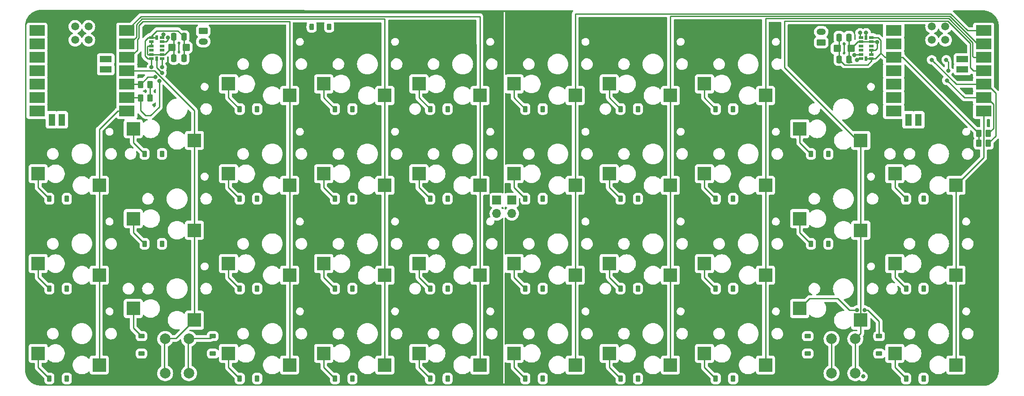
<source format=gbr>
%TF.GenerationSoftware,KiCad,Pcbnew,7.0.2-0*%
%TF.CreationDate,2024-11-09T14:05:59-05:00*%
%TF.ProjectId,PCB,5043422e-6b69-4636-9164-5f7063625858,rev?*%
%TF.SameCoordinates,Original*%
%TF.FileFunction,Copper,L2,Bot*%
%TF.FilePolarity,Positive*%
%FSLAX46Y46*%
G04 Gerber Fmt 4.6, Leading zero omitted, Abs format (unit mm)*
G04 Created by KiCad (PCBNEW 7.0.2-0) date 2024-11-09 14:05:59*
%MOMM*%
%LPD*%
G01*
G04 APERTURE LIST*
G04 Aperture macros list*
%AMRoundRect*
0 Rectangle with rounded corners*
0 $1 Rounding radius*
0 $2 $3 $4 $5 $6 $7 $8 $9 X,Y pos of 4 corners*
0 Add a 4 corners polygon primitive as box body*
4,1,4,$2,$3,$4,$5,$6,$7,$8,$9,$2,$3,0*
0 Add four circle primitives for the rounded corners*
1,1,$1+$1,$2,$3*
1,1,$1+$1,$4,$5*
1,1,$1+$1,$6,$7*
1,1,$1+$1,$8,$9*
0 Add four rect primitives between the rounded corners*
20,1,$1+$1,$2,$3,$4,$5,0*
20,1,$1+$1,$4,$5,$6,$7,0*
20,1,$1+$1,$6,$7,$8,$9,0*
20,1,$1+$1,$8,$9,$2,$3,0*%
G04 Aperture macros list end*
%TA.AperFunction,SMDPad,CuDef*%
%ADD10R,2.600000X2.600000*%
%TD*%
%TA.AperFunction,ComponentPad*%
%ADD11C,2.000000*%
%TD*%
%TA.AperFunction,ComponentPad*%
%ADD12R,1.700000X1.700000*%
%TD*%
%TA.AperFunction,ComponentPad*%
%ADD13O,1.700000X1.700000*%
%TD*%
%TA.AperFunction,SMDPad,CuDef*%
%ADD14RoundRect,0.225000X0.225000X0.375000X-0.225000X0.375000X-0.225000X-0.375000X0.225000X-0.375000X0*%
%TD*%
%TA.AperFunction,ComponentPad*%
%ADD15RoundRect,0.250000X0.625000X-0.350000X0.625000X0.350000X-0.625000X0.350000X-0.625000X-0.350000X0*%
%TD*%
%TA.AperFunction,ComponentPad*%
%ADD16O,1.750000X1.200000*%
%TD*%
%TA.AperFunction,SMDPad,CuDef*%
%ADD17RoundRect,0.225000X0.375000X-0.225000X0.375000X0.225000X-0.375000X0.225000X-0.375000X-0.225000X0*%
%TD*%
%TA.AperFunction,SMDPad,CuDef*%
%ADD18RoundRect,0.250000X-0.450000X-0.425000X0.450000X-0.425000X0.450000X0.425000X-0.450000X0.425000X0*%
%TD*%
%TA.AperFunction,SMDPad,CuDef*%
%ADD19RoundRect,0.250000X-0.250000X-0.475000X0.250000X-0.475000X0.250000X0.475000X-0.250000X0.475000X0*%
%TD*%
%TA.AperFunction,SMDPad,CuDef*%
%ADD20R,0.920000X0.610000*%
%TD*%
%TA.AperFunction,SMDPad,CuDef*%
%ADD21R,0.610000X0.920000*%
%TD*%
%TA.AperFunction,SMDPad,CuDef*%
%ADD22RoundRect,0.250000X-0.262500X-0.450000X0.262500X-0.450000X0.262500X0.450000X-0.262500X0.450000X0*%
%TD*%
%TA.AperFunction,SMDPad,CuDef*%
%ADD23RoundRect,0.250000X0.250000X0.475000X-0.250000X0.475000X-0.250000X-0.475000X0.250000X-0.475000X0*%
%TD*%
%TA.AperFunction,SMDPad,CuDef*%
%ADD24R,3.000000X2.000000*%
%TD*%
%TA.AperFunction,SMDPad,CuDef*%
%ADD25C,1.500000*%
%TD*%
%TA.AperFunction,SMDPad,CuDef*%
%ADD26R,1.300000X2.300000*%
%TD*%
%TA.AperFunction,ComponentPad*%
%ADD27R,2.300000X1.300000*%
%TD*%
%TA.AperFunction,SMDPad,CuDef*%
%ADD28RoundRect,0.250000X0.450000X0.425000X-0.450000X0.425000X-0.450000X-0.425000X0.450000X-0.425000X0*%
%TD*%
%TA.AperFunction,SMDPad,CuDef*%
%ADD29RoundRect,0.250000X0.262500X0.450000X-0.262500X0.450000X-0.262500X-0.450000X0.262500X-0.450000X0*%
%TD*%
%TA.AperFunction,ComponentPad*%
%ADD30RoundRect,0.250000X-0.625000X0.350000X-0.625000X-0.350000X0.625000X-0.350000X0.625000X0.350000X0*%
%TD*%
%TA.AperFunction,ViaPad*%
%ADD31C,0.800000*%
%TD*%
%TA.AperFunction,Conductor*%
%ADD32C,0.250000*%
%TD*%
G04 APERTURE END LIST*
D10*
%TO.P,MX12,1,COL*%
%TO.N,/Col1*%
X57275000Y-82444000D03*
%TO.P,MX12,2,ROW*%
%TO.N,Net-(D12-A)*%
X45725000Y-80244000D03*
%TD*%
%TO.P,MX6,1,COL*%
%TO.N,/Col0*%
X39275000Y-73950000D03*
%TO.P,MX6,2,ROW*%
%TO.N,Net-(D6-A)*%
X27725000Y-71750000D03*
%TD*%
%TO.P,MX15,1,COL*%
%TO.N,/Col4*%
X111275000Y-73950000D03*
%TO.P,MX15,2,ROW*%
%TO.N,Net-(D15-A)*%
X99725000Y-71750000D03*
%TD*%
%TO.P,MX31,1,COL*%
%TO.N,/Col1B*%
X183275000Y-82450000D03*
%TO.P,MX31,2,ROW*%
%TO.N,Net-(D31-A)*%
X171725000Y-80250000D03*
%TD*%
%TO.P,MX27,1,COL*%
%TO.N,/Col2B*%
X165275000Y-56950000D03*
%TO.P,MX27,2,ROW*%
%TO.N,Net-(D27-A)*%
X153725000Y-54750000D03*
%TD*%
%TO.P,MX5,1,COL*%
%TO.N,/Col4*%
X111275000Y-39950000D03*
%TO.P,MX5,2,ROW*%
%TO.N,Net-(D5-A)*%
X99725000Y-37750000D03*
%TD*%
%TO.P,MX11,1,COL*%
%TO.N,/Col0*%
X39275000Y-90950000D03*
%TO.P,MX11,2,ROW*%
%TO.N,Net-(D11-A)*%
X27725000Y-88750000D03*
%TD*%
D11*
%TO.P,MX19,1,COL*%
%TO.N,/Col1*%
X51750000Y-92500000D03*
X51750000Y-86000000D03*
%TO.P,MX19,2,ROW*%
%TO.N,Net-(D19-A)*%
X56250000Y-92500000D03*
X56250000Y-86000000D03*
%TD*%
D10*
%TO.P,MX29,1,COL*%
%TO.N,/Col4B*%
X129275000Y-56950000D03*
%TO.P,MX29,2,ROW*%
%TO.N,Net-(D29-A)*%
X117725000Y-54750000D03*
%TD*%
%TO.P,MX16,1,COL*%
%TO.N,/Col2*%
X75275000Y-90950000D03*
%TO.P,MX16,2,ROW*%
%TO.N,Net-(D16-A)*%
X63725000Y-88750000D03*
%TD*%
D11*
%TO.P,MX38,1,COL*%
%TO.N,/Col1B*%
X182250000Y-86000000D03*
X182250000Y-92500000D03*
%TO.P,MX38,2,ROW*%
%TO.N,Net-(D38-A)*%
X177750000Y-86000000D03*
X177750000Y-92500000D03*
%TD*%
D10*
%TO.P,MX2,1,COL*%
%TO.N,/Col1*%
X57275000Y-48450000D03*
%TO.P,MX2,2,ROW*%
%TO.N,Net-(D2-A)*%
X45725000Y-46250000D03*
%TD*%
%TO.P,MX10,1,COL*%
%TO.N,/Col4*%
X111275000Y-56950000D03*
%TO.P,MX10,2,ROW*%
%TO.N,Net-(D10-A)*%
X99725000Y-54750000D03*
%TD*%
D12*
%TO.P,J3,1,Pin_1*%
%TO.N,Net-(D39-K)*%
X114450000Y-59725000D03*
D13*
%TO.P,J3,2,Pin_2*%
%TO.N,GND*%
X114450000Y-62265000D03*
%TD*%
D10*
%TO.P,MX30,1,COL*%
%TO.N,/Col0B*%
X201275000Y-90950000D03*
%TO.P,MX30,2,ROW*%
%TO.N,Net-(D30-A)*%
X189725000Y-88750000D03*
%TD*%
%TO.P,MX34,1,COL*%
%TO.N,/Col4B*%
X129275000Y-73950000D03*
%TO.P,MX34,2,ROW*%
%TO.N,Net-(D34-A)*%
X117725000Y-71750000D03*
%TD*%
%TO.P,MX3,1,COL*%
%TO.N,/Col2*%
X75275000Y-39950000D03*
%TO.P,MX3,2,ROW*%
%TO.N,Net-(D3-A)*%
X63725000Y-37750000D03*
%TD*%
%TO.P,MX21,1,COL*%
%TO.N,/Col1B*%
X183275000Y-48450000D03*
%TO.P,MX21,2,ROW*%
%TO.N,Net-(D21-A)*%
X171725000Y-46250000D03*
%TD*%
%TO.P,MX20,1,COL*%
%TO.N,/Col0B*%
X201275000Y-56950000D03*
%TO.P,MX20,2,ROW*%
%TO.N,Net-(D20-A)*%
X189725000Y-54750000D03*
%TD*%
%TO.P,MX7,1,COL*%
%TO.N,/Col1*%
X57275000Y-65450000D03*
%TO.P,MX7,2,ROW*%
%TO.N,Net-(D7-A)*%
X45725000Y-63250000D03*
%TD*%
%TO.P,MX32,1,COL*%
%TO.N,/Col2B*%
X165275000Y-73950000D03*
%TO.P,MX32,2,ROW*%
%TO.N,Net-(D32-A)*%
X153725000Y-71750000D03*
%TD*%
%TO.P,MX13,1,COL*%
%TO.N,/Col2*%
X75275000Y-73950000D03*
%TO.P,MX13,2,ROW*%
%TO.N,Net-(D13-A)*%
X63725000Y-71750000D03*
%TD*%
%TO.P,MX35,1,COL*%
%TO.N,/Col2B*%
X165275000Y-90950000D03*
%TO.P,MX35,2,ROW*%
%TO.N,Net-(D35-A)*%
X153725000Y-88750000D03*
%TD*%
%TO.P,MX33,1,COL*%
%TO.N,/Col3B*%
X147275000Y-73950000D03*
%TO.P,MX33,2,ROW*%
%TO.N,Net-(D33-A)*%
X135725000Y-71750000D03*
%TD*%
%TO.P,MX25,1,COL*%
%TO.N,/Col0B*%
X201275000Y-73950000D03*
%TO.P,MX25,2,ROW*%
%TO.N,Net-(D25-A)*%
X189725000Y-71750000D03*
%TD*%
%TO.P,MX14,1,COL*%
%TO.N,/Col3*%
X93275000Y-73950000D03*
%TO.P,MX14,2,ROW*%
%TO.N,Net-(D14-A)*%
X81725000Y-71750000D03*
%TD*%
%TO.P,MX1,1,COL*%
%TO.N,/Col0*%
X39275000Y-56950000D03*
%TO.P,MX1,2,ROW*%
%TO.N,Net-(D1-A)*%
X27725000Y-54750000D03*
%TD*%
%TO.P,MX8,1,COL*%
%TO.N,/Col2*%
X75275000Y-56950000D03*
%TO.P,MX8,2,ROW*%
%TO.N,Net-(D8-A)*%
X63725000Y-54750000D03*
%TD*%
%TO.P,MX37,1,COL*%
%TO.N,/Col4B*%
X129275000Y-90950000D03*
%TO.P,MX37,2,ROW*%
%TO.N,Net-(D37-A)*%
X117725000Y-88750000D03*
%TD*%
%TO.P,MX28,1,COL*%
%TO.N,/Col3B*%
X147275000Y-56950000D03*
%TO.P,MX28,2,ROW*%
%TO.N,Net-(D28-A)*%
X135725000Y-54750000D03*
%TD*%
%TO.P,MX9,1,COL*%
%TO.N,/Col3*%
X93275000Y-56950000D03*
%TO.P,MX9,2,ROW*%
%TO.N,Net-(D9-A)*%
X81725000Y-54750000D03*
%TD*%
%TO.P,MX23,1,COL*%
%TO.N,/Col3B*%
X147275000Y-39950000D03*
%TO.P,MX23,2,ROW*%
%TO.N,Net-(D23-A)*%
X135725000Y-37750000D03*
%TD*%
%TO.P,MX36,1,COL*%
%TO.N,/Col3B*%
X147275000Y-90950000D03*
%TO.P,MX36,2,ROW*%
%TO.N,Net-(D36-A)*%
X135725000Y-88750000D03*
%TD*%
%TO.P,MX17,1,COL*%
%TO.N,/Col3*%
X93275000Y-90950000D03*
%TO.P,MX17,2,ROW*%
%TO.N,Net-(D17-A)*%
X81725000Y-88750000D03*
%TD*%
%TO.P,MX18,1,COL*%
%TO.N,/Col4*%
X111275000Y-90950000D03*
%TO.P,MX18,2,ROW*%
%TO.N,Net-(D18-A)*%
X99725000Y-88750000D03*
%TD*%
%TO.P,MX4,1,COL*%
%TO.N,/Col3*%
X93275000Y-39950000D03*
%TO.P,MX4,2,ROW*%
%TO.N,Net-(D4-A)*%
X81725000Y-37750000D03*
%TD*%
%TO.P,MX24,1,COL*%
%TO.N,/Col4B*%
X129275000Y-39950000D03*
%TO.P,MX24,2,ROW*%
%TO.N,Net-(D24-A)*%
X117725000Y-37750000D03*
%TD*%
%TO.P,MX22,1,COL*%
%TO.N,/Col2B*%
X165275000Y-39950000D03*
%TO.P,MX22,2,ROW*%
%TO.N,Net-(D22-A)*%
X153725000Y-37750000D03*
%TD*%
%TO.P,MX26,1,COL*%
%TO.N,/Col1B*%
X183275000Y-65450000D03*
%TO.P,MX26,2,ROW*%
%TO.N,Net-(D26-A)*%
X171725000Y-63250000D03*
%TD*%
D12*
%TO.P,J4,1,Pin_1*%
%TO.N,+5VA*%
X117300000Y-59725000D03*
D13*
%TO.P,J4,2,Pin_2*%
%TO.N,GND1*%
X117300000Y-62265000D03*
%TD*%
D14*
%TO.P,D36,1,K*%
%TO.N,/Row3B*%
X141150000Y-93500000D03*
%TO.P,D36,2,A*%
%TO.N,Net-(D36-A)*%
X137850000Y-93500000D03*
%TD*%
%TO.P,D8,1,K*%
%TO.N,/Row1*%
X69150000Y-59500000D03*
%TO.P,D8,2,A*%
%TO.N,Net-(D8-A)*%
X65850000Y-59500000D03*
%TD*%
%TO.P,D25,1,K*%
%TO.N,/Row1B*%
X195150000Y-76500000D03*
%TO.P,D25,2,A*%
%TO.N,Net-(D25-A)*%
X191850000Y-76500000D03*
%TD*%
D15*
%TO.P,J2,1,Pin_1*%
%TO.N,/Bat-B*%
X175800000Y-29900000D03*
D16*
%TO.P,J2,2,Pin_2*%
%TO.N,/Bat+B*%
X175800000Y-27900000D03*
%TD*%
D14*
%TO.P,D27,1,K*%
%TO.N,/Row1B*%
X159150000Y-59500000D03*
%TO.P,D27,2,A*%
%TO.N,Net-(D27-A)*%
X155850000Y-59500000D03*
%TD*%
D17*
%TO.P,D12,1,K*%
%TO.N,/Row2*%
X47250000Y-88775000D03*
%TO.P,D12,2,A*%
%TO.N,Net-(D12-A)*%
X47250000Y-85475000D03*
%TD*%
D14*
%TO.P,D1,1,K*%
%TO.N,/Row0*%
X33150000Y-59500000D03*
%TO.P,D1,2,A*%
%TO.N,Net-(D1-A)*%
X29850000Y-59500000D03*
%TD*%
D18*
%TO.P,C6,1*%
%TO.N,+3.3VA*%
X178800000Y-31050000D03*
%TO.P,C6,2*%
%TO.N,GND1*%
X181500000Y-31050000D03*
%TD*%
D14*
%TO.P,D6,1,K*%
%TO.N,/Row1*%
X33150000Y-76500000D03*
%TO.P,D6,2,A*%
%TO.N,Net-(D6-A)*%
X29850000Y-76500000D03*
%TD*%
%TO.P,D39,1,K*%
%TO.N,Net-(D39-K)*%
X82750000Y-26950000D03*
%TO.P,D39,2,A*%
%TO.N,+5V*%
X79450000Y-26950000D03*
%TD*%
%TO.P,D9,1,K*%
%TO.N,/Row1*%
X87150000Y-59500000D03*
%TO.P,D9,2,A*%
%TO.N,Net-(D9-A)*%
X83850000Y-59500000D03*
%TD*%
%TO.P,D24,1,K*%
%TO.N,/Row0B*%
X123150000Y-42500000D03*
%TO.P,D24,2,A*%
%TO.N,Net-(D24-A)*%
X119850000Y-42500000D03*
%TD*%
D17*
%TO.P,D38,1,K*%
%TO.N,/Row3B*%
X173250000Y-88775000D03*
%TO.P,D38,2,A*%
%TO.N,Net-(D38-A)*%
X173250000Y-85475000D03*
%TD*%
D14*
%TO.P,D35,1,K*%
%TO.N,/Row3B*%
X159150000Y-93500000D03*
%TO.P,D35,2,A*%
%TO.N,Net-(D35-A)*%
X155850000Y-93500000D03*
%TD*%
%TO.P,D20,1,K*%
%TO.N,/Row0B*%
X195150000Y-59500000D03*
%TO.P,D20,2,A*%
%TO.N,Net-(D20-A)*%
X191850000Y-59500000D03*
%TD*%
D19*
%TO.P,C5,1*%
%TO.N,+3.3VA*%
X179150000Y-28950000D03*
%TO.P,C5,2*%
%TO.N,GND1*%
X181050000Y-28950000D03*
%TD*%
D20*
%TO.P,U1,1,VDD_I/O*%
%TO.N,+3.3V*%
X49155000Y-32988000D03*
%TO.P,U1,2,GND*%
%TO.N,GND*%
X49155000Y-32188000D03*
%TO.P,U1,3,RESERVED_3*%
%TO.N,unconnected-(U1-RESERVED_3-Pad3)*%
X49155000Y-31388000D03*
%TO.P,U1,4,GND*%
%TO.N,GND*%
X49155000Y-30588000D03*
%TO.P,U1,5,GND*%
X49155000Y-29788000D03*
%TO.P,U1,6,VS*%
%TO.N,+3.3V*%
X49155000Y-28988000D03*
D21*
%TO.P,U1,7,~{CS}*%
X50165000Y-28978000D03*
D20*
%TO.P,U1,8,INT1*%
%TO.N,/I1*%
X51175000Y-28988000D03*
%TO.P,U1,9,INT2*%
%TO.N,/I2*%
X51175000Y-29788000D03*
%TO.P,U1,10,NC*%
%TO.N,unconnected-(U1-NC-Pad10)*%
X51175000Y-30588000D03*
%TO.P,U1,11,RESERVED_11*%
%TO.N,unconnected-(U1-RESERVED_11-Pad11)*%
X51175000Y-31388000D03*
%TO.P,U1,12,SDO/ALT_ADDRESS*%
%TO.N,GND*%
X51175000Y-32188000D03*
%TO.P,U1,13,SDA/SDI/SDIO*%
%TO.N,/SDA*%
X51175000Y-32988000D03*
D21*
%TO.P,U1,14,SCL/SCLK*%
%TO.N,/SCL*%
X50165000Y-32998000D03*
%TD*%
D14*
%TO.P,D28,1,K*%
%TO.N,/Row1B*%
X141150000Y-59500000D03*
%TO.P,D28,2,A*%
%TO.N,Net-(D28-A)*%
X137850000Y-59500000D03*
%TD*%
D17*
%TO.P,D19,1,K*%
%TO.N,/Row3*%
X60750000Y-88775000D03*
%TO.P,D19,2,A*%
%TO.N,Net-(D19-A)*%
X60750000Y-85475000D03*
%TD*%
D22*
%TO.P,R3,1*%
%TO.N,+3.3VA*%
X205587500Y-47100000D03*
%TO.P,R3,2*%
%TO.N,/SCLB*%
X207412500Y-47100000D03*
%TD*%
D14*
%TO.P,D13,1,K*%
%TO.N,/Row2*%
X69150000Y-76500000D03*
%TO.P,D13,2,A*%
%TO.N,Net-(D13-A)*%
X65850000Y-76500000D03*
%TD*%
%TO.P,D23,1,K*%
%TO.N,/Row0B*%
X141150000Y-42500000D03*
%TO.P,D23,2,A*%
%TO.N,Net-(D23-A)*%
X137850000Y-42500000D03*
%TD*%
D23*
%TO.P,C2,1*%
%TO.N,+3.3V*%
X55306000Y-28829000D03*
%TO.P,C2,2*%
%TO.N,GND*%
X53406000Y-28829000D03*
%TD*%
D14*
%TO.P,D3,1,K*%
%TO.N,/Row0*%
X69150000Y-42500000D03*
%TO.P,D3,2,A*%
%TO.N,Net-(D3-A)*%
X65850000Y-42500000D03*
%TD*%
D24*
%TO.P,U2,1,P0.02_A0_D0*%
%TO.N,/Col4*%
X44500000Y-27675000D03*
%TO.P,U2,2,P0.03_A1_D1*%
%TO.N,/Col3*%
X44500000Y-30215000D03*
%TO.P,U2,3,P0.28_A2_D2*%
%TO.N,/Col2*%
X44500000Y-32755000D03*
%TO.P,U2,4,P0.29_A3_D3*%
%TO.N,/Col1*%
X44500000Y-35295000D03*
%TO.P,U2,5,P0.04_A4_D4_SDA*%
%TO.N,/SDA*%
X44500000Y-37835000D03*
%TO.P,U2,6,P0.05_A5_D5_SCL*%
%TO.N,/SCL*%
X44500000Y-40375000D03*
%TO.P,U2,7,P1.11_D6_TX*%
%TO.N,/Col0*%
X44500000Y-42915000D03*
%TO.P,U2,8,P1.12_D7_RX*%
%TO.N,/Row0*%
X27500000Y-42915000D03*
%TO.P,U2,9,P1.13_D8_SCK*%
%TO.N,/Row1*%
X27500000Y-40375000D03*
%TO.P,U2,10,P1.14_D9_MISO*%
%TO.N,/Row2*%
X27500000Y-37835000D03*
%TO.P,U2,11,P1.15_D10_MOSI*%
%TO.N,/Row3*%
X27500000Y-35295000D03*
%TO.P,U2,12,3V3*%
%TO.N,+3.3V*%
X27500000Y-32755000D03*
%TO.P,U2,13,GND*%
%TO.N,GND*%
X27500000Y-30215000D03*
%TO.P,U2,14,5V*%
%TO.N,+5V*%
X27500000Y-27675000D03*
D25*
%TO.P,U2,15,PA30_SWCLK*%
%TO.N,unconnected-(U2-PA30_SWCLK-Pad15)*%
X37270000Y-26905000D03*
%TO.P,U2,16,PA31_SWDIO*%
%TO.N,unconnected-(U2-PA31_SWDIO-Pad16)*%
X34730000Y-26905000D03*
%TO.P,U2,17,GND*%
%TO.N,unconnected-(U2-GND-Pad17)*%
X37270000Y-29445000D03*
%TO.P,U2,18,RESET*%
%TO.N,unconnected-(U2-RESET-Pad18)*%
X34730000Y-29445000D03*
D26*
%TO.P,U2,19,P0.09_NFC1*%
%TO.N,/I1*%
X32200000Y-44545000D03*
%TO.P,U2,20,P0.10_NFC2*%
%TO.N,/I2*%
X30300000Y-44545000D03*
D27*
%TO.P,U2,21,BAT-*%
%TO.N,/Bat-*%
X40500000Y-33095000D03*
%TO.P,U2,22,BAT+*%
%TO.N,/Bat+*%
X40500000Y-34995000D03*
%TD*%
D14*
%TO.P,D17,1,K*%
%TO.N,/Row3*%
X87150000Y-93500000D03*
%TO.P,D17,2,A*%
%TO.N,Net-(D17-A)*%
X83850000Y-93500000D03*
%TD*%
D28*
%TO.P,C3,1*%
%TO.N,+3.3V*%
X55706000Y-30861000D03*
%TO.P,C3,2*%
%TO.N,GND*%
X53006000Y-30861000D03*
%TD*%
D14*
%TO.P,D15,1,K*%
%TO.N,/Row2*%
X105150000Y-76500000D03*
%TO.P,D15,2,A*%
%TO.N,Net-(D15-A)*%
X101850000Y-76500000D03*
%TD*%
D29*
%TO.P,R2,1*%
%TO.N,+3.3V*%
X48918500Y-37846000D03*
%TO.P,R2,2*%
%TO.N,/SDA*%
X47093500Y-37846000D03*
%TD*%
D14*
%TO.P,D34,1,K*%
%TO.N,/Row2B*%
X123150000Y-76500000D03*
%TO.P,D34,2,A*%
%TO.N,Net-(D34-A)*%
X119850000Y-76500000D03*
%TD*%
D24*
%TO.P,U4,1,P0.02_A0_D0*%
%TO.N,/Col4B*%
X206500000Y-27675000D03*
%TO.P,U4,2,P0.03_A1_D1*%
%TO.N,/Col3B*%
X206500000Y-30215000D03*
%TO.P,U4,3,P0.28_A2_D2*%
%TO.N,/Col2B*%
X206500000Y-32755000D03*
%TO.P,U4,4,P0.29_A3_D3*%
%TO.N,/Col1B*%
X206500000Y-35295000D03*
%TO.P,U4,5,P0.04_A4_D4_SDA*%
%TO.N,/SDAB*%
X206500000Y-37835000D03*
%TO.P,U4,6,P0.05_A5_D5_SCL*%
%TO.N,/SCLB*%
X206500000Y-40375000D03*
%TO.P,U4,7,P1.11_D6_TX*%
%TO.N,/Col0B*%
X206500000Y-42915000D03*
%TO.P,U4,8,P1.12_D7_RX*%
%TO.N,/Row0B*%
X189500000Y-42915000D03*
%TO.P,U4,9,P1.13_D8_SCK*%
%TO.N,/Row1B*%
X189500000Y-40375000D03*
%TO.P,U4,10,P1.14_D9_MISO*%
%TO.N,/Row2B*%
X189500000Y-37835000D03*
%TO.P,U4,11,P1.15_D10_MOSI*%
%TO.N,/Row3B*%
X189500000Y-35295000D03*
%TO.P,U4,12,3V3*%
%TO.N,+3.3VA*%
X189500000Y-32755000D03*
%TO.P,U4,13,GND*%
%TO.N,GND1*%
X189500000Y-30215000D03*
%TO.P,U4,14,5V*%
%TO.N,+5VA*%
X189500000Y-27675000D03*
D25*
%TO.P,U4,15,PA30_SWCLK*%
%TO.N,unconnected-(U4-PA30_SWCLK-Pad15)*%
X199270000Y-26905000D03*
%TO.P,U4,16,PA31_SWDIO*%
%TO.N,unconnected-(U4-PA31_SWDIO-Pad16)*%
X196730000Y-26905000D03*
%TO.P,U4,17,GND*%
%TO.N,unconnected-(U4-GND-Pad17)*%
X199270000Y-29445000D03*
%TO.P,U4,18,RESET*%
%TO.N,unconnected-(U4-RESET-Pad18)*%
X196730000Y-29445000D03*
D26*
%TO.P,U4,19,P0.09_NFC1*%
%TO.N,/I1B*%
X194200000Y-44545000D03*
%TO.P,U4,20,P0.10_NFC2*%
%TO.N,/I2B*%
X192300000Y-44545000D03*
D27*
%TO.P,U4,21,BAT-*%
%TO.N,/Bat-B*%
X202500000Y-33095000D03*
%TO.P,U4,22,BAT+*%
%TO.N,/Bat+B*%
X202500000Y-34995000D03*
%TD*%
D14*
%TO.P,D32,1,K*%
%TO.N,/Row2B*%
X159150000Y-76500000D03*
%TO.P,D32,2,A*%
%TO.N,Net-(D32-A)*%
X155850000Y-76500000D03*
%TD*%
%TO.P,D18,1,K*%
%TO.N,/Row3*%
X105150000Y-93500000D03*
%TO.P,D18,2,A*%
%TO.N,Net-(D18-A)*%
X101850000Y-93500000D03*
%TD*%
%TO.P,D4,1,K*%
%TO.N,/Row0*%
X87150000Y-42500000D03*
%TO.P,D4,2,A*%
%TO.N,Net-(D4-A)*%
X83850000Y-42500000D03*
%TD*%
%TO.P,D21,1,K*%
%TO.N,/Row0B*%
X177150000Y-51000000D03*
%TO.P,D21,2,A*%
%TO.N,Net-(D21-A)*%
X173850000Y-51000000D03*
%TD*%
%TO.P,D29,1,K*%
%TO.N,/Row1B*%
X123150000Y-59500000D03*
%TO.P,D29,2,A*%
%TO.N,Net-(D29-A)*%
X119850000Y-59500000D03*
%TD*%
%TO.P,D16,1,K*%
%TO.N,/Row3*%
X69150000Y-93500000D03*
%TO.P,D16,2,A*%
%TO.N,Net-(D16-A)*%
X65850000Y-93500000D03*
%TD*%
%TO.P,D33,1,K*%
%TO.N,/Row2B*%
X141150000Y-76500000D03*
%TO.P,D33,2,A*%
%TO.N,Net-(D33-A)*%
X137850000Y-76500000D03*
%TD*%
D20*
%TO.P,U3,1,VDD_I/O*%
%TO.N,+3.3VA*%
X185310000Y-28988000D03*
%TO.P,U3,2,GND*%
%TO.N,GND1*%
X185310000Y-29788000D03*
%TO.P,U3,3,RESERVED_3*%
%TO.N,unconnected-(U3-RESERVED_3-Pad3)*%
X185310000Y-30588000D03*
%TO.P,U3,4,GND*%
%TO.N,GND1*%
X185310000Y-31388000D03*
%TO.P,U3,5,GND*%
X185310000Y-32188000D03*
%TO.P,U3,6,VS*%
%TO.N,+3.3VA*%
X185310000Y-32988000D03*
D21*
%TO.P,U3,7,~{CS}*%
X184300000Y-32998000D03*
D20*
%TO.P,U3,8,INT1*%
%TO.N,/I1B*%
X183290000Y-32988000D03*
%TO.P,U3,9,INT2*%
%TO.N,/I2B*%
X183290000Y-32188000D03*
%TO.P,U3,10,NC*%
%TO.N,unconnected-(U3-NC-Pad10)*%
X183290000Y-31388000D03*
%TO.P,U3,11,RESERVED_11*%
%TO.N,unconnected-(U3-RESERVED_11-Pad11)*%
X183290000Y-30588000D03*
%TO.P,U3,12,SDO/ALT_ADDRESS*%
%TO.N,GND1*%
X183290000Y-29788000D03*
%TO.P,U3,13,SDA/SDI/SDIO*%
%TO.N,/SDAB*%
X183290000Y-28988000D03*
D21*
%TO.P,U3,14,SCL/SCLK*%
%TO.N,/SCLB*%
X184300000Y-28978000D03*
%TD*%
D14*
%TO.P,D30,1,K*%
%TO.N,/Row2B*%
X195150000Y-93500000D03*
%TO.P,D30,2,A*%
%TO.N,Net-(D30-A)*%
X191850000Y-93500000D03*
%TD*%
%TO.P,D7,1,K*%
%TO.N,/Row1*%
X51150000Y-68000000D03*
%TO.P,D7,2,A*%
%TO.N,Net-(D7-A)*%
X47850000Y-68000000D03*
%TD*%
D29*
%TO.P,R1,1*%
%TO.N,+3.3V*%
X48918500Y-40386000D03*
%TO.P,R1,2*%
%TO.N,/SCL*%
X47093500Y-40386000D03*
%TD*%
D14*
%TO.P,D37,1,K*%
%TO.N,/Row3B*%
X123150000Y-93500000D03*
%TO.P,D37,2,A*%
%TO.N,Net-(D37-A)*%
X119850000Y-93500000D03*
%TD*%
D22*
%TO.P,R4,1*%
%TO.N,+3.3VA*%
X205587500Y-49000000D03*
%TO.P,R4,2*%
%TO.N,/SDAB*%
X207412500Y-49000000D03*
%TD*%
D14*
%TO.P,D11,1,K*%
%TO.N,/Row2*%
X33150000Y-93500000D03*
%TO.P,D11,2,A*%
%TO.N,Net-(D11-A)*%
X29850000Y-93500000D03*
%TD*%
D19*
%TO.P,C4,1*%
%TO.N,+3.3VA*%
X179150000Y-33100000D03*
%TO.P,C4,2*%
%TO.N,GND1*%
X181050000Y-33100000D03*
%TD*%
D14*
%TO.P,D2,1,K*%
%TO.N,/Row0*%
X51150000Y-51000000D03*
%TO.P,D2,2,A*%
%TO.N,Net-(D2-A)*%
X47850000Y-51000000D03*
%TD*%
%TO.P,D26,1,K*%
%TO.N,/Row1B*%
X177150000Y-68000000D03*
%TO.P,D26,2,A*%
%TO.N,Net-(D26-A)*%
X173850000Y-68000000D03*
%TD*%
D30*
%TO.P,J1,1,Pin_1*%
%TO.N,/Bat-*%
X58950000Y-27750000D03*
D16*
%TO.P,J1,2,Pin_2*%
%TO.N,/Bat+*%
X58950000Y-29750000D03*
%TD*%
D14*
%TO.P,D22,1,K*%
%TO.N,/Row0B*%
X159150000Y-42500000D03*
%TO.P,D22,2,A*%
%TO.N,Net-(D22-A)*%
X155850000Y-42500000D03*
%TD*%
%TO.P,D5,1,K*%
%TO.N,/Row0*%
X105150000Y-42500000D03*
%TO.P,D5,2,A*%
%TO.N,Net-(D5-A)*%
X101850000Y-42500000D03*
%TD*%
%TO.P,D10,1,K*%
%TO.N,/Row1*%
X105150000Y-59500000D03*
%TO.P,D10,2,A*%
%TO.N,Net-(D10-A)*%
X101850000Y-59500000D03*
%TD*%
%TO.P,D14,1,K*%
%TO.N,/Row2*%
X87150000Y-76500000D03*
%TO.P,D14,2,A*%
%TO.N,Net-(D14-A)*%
X83850000Y-76500000D03*
%TD*%
D17*
%TO.P,D31,1,K*%
%TO.N,/Row2B*%
X186750000Y-88775000D03*
%TO.P,D31,2,A*%
%TO.N,Net-(D31-A)*%
X186750000Y-85475000D03*
%TD*%
D23*
%TO.P,C1,1*%
%TO.N,+3.3V*%
X55306000Y-32893000D03*
%TO.P,C1,2*%
%TO.N,GND*%
X53406000Y-32893000D03*
%TD*%
D31*
%TO.N,/Row0*%
X87150000Y-42500000D03*
X27500000Y-42915000D03*
X51150000Y-51000000D03*
X69150000Y-42500000D03*
X33150000Y-59500000D03*
X105150000Y-42500000D03*
%TO.N,/Row1*%
X87150000Y-59500000D03*
X69150000Y-59500000D03*
X105150000Y-59500000D03*
X51150000Y-68000000D03*
X33150000Y-76500000D03*
X27500000Y-40375000D03*
%TO.N,/Row2*%
X87150000Y-76500000D03*
X33150000Y-93500000D03*
X69150000Y-76500000D03*
X47250000Y-88775000D03*
X105150000Y-76500000D03*
X27500000Y-37835000D03*
%TO.N,/Row3*%
X105150000Y-93500000D03*
X60750000Y-88775000D03*
X69150000Y-93500000D03*
X27500000Y-35295000D03*
X87150000Y-93500000D03*
%TO.N,/SCL*%
X50621956Y-37191555D03*
X51127098Y-35647500D03*
%TO.N,/SDA*%
X49915201Y-36484800D03*
X51150000Y-34600000D03*
%TO.N,GND*%
X27500000Y-30215000D03*
X53406000Y-28829000D03*
%TO.N,+3.3V*%
X48918500Y-37846000D03*
X27500000Y-32755000D03*
X49150000Y-34570500D03*
X55706000Y-30861000D03*
%TO.N,+5V*%
X79350000Y-26950000D03*
X27500000Y-27675000D03*
%TO.N,+5VA*%
X189500000Y-27375500D03*
%TO.N,/I1*%
X32200000Y-44545000D03*
X51410290Y-28410500D03*
%TO.N,/I2*%
X30300000Y-44545000D03*
X52234500Y-28975902D03*
%TO.N,/I1B*%
X182550000Y-33200500D03*
X194200000Y-44545000D03*
%TO.N,GND1*%
X181050000Y-28950000D03*
X186350000Y-29800000D03*
X189500000Y-30215000D03*
%TO.N,/Row0B*%
X159150000Y-42500000D03*
X195150000Y-59500000D03*
X123150000Y-42500000D03*
X177150000Y-51000000D03*
X141150000Y-42500000D03*
X189500000Y-42915000D03*
%TO.N,/Row1B*%
X141150000Y-59500000D03*
X123150000Y-59500000D03*
X189500000Y-40375000D03*
X177150000Y-68000000D03*
X159150000Y-59500000D03*
X195150000Y-76500000D03*
%TO.N,/Row2B*%
X195150000Y-93500000D03*
X186750000Y-88775000D03*
X141150000Y-76500000D03*
X159150000Y-76500000D03*
X123150000Y-76500000D03*
X189500000Y-37835000D03*
%TO.N,/Row3B*%
X123150000Y-93500000D03*
X159150000Y-93500000D03*
X183722903Y-93123668D03*
X173250000Y-88775000D03*
X189500000Y-35295000D03*
X141150000Y-93500000D03*
%TO.N,Net-(D31-A)*%
X183999500Y-80550498D03*
X182550500Y-80550498D03*
%TO.N,Net-(D38-A)*%
X173250000Y-85475000D03*
%TO.N,/SDAB*%
X196700000Y-33200000D03*
X183150000Y-28100000D03*
%TO.N,/SCLB*%
X199450000Y-33200000D03*
X199562701Y-37087299D03*
X184300000Y-28100000D03*
X199799098Y-35274500D03*
%TO.N,/I2B*%
X182090080Y-32312872D03*
X192300000Y-44545000D03*
%TO.N,Net-(D39-K)*%
X82750000Y-26950000D03*
%TD*%
D32*
%TO.N,Net-(D1-A)*%
X27725000Y-57375000D02*
X29850000Y-59500000D01*
X27725000Y-54750000D02*
X27725000Y-57375000D01*
%TO.N,Net-(D2-A)*%
X45725000Y-48875000D02*
X47850000Y-51000000D01*
X45725000Y-46250000D02*
X45725000Y-48875000D01*
%TO.N,Net-(D3-A)*%
X63725000Y-37750000D02*
X63725000Y-40375000D01*
X63725000Y-40375000D02*
X65850000Y-42500000D01*
%TO.N,Net-(D4-A)*%
X81725000Y-37750000D02*
X81725000Y-40375000D01*
X81725000Y-40375000D02*
X83850000Y-42500000D01*
%TO.N,Net-(D5-A)*%
X99725000Y-40375000D02*
X101850000Y-42500000D01*
X99725000Y-37750000D02*
X99725000Y-40375000D01*
%TO.N,Net-(D6-A)*%
X27725000Y-74375000D02*
X29850000Y-76500000D01*
X27725000Y-71750000D02*
X27725000Y-74375000D01*
%TO.N,Net-(D7-A)*%
X45725000Y-63250000D02*
X45725000Y-65875000D01*
X45725000Y-65875000D02*
X47850000Y-68000000D01*
%TO.N,Net-(D8-A)*%
X63725000Y-57375000D02*
X65850000Y-59500000D01*
X63725000Y-54750000D02*
X63725000Y-57375000D01*
%TO.N,Net-(D9-A)*%
X81725000Y-54750000D02*
X81725000Y-57375000D01*
X81725000Y-57375000D02*
X83850000Y-59500000D01*
%TO.N,Net-(D10-A)*%
X99725000Y-57375000D02*
X101850000Y-59500000D01*
X99725000Y-54750000D02*
X99725000Y-57375000D01*
%TO.N,Net-(D11-A)*%
X27725000Y-91375000D02*
X29850000Y-93500000D01*
X27725000Y-88750000D02*
X27725000Y-91375000D01*
%TO.N,Net-(D12-A)*%
X45725000Y-80250000D02*
X45725000Y-83950000D01*
X45725000Y-83950000D02*
X47250000Y-85475000D01*
%TO.N,Net-(D13-A)*%
X63725000Y-74375000D02*
X65850000Y-76500000D01*
X63725000Y-71750000D02*
X63725000Y-74375000D01*
%TO.N,Net-(D14-A)*%
X81725000Y-71750000D02*
X81725000Y-74375000D01*
X81725000Y-74375000D02*
X83850000Y-76500000D01*
%TO.N,Net-(D15-A)*%
X99725000Y-71750000D02*
X99725000Y-74375000D01*
X99725000Y-74375000D02*
X101850000Y-76500000D01*
%TO.N,Net-(D16-A)*%
X63725000Y-91375000D02*
X65850000Y-93500000D01*
X63725000Y-88750000D02*
X63725000Y-91375000D01*
%TO.N,Net-(D17-A)*%
X81725000Y-91375000D02*
X83850000Y-93500000D01*
X81725000Y-88750000D02*
X81725000Y-91375000D01*
%TO.N,Net-(D18-A)*%
X99725000Y-88750000D02*
X99725000Y-91375000D01*
X99725000Y-91375000D02*
X101850000Y-93500000D01*
%TO.N,/Col0*%
X39275000Y-56950000D02*
X39275000Y-46390000D01*
X39275000Y-46390000D02*
X42750000Y-42915000D01*
X39275000Y-73950000D02*
X39275000Y-90950000D01*
X42750000Y-42915000D02*
X44500000Y-42915000D01*
X39275000Y-56950000D02*
X39275000Y-73950000D01*
%TO.N,/Col1*%
X57275000Y-65450000D02*
X57275000Y-48450000D01*
X53821000Y-85904000D02*
X51598000Y-85904000D01*
X49749999Y-35295000D02*
X44500000Y-35295000D01*
X57275000Y-42820001D02*
X49749999Y-35295000D01*
X51598000Y-85904000D02*
X51598000Y-92404000D01*
X57275000Y-82450000D02*
X53821000Y-85904000D01*
X57275000Y-82450000D02*
X57275000Y-65450000D01*
X57275000Y-48450000D02*
X57275000Y-42820001D01*
%TO.N,/Col2*%
X47557396Y-25919000D02*
X46775000Y-26701396D01*
X46511396Y-31353604D02*
X45110000Y-32755000D01*
X45110000Y-32755000D02*
X44500000Y-32755000D01*
X75275000Y-56950000D02*
X75275000Y-73950000D01*
X75275000Y-73950000D02*
X75275000Y-90950000D01*
X75275000Y-39950000D02*
X75275000Y-25919000D01*
X75275000Y-39950000D02*
X75275000Y-56950000D01*
X46775000Y-26701396D02*
X46775000Y-29076396D01*
X75275000Y-25919000D02*
X47557396Y-25919000D01*
X46775000Y-29076396D02*
X46511396Y-29340000D01*
X46511396Y-29340000D02*
X46511396Y-31353604D01*
%TO.N,/Col3*%
X93275000Y-39950000D02*
X93275000Y-56950000D01*
X47371000Y-25469000D02*
X46325000Y-26515000D01*
X93275000Y-73950000D02*
X93275000Y-90950000D01*
X46325000Y-28890000D02*
X45000000Y-30215000D01*
X93275000Y-25526000D02*
X93218000Y-25469000D01*
X45000000Y-30215000D02*
X44500000Y-30215000D01*
X93275000Y-56950000D02*
X93275000Y-73950000D01*
X93218000Y-25469000D02*
X47371000Y-25469000D01*
X93275000Y-39950000D02*
X93275000Y-25526000D01*
X46325000Y-26515000D02*
X46325000Y-28890000D01*
%TO.N,/Col4*%
X111275000Y-90950000D02*
X111275000Y-73950000D01*
X111275000Y-56950000D02*
X111275000Y-73950000D01*
X111275000Y-56950000D02*
X111275000Y-39950000D01*
X111252000Y-30053000D02*
X111275000Y-30076000D01*
X111252000Y-25019000D02*
X111252000Y-30053000D01*
X111275000Y-30076000D02*
X111275000Y-39950000D01*
X44500000Y-27675000D02*
X47156000Y-25019000D01*
X47156000Y-25019000D02*
X111252000Y-25019000D01*
%TO.N,/SCL*%
X47093500Y-40386000D02*
X47093500Y-42827184D01*
X44500000Y-40375000D02*
X47082500Y-40375000D01*
X48016316Y-43750000D02*
X48983684Y-43750000D01*
X50165000Y-34685402D02*
X50165000Y-32998000D01*
X47082500Y-40375000D02*
X47093500Y-40386000D01*
X51127098Y-35647500D02*
X50165000Y-34685402D01*
X47093500Y-42827184D02*
X48016316Y-43750000D01*
X50621956Y-42111728D02*
X50621956Y-37191555D01*
X48983684Y-43750000D02*
X50621956Y-42111728D01*
%TO.N,/SDA*%
X47093500Y-37846000D02*
X48454700Y-36484800D01*
X44500000Y-37835000D02*
X47082500Y-37835000D01*
X47082500Y-37835000D02*
X47093500Y-37846000D01*
X48454700Y-36484800D02*
X49915201Y-36484800D01*
X51150000Y-34600000D02*
X51150000Y-33013000D01*
X51150000Y-33013000D02*
X51175000Y-32988000D01*
%TO.N,GND*%
X51679000Y-32188000D02*
X53006000Y-30861000D01*
X53406000Y-28829000D02*
X53406000Y-30461000D01*
X48370000Y-30663000D02*
X48445000Y-30588000D01*
X49155000Y-32188000D02*
X51175000Y-32188000D01*
X48445000Y-30588000D02*
X49155000Y-30588000D01*
X53406000Y-31261000D02*
X53006000Y-30861000D01*
X51175000Y-32188000D02*
X51679000Y-32188000D01*
X49155000Y-30588000D02*
X49155000Y-29788000D01*
X48445000Y-32188000D02*
X48370000Y-32113000D01*
X48370000Y-32113000D02*
X48370000Y-30663000D01*
X49155000Y-32188000D02*
X48445000Y-32188000D01*
X53406000Y-30461000D02*
X53006000Y-30861000D01*
X53406000Y-32893000D02*
X53406000Y-31261000D01*
%TO.N,+3.3V*%
X48445000Y-32988000D02*
X47920000Y-32463000D01*
X48540000Y-28988000D02*
X49155000Y-28988000D01*
X55306000Y-32893000D02*
X55306000Y-31261000D01*
X49155000Y-32988000D02*
X48445000Y-32988000D01*
X49155000Y-28988000D02*
X49155000Y-28701000D01*
X50170000Y-27686000D02*
X54163000Y-27686000D01*
X49155000Y-28988000D02*
X50155000Y-28988000D01*
X54163000Y-27686000D02*
X55306000Y-28829000D01*
X47920000Y-29608000D02*
X48540000Y-28988000D01*
X55306000Y-30461000D02*
X55706000Y-30861000D01*
X55306000Y-31261000D02*
X55706000Y-30861000D01*
X47920000Y-32463000D02*
X47920000Y-29608000D01*
X48918500Y-37846000D02*
X48918500Y-40386000D01*
X55306000Y-28829000D02*
X55306000Y-30461000D01*
X49155000Y-32988000D02*
X49155000Y-34565500D01*
X49155000Y-34565500D02*
X49150000Y-34570500D01*
X49155000Y-28701000D02*
X50170000Y-27686000D01*
X50155000Y-28988000D02*
X50165000Y-28978000D01*
%TO.N,+5V*%
X79450000Y-26950000D02*
X79350000Y-26950000D01*
%TO.N,/I1*%
X51175000Y-28988000D02*
X51175000Y-28645790D01*
X51175000Y-28645790D02*
X51410290Y-28410500D01*
%TO.N,/I2*%
X51885000Y-29788000D02*
X52234500Y-29438500D01*
X52234500Y-29438500D02*
X52234500Y-28975902D01*
X51175000Y-29788000D02*
X51885000Y-29788000D01*
%TO.N,/I1B*%
X182762500Y-32988000D02*
X182550000Y-33200500D01*
X183290000Y-32988000D02*
X182762500Y-32988000D01*
%TO.N,Net-(D19-A)*%
X56098000Y-85904000D02*
X60321000Y-85904000D01*
X60321000Y-85904000D02*
X60750000Y-85475000D01*
X56098000Y-85904000D02*
X56098000Y-92404000D01*
%TO.N,+3.3VA*%
X184300000Y-32998000D02*
X185300000Y-32998000D01*
X185310000Y-28988000D02*
X186563305Y-28988000D01*
X185310000Y-33403000D02*
X185310000Y-32988000D01*
X179150000Y-28950000D02*
X179150000Y-30700000D01*
X179150000Y-33100000D02*
X180200000Y-34150000D01*
X191242500Y-32755000D02*
X189500000Y-32755000D01*
X186020000Y-32988000D02*
X185310000Y-32988000D01*
X187075000Y-31933000D02*
X187897000Y-32755000D01*
X179150000Y-30700000D02*
X178800000Y-31050000D01*
X179150000Y-33100000D02*
X179150000Y-31400000D01*
X187897000Y-32755000D02*
X189500000Y-32755000D01*
X187075000Y-31933000D02*
X186020000Y-32988000D01*
X187075000Y-29499695D02*
X187075000Y-31933000D01*
X179150000Y-31400000D02*
X178800000Y-31050000D01*
X185300000Y-32998000D02*
X185310000Y-32988000D01*
X180200000Y-34150000D02*
X184563000Y-34150000D01*
X205587500Y-47100000D02*
X191242500Y-32755000D01*
X184563000Y-34150000D02*
X185310000Y-33403000D01*
X186563305Y-28988000D02*
X187075000Y-29499695D01*
X205587500Y-49000000D02*
X205587500Y-47100000D01*
%TO.N,GND1*%
X182762000Y-29788000D02*
X183290000Y-29788000D01*
X181500000Y-31050000D02*
X182762000Y-29788000D01*
X185310000Y-32188000D02*
X185310000Y-31388000D01*
X181050000Y-33100000D02*
X181050000Y-31500000D01*
X181050000Y-31500000D02*
X181500000Y-31050000D01*
X183290000Y-29788000D02*
X185310000Y-29788000D01*
X186020000Y-31388000D02*
X185310000Y-31388000D01*
X186350000Y-31058000D02*
X186020000Y-31388000D01*
X181050000Y-28950000D02*
X181050000Y-30600000D01*
X181050000Y-30600000D02*
X181500000Y-31050000D01*
X186350000Y-29800000D02*
X186350000Y-31058000D01*
X186338000Y-29788000D02*
X186350000Y-29800000D01*
X185310000Y-29788000D02*
X186338000Y-29788000D01*
X181050000Y-33100000D02*
X181568000Y-33618000D01*
%TO.N,Net-(D20-A)*%
X189725000Y-57375000D02*
X191850000Y-59500000D01*
X189725000Y-54750000D02*
X189725000Y-57375000D01*
%TO.N,Net-(D21-A)*%
X171725000Y-46250000D02*
X171725000Y-48875000D01*
X171725000Y-48875000D02*
X173850000Y-51000000D01*
%TO.N,Net-(D22-A)*%
X153725000Y-40375000D02*
X155850000Y-42500000D01*
X153725000Y-37750000D02*
X153725000Y-40375000D01*
%TO.N,Net-(D23-A)*%
X135725000Y-37750000D02*
X135725000Y-40375000D01*
X135725000Y-40375000D02*
X137850000Y-42500000D01*
%TO.N,Net-(D24-A)*%
X117725000Y-37750000D02*
X117725000Y-40375000D01*
X117725000Y-40375000D02*
X119850000Y-42500000D01*
%TO.N,Net-(D25-A)*%
X189725000Y-71750000D02*
X189725000Y-74375000D01*
X189725000Y-74375000D02*
X191850000Y-76500000D01*
%TO.N,Net-(D26-A)*%
X171725000Y-63250000D02*
X171725000Y-65875000D01*
X171725000Y-65875000D02*
X173850000Y-68000000D01*
%TO.N,Net-(D27-A)*%
X153725000Y-57375000D02*
X155850000Y-59500000D01*
X153725000Y-54750000D02*
X153725000Y-57375000D01*
%TO.N,Net-(D28-A)*%
X135725000Y-54750000D02*
X135725000Y-57375000D01*
X135725000Y-57375000D02*
X137850000Y-59500000D01*
%TO.N,Net-(D29-A)*%
X117725000Y-54750000D02*
X117725000Y-57375000D01*
X117725000Y-57375000D02*
X119850000Y-59500000D01*
%TO.N,Net-(D30-A)*%
X189725000Y-91375000D02*
X191850000Y-93500000D01*
X189725000Y-88750000D02*
X189725000Y-91375000D01*
%TO.N,Net-(D31-A)*%
X181095499Y-80550498D02*
X182550500Y-80550498D01*
X171725000Y-80250000D02*
X173600000Y-78375000D01*
X173600000Y-78375000D02*
X178920001Y-78375000D01*
X184625498Y-80550498D02*
X186750000Y-82675000D01*
X178920001Y-78375000D02*
X181095499Y-80550498D01*
X183999500Y-80550498D02*
X184625498Y-80550498D01*
X186750000Y-82675000D02*
X186750000Y-85475000D01*
%TO.N,Net-(D32-A)*%
X153725000Y-71750000D02*
X153725000Y-74375000D01*
X153725000Y-74375000D02*
X155850000Y-76500000D01*
%TO.N,Net-(D33-A)*%
X135725000Y-74375000D02*
X137850000Y-76500000D01*
X135725000Y-71750000D02*
X135725000Y-74375000D01*
%TO.N,Net-(D34-A)*%
X117725000Y-71750000D02*
X117725000Y-74375000D01*
X117725000Y-74375000D02*
X119850000Y-76500000D01*
%TO.N,Net-(D35-A)*%
X153725000Y-88750000D02*
X153725000Y-91375000D01*
X153725000Y-91375000D02*
X155850000Y-93500000D01*
%TO.N,Net-(D36-A)*%
X135725000Y-91375000D02*
X137850000Y-93500000D01*
X135725000Y-88750000D02*
X135725000Y-91375000D01*
%TO.N,Net-(D37-A)*%
X117725000Y-91375000D02*
X119850000Y-93500000D01*
X117725000Y-88750000D02*
X117725000Y-91375000D01*
%TO.N,Net-(D38-A)*%
X177750000Y-92500000D02*
X177750000Y-86000000D01*
%TO.N,/Col0B*%
X206500000Y-51725000D02*
X201275000Y-56950000D01*
X201275000Y-73950000D02*
X201275000Y-56950000D01*
X206500000Y-42915000D02*
X206500000Y-51725000D01*
X201275000Y-90950000D02*
X201275000Y-73950000D01*
%TO.N,/Col1B*%
X182668116Y-48450000D02*
X183275000Y-48450000D01*
X204595000Y-35295000D02*
X204000000Y-34700000D01*
X204000000Y-30114720D02*
X199715280Y-25830000D01*
X183275000Y-65450000D02*
X183275000Y-82450000D01*
X183275000Y-48450000D02*
X183275000Y-65450000D01*
X204000000Y-34700000D02*
X204000000Y-30114720D01*
X182250000Y-86000000D02*
X182250000Y-92500000D01*
X168850000Y-25830000D02*
X168850000Y-34631884D01*
X168850000Y-34631884D02*
X182668116Y-48450000D01*
X206500000Y-35295000D02*
X204595000Y-35295000D01*
X199715280Y-25830000D02*
X168850000Y-25830000D01*
X183275000Y-84975000D02*
X182250000Y-86000000D01*
X183275000Y-82450000D02*
X183275000Y-84975000D01*
%TO.N,/Col2B*%
X199901676Y-25380000D02*
X204450000Y-29928324D01*
X204450000Y-29928324D02*
X204450000Y-32560000D01*
X165275000Y-39950000D02*
X165275000Y-25405000D01*
X165275000Y-25405000D02*
X165300000Y-25380000D01*
X165300000Y-25380000D02*
X199901676Y-25380000D01*
X165275000Y-90950000D02*
X165275000Y-73950000D01*
X204450000Y-32560000D02*
X204645000Y-32755000D01*
X165275000Y-39950000D02*
X165275000Y-56950000D01*
X204645000Y-32755000D02*
X206500000Y-32755000D01*
X165275000Y-73950000D02*
X165275000Y-56950000D01*
%TO.N,/Col3B*%
X200088072Y-24930000D02*
X205373072Y-30215000D01*
X205373072Y-30215000D02*
X206500000Y-30215000D01*
X147275000Y-56950000D02*
X147275000Y-73950000D01*
X147275000Y-25005000D02*
X147350000Y-24930000D01*
X147275000Y-39950000D02*
X147275000Y-25005000D01*
X147275000Y-73950000D02*
X147275000Y-90950000D01*
X147275000Y-39950000D02*
X147275000Y-56950000D01*
X147350000Y-24930000D02*
X200088072Y-24930000D01*
%TO.N,/Col4B*%
X129300000Y-24500000D02*
X129300000Y-30489210D01*
X129275000Y-90950000D02*
X129275000Y-73950000D01*
X129275000Y-73950000D02*
X129275000Y-56950000D01*
X129300000Y-30489210D02*
X129275000Y-30514210D01*
X206500000Y-27675000D02*
X203469468Y-27675000D01*
X129275000Y-30514210D02*
X129275000Y-39950000D01*
X129320000Y-24480000D02*
X129300000Y-24500000D01*
X203469468Y-27675000D02*
X200274468Y-24480000D01*
X129275000Y-56950000D02*
X129275000Y-39950000D01*
X200274468Y-24480000D02*
X129320000Y-24480000D01*
%TO.N,/SDAB*%
X183150000Y-28100000D02*
X183150000Y-28848000D01*
X208800000Y-47612500D02*
X207412500Y-49000000D01*
X208800000Y-39525000D02*
X208800000Y-47612500D01*
X206500000Y-37835000D02*
X201335000Y-37835000D01*
X201335000Y-37835000D02*
X196700000Y-33200000D01*
X207110000Y-37835000D02*
X208800000Y-39525000D01*
X183150000Y-28848000D02*
X183290000Y-28988000D01*
X206500000Y-37835000D02*
X207110000Y-37835000D01*
%TO.N,/SCLB*%
X199799098Y-33549098D02*
X199450000Y-33200000D01*
X207110000Y-40375000D02*
X208350000Y-41615000D01*
X208350000Y-41615000D02*
X208350000Y-46162500D01*
X206500000Y-40375000D02*
X207110000Y-40375000D01*
X202850402Y-40375000D02*
X199562701Y-37087299D01*
X199799098Y-35274500D02*
X199799098Y-33549098D01*
X184300000Y-28100000D02*
X184300000Y-28978000D01*
X208350000Y-46162500D02*
X207412500Y-47100000D01*
X206500000Y-40375000D02*
X202850402Y-40375000D01*
%TO.N,/I2B*%
X182214952Y-32188000D02*
X182090080Y-32312872D01*
X183290000Y-32188000D02*
X182214952Y-32188000D01*
%TD*%
%TA.AperFunction,NonConductor*%
G36*
X198067865Y-27330042D02*
G01*
X198112382Y-27381417D01*
X198182898Y-27532639D01*
X198308402Y-27711877D01*
X198463123Y-27866598D01*
X198642361Y-27992102D01*
X198733638Y-28034665D01*
X198793582Y-28062618D01*
X198846021Y-28108791D01*
X198865173Y-28175984D01*
X198844957Y-28242865D01*
X198793582Y-28287382D01*
X198642361Y-28357898D01*
X198463122Y-28483402D01*
X198308402Y-28638122D01*
X198182898Y-28817361D01*
X198112382Y-28968583D01*
X198066209Y-29021022D01*
X197999016Y-29040174D01*
X197932135Y-29019958D01*
X197887618Y-28968583D01*
X197864117Y-28918185D01*
X197817102Y-28817362D01*
X197691598Y-28638123D01*
X197536877Y-28483402D01*
X197357639Y-28357898D01*
X197206417Y-28287382D01*
X197153978Y-28241210D01*
X197134826Y-28174016D01*
X197155042Y-28107135D01*
X197206417Y-28062618D01*
X197217757Y-28057330D01*
X197357639Y-27992102D01*
X197536877Y-27866598D01*
X197691598Y-27711877D01*
X197817102Y-27532639D01*
X197887617Y-27381417D01*
X197933790Y-27328978D01*
X198000984Y-27309826D01*
X198067865Y-27330042D01*
G37*
%TD.AperFunction*%
%TA.AperFunction,NonConductor*%
G36*
X180179448Y-29860712D02*
G01*
X180205535Y-29890816D01*
X180207284Y-29893652D01*
X180207287Y-29893655D01*
X180207288Y-29893656D01*
X180331344Y-30017712D01*
X180365596Y-30038838D01*
X180412321Y-30090785D01*
X180424500Y-30144377D01*
X180424500Y-30174336D01*
X180406039Y-30239432D01*
X180365186Y-30305665D01*
X180310000Y-30472202D01*
X180299819Y-30571858D01*
X180299817Y-30571878D01*
X180299500Y-30574991D01*
X180299500Y-30578138D01*
X180299500Y-30578139D01*
X180299500Y-31521858D01*
X180299500Y-31521877D01*
X180299501Y-31525008D01*
X180299820Y-31528140D01*
X180299821Y-31528141D01*
X180310000Y-31627796D01*
X180365186Y-31794335D01*
X180397083Y-31846049D01*
X180415523Y-31913442D01*
X180394600Y-31980105D01*
X180356642Y-32016683D01*
X180331342Y-32032288D01*
X180207284Y-32156346D01*
X180205533Y-32159186D01*
X180153582Y-32205907D01*
X180084619Y-32217124D01*
X180020539Y-32189277D01*
X179994459Y-32159176D01*
X179992711Y-32156342D01*
X179888126Y-32051757D01*
X179854641Y-31990434D01*
X179859625Y-31920742D01*
X179870268Y-31898980D01*
X179934814Y-31794334D01*
X179989999Y-31627797D01*
X180000500Y-31525009D01*
X180000499Y-30574992D01*
X179989999Y-30472203D01*
X179934814Y-30305666D01*
X179891306Y-30235128D01*
X179851193Y-30170093D01*
X179832753Y-30102701D01*
X179853676Y-30036037D01*
X179869041Y-30017326D01*
X179992712Y-29893656D01*
X179994458Y-29890824D01*
X180046402Y-29844099D01*
X180115364Y-29832873D01*
X180179448Y-29860712D01*
G37*
%TD.AperFunction*%
%TA.AperFunction,NonConductor*%
G36*
X200803910Y-35618406D02*
G01*
X200844439Y-35675320D01*
X200850549Y-35702623D01*
X200855909Y-35752483D01*
X200906204Y-35887331D01*
X200992454Y-36002546D01*
X201107669Y-36088796D01*
X201242517Y-36139091D01*
X201302127Y-36145500D01*
X203697872Y-36145499D01*
X203757483Y-36139091D01*
X203892331Y-36088796D01*
X204007546Y-36002546D01*
X204093796Y-35887331D01*
X204093796Y-35887328D01*
X204104480Y-35873058D01*
X204107136Y-35875046D01*
X204131544Y-35842438D01*
X204197007Y-35818017D01*
X204259610Y-35831630D01*
X204259688Y-35831452D01*
X204260597Y-35831845D01*
X204265281Y-35832864D01*
X204269821Y-35835837D01*
X204314152Y-35855021D01*
X204324631Y-35860154D01*
X204362908Y-35881197D01*
X204382306Y-35886177D01*
X204400715Y-35892480D01*
X204414275Y-35898348D01*
X204424751Y-35902882D01*
X204478458Y-35947574D01*
X204499475Y-36014208D01*
X204499500Y-36016681D01*
X204499500Y-36339560D01*
X204499500Y-36339578D01*
X204499501Y-36342872D01*
X204505909Y-36402483D01*
X204550362Y-36521668D01*
X204555346Y-36591357D01*
X204550362Y-36608332D01*
X204505909Y-36727514D01*
X204505909Y-36727517D01*
X204499500Y-36787127D01*
X204499500Y-36790430D01*
X204499499Y-36790449D01*
X204499500Y-37085500D01*
X204479815Y-37152539D01*
X204427011Y-37198294D01*
X204375500Y-37209500D01*
X201645452Y-37209500D01*
X201578413Y-37189815D01*
X201557771Y-37173181D01*
X200453593Y-36069002D01*
X200420108Y-36007679D01*
X200425092Y-35937987D01*
X200449122Y-35898351D01*
X200531631Y-35806716D01*
X200552158Y-35771163D01*
X200619872Y-35653878D01*
X200670438Y-35605662D01*
X200739045Y-35592438D01*
X200803910Y-35618406D01*
G37*
%TD.AperFunction*%
%TA.AperFunction,NonConductor*%
G36*
X206348178Y-23850470D02*
G01*
X206348280Y-23850500D01*
X206396755Y-23850500D01*
X206403243Y-23850669D01*
X206533628Y-23857503D01*
X206713910Y-23867628D01*
X206726309Y-23868955D01*
X206875647Y-23892608D01*
X207035321Y-23919737D01*
X207046619Y-23922205D01*
X207196693Y-23962418D01*
X207349188Y-24006351D01*
X207359253Y-24009726D01*
X207504710Y-24065562D01*
X207507599Y-24066714D01*
X207651768Y-24126430D01*
X207660594Y-24130500D01*
X207800064Y-24201565D01*
X207803748Y-24203521D01*
X207866084Y-24237972D01*
X207939548Y-24278574D01*
X207947061Y-24283081D01*
X208078754Y-24368604D01*
X208082947Y-24371452D01*
X208209147Y-24460996D01*
X208215426Y-24465757D01*
X208331072Y-24559406D01*
X208337567Y-24564665D01*
X208342158Y-24568571D01*
X208457424Y-24671579D01*
X208462478Y-24676358D01*
X208573640Y-24787520D01*
X208578419Y-24792574D01*
X208681427Y-24907840D01*
X208685333Y-24912431D01*
X208784239Y-25034570D01*
X208789002Y-25040851D01*
X208878546Y-25167051D01*
X208881409Y-25171266D01*
X208966907Y-25302921D01*
X208971430Y-25310460D01*
X209046477Y-25446250D01*
X209048433Y-25449934D01*
X209119498Y-25589404D01*
X209123575Y-25598247D01*
X209183259Y-25742337D01*
X209184462Y-25745353D01*
X209240265Y-25890727D01*
X209243655Y-25900836D01*
X209287579Y-26053297D01*
X209327793Y-26203379D01*
X209330262Y-26214685D01*
X209357394Y-26374369D01*
X209381040Y-26523670D01*
X209382371Y-26536108D01*
X209392509Y-26716617D01*
X209399330Y-26846756D01*
X209399500Y-26853246D01*
X209399500Y-38940548D01*
X209379815Y-39007587D01*
X209327011Y-39053342D01*
X209257853Y-39063286D01*
X209194297Y-39034261D01*
X209187819Y-39028229D01*
X208536818Y-38377227D01*
X208503333Y-38315904D01*
X208500499Y-38289546D01*
X208500499Y-36790439D01*
X208500499Y-36787128D01*
X208494091Y-36727517D01*
X208449636Y-36608328D01*
X208444653Y-36538641D01*
X208449632Y-36521681D01*
X208494091Y-36402483D01*
X208500500Y-36342873D01*
X208500499Y-34247128D01*
X208494091Y-34187517D01*
X208449637Y-34068332D01*
X208444654Y-33998642D01*
X208449635Y-33981674D01*
X208494091Y-33862483D01*
X208500500Y-33802873D01*
X208500499Y-31707128D01*
X208494091Y-31647517D01*
X208449636Y-31528328D01*
X208444653Y-31458641D01*
X208449632Y-31441681D01*
X208494091Y-31322483D01*
X208500500Y-31262873D01*
X208500499Y-29167128D01*
X208494091Y-29107517D01*
X208449637Y-28988332D01*
X208444654Y-28918642D01*
X208449635Y-28901674D01*
X208494091Y-28782483D01*
X208500500Y-28722873D01*
X208500499Y-26627128D01*
X208494091Y-26567517D01*
X208443796Y-26432669D01*
X208357546Y-26317454D01*
X208242331Y-26231204D01*
X208107483Y-26180909D01*
X208047873Y-26174500D01*
X208044550Y-26174500D01*
X204955439Y-26174500D01*
X204955420Y-26174500D01*
X204952128Y-26174501D01*
X204948848Y-26174853D01*
X204948840Y-26174854D01*
X204892515Y-26180909D01*
X204757669Y-26231204D01*
X204642454Y-26317454D01*
X204556204Y-26432668D01*
X204505910Y-26567515D01*
X204505909Y-26567517D01*
X204499500Y-26627127D01*
X204499500Y-26630430D01*
X204499499Y-26630449D01*
X204499500Y-26925500D01*
X204479815Y-26992539D01*
X204427011Y-27038294D01*
X204375500Y-27049500D01*
X203779921Y-27049500D01*
X203712882Y-27029815D01*
X203692240Y-27013181D01*
X200775270Y-24096211D01*
X200762374Y-24080113D01*
X200742819Y-24061750D01*
X200707424Y-24001508D01*
X200710218Y-23931694D01*
X200750312Y-23874474D01*
X200814977Y-23848013D01*
X200827764Y-23847358D01*
X206348178Y-23850470D01*
G37*
%TD.AperFunction*%
%TA.AperFunction,NonConductor*%
G36*
X204442540Y-38480185D02*
G01*
X204488295Y-38532989D01*
X204499501Y-38584500D01*
X204499501Y-38882872D01*
X204499853Y-38886152D01*
X204499854Y-38886159D01*
X204504282Y-38927347D01*
X204505909Y-38942483D01*
X204550362Y-39061668D01*
X204555346Y-39131357D01*
X204550362Y-39148332D01*
X204505909Y-39267514D01*
X204500863Y-39314449D01*
X204499500Y-39327127D01*
X204499500Y-39330430D01*
X204499499Y-39330449D01*
X204499500Y-39625500D01*
X204479815Y-39692539D01*
X204427011Y-39738294D01*
X204375500Y-39749500D01*
X203160855Y-39749500D01*
X203093816Y-39729815D01*
X203073174Y-39713181D01*
X202032174Y-38672181D01*
X201998689Y-38610858D01*
X202003673Y-38541166D01*
X202045545Y-38485233D01*
X202111009Y-38460816D01*
X202119855Y-38460500D01*
X204375501Y-38460500D01*
X204442540Y-38480185D01*
G37*
%TD.AperFunction*%
%TA.AperFunction,NonConductor*%
G36*
X207667539Y-44435184D02*
G01*
X207713294Y-44487988D01*
X207724500Y-44539499D01*
X207724500Y-45775500D01*
X207704815Y-45842539D01*
X207652011Y-45888294D01*
X207600500Y-45899500D01*
X207249500Y-45899500D01*
X207182461Y-45879815D01*
X207136706Y-45827011D01*
X207125500Y-45775500D01*
X207125500Y-44539499D01*
X207145185Y-44472460D01*
X207197989Y-44426705D01*
X207249500Y-44415499D01*
X207600500Y-44415499D01*
X207667539Y-44435184D01*
G37*
%TD.AperFunction*%
%TA.AperFunction,NonConductor*%
G36*
X195461268Y-26475185D02*
G01*
X195507023Y-26527989D01*
X195516967Y-26597147D01*
X195514004Y-26611594D01*
X195493792Y-26687025D01*
X195474722Y-26904999D01*
X195493792Y-27122974D01*
X195550425Y-27334331D01*
X195570078Y-27376477D01*
X195642898Y-27532639D01*
X195768402Y-27711877D01*
X195923123Y-27866598D01*
X196102361Y-27992102D01*
X196193638Y-28034665D01*
X196253582Y-28062618D01*
X196306021Y-28108791D01*
X196325173Y-28175984D01*
X196304957Y-28242865D01*
X196253582Y-28287382D01*
X196102361Y-28357898D01*
X195923122Y-28483402D01*
X195768402Y-28638122D01*
X195642898Y-28817361D01*
X195550425Y-29015668D01*
X195493792Y-29227025D01*
X195474722Y-29445000D01*
X195493792Y-29662974D01*
X195550425Y-29874331D01*
X195565813Y-29907330D01*
X195642898Y-30072639D01*
X195768402Y-30251877D01*
X195923123Y-30406598D01*
X196102361Y-30532102D01*
X196300670Y-30624575D01*
X196512023Y-30681207D01*
X196657340Y-30693920D01*
X196729999Y-30700277D01*
X196729999Y-30700276D01*
X196730000Y-30700277D01*
X196947977Y-30681207D01*
X197159330Y-30624575D01*
X197357639Y-30532102D01*
X197536877Y-30406598D01*
X197691598Y-30251877D01*
X197817102Y-30072639D01*
X197887617Y-29921417D01*
X197933790Y-29868978D01*
X198000984Y-29849826D01*
X198067865Y-29870042D01*
X198112382Y-29921417D01*
X198182898Y-30072639D01*
X198308402Y-30251877D01*
X198463123Y-30406598D01*
X198642361Y-30532102D01*
X198840670Y-30624575D01*
X199052023Y-30681207D01*
X199270000Y-30700277D01*
X199487977Y-30681207D01*
X199699330Y-30624575D01*
X199897639Y-30532102D01*
X200076877Y-30406598D01*
X200231598Y-30251877D01*
X200357102Y-30072639D01*
X200449575Y-29874330D01*
X200506207Y-29662977D01*
X200525277Y-29445000D01*
X200506207Y-29227023D01*
X200449575Y-29015670D01*
X200357102Y-28817362D01*
X200231598Y-28638123D01*
X200076877Y-28483402D01*
X199897639Y-28357898D01*
X199746417Y-28287382D01*
X199693978Y-28241210D01*
X199674826Y-28174016D01*
X199695042Y-28107135D01*
X199746417Y-28062618D01*
X199757757Y-28057330D01*
X199897639Y-27992102D01*
X200076877Y-27866598D01*
X200231598Y-27711877D01*
X200344918Y-27550038D01*
X200399494Y-27506416D01*
X200468993Y-27499223D01*
X200531347Y-27530745D01*
X200534172Y-27533482D01*
X203338182Y-30337492D01*
X203371666Y-30398813D01*
X203374500Y-30425171D01*
X203374500Y-31820500D01*
X203354815Y-31887539D01*
X203302011Y-31933294D01*
X203250500Y-31944500D01*
X201305439Y-31944500D01*
X201305420Y-31944500D01*
X201302128Y-31944501D01*
X201298848Y-31944853D01*
X201298840Y-31944854D01*
X201242515Y-31950909D01*
X201107669Y-32001204D01*
X200992454Y-32087454D01*
X200906204Y-32202668D01*
X200855909Y-32337516D01*
X200852633Y-32367991D01*
X200849500Y-32397127D01*
X200849500Y-32400448D01*
X200849500Y-32400449D01*
X200849500Y-33789560D01*
X200849500Y-33789578D01*
X200849501Y-33792872D01*
X200849853Y-33796152D01*
X200849854Y-33796159D01*
X200855909Y-33852484D01*
X200911550Y-34001666D01*
X200916534Y-34071358D01*
X200911550Y-34088332D01*
X200855909Y-34237514D01*
X200853401Y-34260845D01*
X200849500Y-34297127D01*
X200849500Y-34300448D01*
X200849500Y-34300449D01*
X200849500Y-34830075D01*
X200829815Y-34897114D01*
X200777011Y-34942869D01*
X200707853Y-34952813D01*
X200644297Y-34923788D01*
X200618113Y-34892075D01*
X200531631Y-34742283D01*
X200456448Y-34658784D01*
X200426218Y-34595793D01*
X200424598Y-34575812D01*
X200424598Y-33631838D01*
X200426861Y-33611337D01*
X200426508Y-33600116D01*
X200424659Y-33541242D01*
X200424598Y-33537348D01*
X200424598Y-33513642D01*
X200424598Y-33509748D01*
X200424096Y-33505779D01*
X200423178Y-33494122D01*
X200421807Y-33450471D01*
X200416218Y-33431238D01*
X200412272Y-33412180D01*
X200409762Y-33392306D01*
X200405471Y-33381468D01*
X200393683Y-33351695D01*
X200389902Y-33340650D01*
X200377716Y-33298708D01*
X200370886Y-33287159D01*
X200353701Y-33219436D01*
X200354296Y-33211069D01*
X200354853Y-33205771D01*
X200355460Y-33200000D01*
X200335674Y-33011744D01*
X200287532Y-32863579D01*
X200277179Y-32831715D01*
X200182533Y-32667783D01*
X200055870Y-32527110D01*
X199902730Y-32415848D01*
X199729802Y-32338855D01*
X199544648Y-32299500D01*
X199544646Y-32299500D01*
X199355354Y-32299500D01*
X199355352Y-32299500D01*
X199170197Y-32338855D01*
X198997269Y-32415848D01*
X198844129Y-32527110D01*
X198717466Y-32667783D01*
X198622820Y-32831715D01*
X198564326Y-33011742D01*
X198544540Y-33200000D01*
X198564326Y-33388257D01*
X198622820Y-33568284D01*
X198717466Y-33732216D01*
X198844129Y-33872889D01*
X198997267Y-33984150D01*
X199004412Y-33987331D01*
X199100034Y-34029905D01*
X199153270Y-34075154D01*
X199173592Y-34142003D01*
X199173598Y-34143184D01*
X199173598Y-34489645D01*
X199153913Y-34556684D01*
X199101109Y-34602439D01*
X199031951Y-34612383D01*
X198968395Y-34583358D01*
X198961917Y-34577326D01*
X197638960Y-33254369D01*
X197605475Y-33193046D01*
X197603323Y-33179668D01*
X197585674Y-33011744D01*
X197537532Y-32863579D01*
X197527179Y-32831715D01*
X197432533Y-32667783D01*
X197305870Y-32527110D01*
X197152730Y-32415848D01*
X196979802Y-32338855D01*
X196794648Y-32299500D01*
X196794646Y-32299500D01*
X196605354Y-32299500D01*
X196605352Y-32299500D01*
X196420197Y-32338855D01*
X196247269Y-32415848D01*
X196094129Y-32527110D01*
X195967466Y-32667783D01*
X195872820Y-32831715D01*
X195814326Y-33011742D01*
X195794540Y-33200000D01*
X195814326Y-33388257D01*
X195872820Y-33568284D01*
X195967466Y-33732216D01*
X196094129Y-33872889D01*
X196247269Y-33984151D01*
X196420197Y-34061144D01*
X196605352Y-34100500D01*
X196605354Y-34100500D01*
X196664548Y-34100500D01*
X196731587Y-34120185D01*
X196752229Y-34136819D01*
X198908206Y-36292797D01*
X198941691Y-36354120D01*
X198936707Y-36423812D01*
X198912676Y-36463447D01*
X198876404Y-36503731D01*
X198830165Y-36555085D01*
X198735521Y-36719014D01*
X198677027Y-36899041D01*
X198657241Y-37087298D01*
X198677027Y-37275556D01*
X198735521Y-37455583D01*
X198830167Y-37619515D01*
X198956830Y-37760188D01*
X199109970Y-37871450D01*
X199282898Y-37948443D01*
X199468053Y-37987799D01*
X199468055Y-37987799D01*
X199527249Y-37987799D01*
X199594288Y-38007484D01*
X199614929Y-38024117D01*
X200988577Y-39397766D01*
X202349598Y-40758787D01*
X202362498Y-40774888D01*
X202413625Y-40822900D01*
X202416422Y-40825611D01*
X202435931Y-40845120D01*
X202439111Y-40847587D01*
X202447973Y-40855155D01*
X202479819Y-40885062D01*
X202479820Y-40885062D01*
X202497372Y-40894711D01*
X202513640Y-40905397D01*
X202529466Y-40917673D01*
X202569548Y-40935017D01*
X202580035Y-40940155D01*
X202618309Y-40961197D01*
X202626812Y-40963379D01*
X202637710Y-40966178D01*
X202656115Y-40972478D01*
X202674506Y-40980437D01*
X202717652Y-40987270D01*
X202729070Y-40989635D01*
X202771383Y-41000500D01*
X202791418Y-41000500D01*
X202810817Y-41002027D01*
X202830598Y-41005160D01*
X202874076Y-41001050D01*
X202885746Y-41000500D01*
X204375501Y-41000500D01*
X204442540Y-41020185D01*
X204488295Y-41072989D01*
X204499501Y-41124500D01*
X204499501Y-41422872D01*
X204499853Y-41426152D01*
X204499854Y-41426159D01*
X204505909Y-41482484D01*
X204550361Y-41601666D01*
X204555345Y-41671358D01*
X204550361Y-41688332D01*
X204505909Y-41807514D01*
X204499854Y-41863833D01*
X204499500Y-41867127D01*
X204499500Y-41870448D01*
X204499500Y-41870449D01*
X204499500Y-43959560D01*
X204499500Y-43959578D01*
X204499501Y-43962872D01*
X204499853Y-43966152D01*
X204499854Y-43966159D01*
X204505909Y-44022484D01*
X204531056Y-44089906D01*
X204556204Y-44157331D01*
X204642454Y-44272546D01*
X204757669Y-44358796D01*
X204892517Y-44409091D01*
X204952127Y-44415500D01*
X205750500Y-44415499D01*
X205817539Y-44435183D01*
X205863294Y-44487987D01*
X205874500Y-44539499D01*
X205874500Y-45775500D01*
X205854815Y-45842539D01*
X205802011Y-45888294D01*
X205750500Y-45899500D01*
X205322952Y-45899500D01*
X205255913Y-45879815D01*
X205235271Y-45863181D01*
X198501505Y-39129415D01*
X191743302Y-32371211D01*
X191730406Y-32355113D01*
X191679275Y-32307098D01*
X191676478Y-32304387D01*
X191659727Y-32287636D01*
X191656971Y-32284880D01*
X191653790Y-32282412D01*
X191644922Y-32274837D01*
X191613082Y-32244938D01*
X191595524Y-32235285D01*
X191579264Y-32224604D01*
X191551059Y-32202726D01*
X191553612Y-32199434D01*
X191521540Y-32172744D01*
X191500524Y-32106110D01*
X191500499Y-32103639D01*
X191500499Y-31710439D01*
X191500499Y-31707128D01*
X191494091Y-31647517D01*
X191449636Y-31528328D01*
X191444653Y-31458641D01*
X191449632Y-31441681D01*
X191494091Y-31322483D01*
X191500500Y-31262873D01*
X191500499Y-29167128D01*
X191494091Y-29107517D01*
X191449636Y-28988328D01*
X191444653Y-28918641D01*
X191449632Y-28901681D01*
X191494091Y-28782483D01*
X191500500Y-28722873D01*
X191500499Y-26627128D01*
X191496803Y-26592753D01*
X191509211Y-26523993D01*
X191556823Y-26472857D01*
X191620094Y-26455500D01*
X195394229Y-26455500D01*
X195461268Y-26475185D01*
G37*
%TD.AperFunction*%
%TA.AperFunction,NonConductor*%
G36*
X128801713Y-23806760D02*
G01*
X128868740Y-23826482D01*
X128914465Y-23879312D01*
X128924370Y-23948476D01*
X128897184Y-24009803D01*
X128862069Y-24052248D01*
X128856920Y-24058087D01*
X128852099Y-24063221D01*
X128849392Y-24066016D01*
X128832628Y-24082780D01*
X128832621Y-24082787D01*
X128829880Y-24085529D01*
X128827499Y-24088597D01*
X128827490Y-24088608D01*
X128827411Y-24088711D01*
X128819842Y-24097572D01*
X128789935Y-24129420D01*
X128780285Y-24146974D01*
X128769609Y-24163228D01*
X128757326Y-24179063D01*
X128739975Y-24219158D01*
X128734838Y-24229644D01*
X128713802Y-24267907D01*
X128708821Y-24287309D01*
X128702520Y-24305711D01*
X128694561Y-24324102D01*
X128687728Y-24367242D01*
X128685360Y-24378674D01*
X128674499Y-24420977D01*
X128674500Y-24441016D01*
X128672973Y-24460414D01*
X128672127Y-24465759D01*
X128669840Y-24480196D01*
X128670973Y-24492181D01*
X128673950Y-24523673D01*
X128674500Y-24535343D01*
X128674500Y-30301224D01*
X128670086Y-30322538D01*
X128672013Y-30322844D01*
X128669562Y-30338312D01*
X128669562Y-30338314D01*
X128662729Y-30381452D01*
X128660361Y-30392886D01*
X128649500Y-30435190D01*
X128649500Y-30455226D01*
X128647972Y-30474624D01*
X128644840Y-30494406D01*
X128648950Y-30537883D01*
X128649500Y-30549553D01*
X128649500Y-38025500D01*
X128629815Y-38092539D01*
X128577011Y-38138294D01*
X128525500Y-38149500D01*
X127930439Y-38149500D01*
X127930420Y-38149500D01*
X127927128Y-38149501D01*
X127923848Y-38149853D01*
X127923840Y-38149854D01*
X127867515Y-38155909D01*
X127732669Y-38206204D01*
X127617454Y-38292454D01*
X127531204Y-38407668D01*
X127480910Y-38542515D01*
X127480909Y-38542517D01*
X127474500Y-38602127D01*
X127474500Y-38605431D01*
X127474499Y-38605450D01*
X127474499Y-38649578D01*
X127454813Y-38716617D01*
X127402008Y-38762370D01*
X127332849Y-38772312D01*
X127269294Y-38743286D01*
X127259601Y-38733916D01*
X127193984Y-38663198D01*
X127193983Y-38663197D01*
X127193981Y-38663195D01*
X126988857Y-38499614D01*
X126988856Y-38499613D01*
X126761641Y-38368431D01*
X126517418Y-38272580D01*
X126261627Y-38214197D01*
X126067808Y-38199673D01*
X126067797Y-38199672D01*
X126065494Y-38199500D01*
X125934506Y-38199500D01*
X125932203Y-38199672D01*
X125932191Y-38199673D01*
X125738372Y-38214197D01*
X125482581Y-38272580D01*
X125238358Y-38368431D01*
X125011143Y-38499613D01*
X124806015Y-38663198D01*
X124627571Y-38855514D01*
X124540389Y-38983387D01*
X124479772Y-39072296D01*
X124365937Y-39308677D01*
X124288604Y-39559385D01*
X124249500Y-39818818D01*
X124249500Y-40081182D01*
X124288604Y-40340615D01*
X124365937Y-40591323D01*
X124479772Y-40827704D01*
X124589185Y-40988183D01*
X124627571Y-41044485D01*
X124806015Y-41236801D01*
X124806019Y-41236805D01*
X125011143Y-41400386D01*
X125238357Y-41531568D01*
X125378319Y-41586499D01*
X125470251Y-41622580D01*
X125482584Y-41627420D01*
X125738370Y-41685802D01*
X125934506Y-41700500D01*
X125936823Y-41700500D01*
X126063177Y-41700500D01*
X126065494Y-41700500D01*
X126261630Y-41685802D01*
X126517416Y-41627420D01*
X126761643Y-41531568D01*
X126988857Y-41400386D01*
X127193981Y-41236805D01*
X127259604Y-41166079D01*
X127319628Y-41130326D01*
X127389458Y-41132701D01*
X127446918Y-41172451D01*
X127473767Y-41236956D01*
X127474500Y-41250419D01*
X127474500Y-41294559D01*
X127474500Y-41294577D01*
X127474501Y-41297872D01*
X127474853Y-41301152D01*
X127474854Y-41301159D01*
X127480909Y-41357484D01*
X127498737Y-41405282D01*
X127531204Y-41492331D01*
X127617454Y-41607546D01*
X127732669Y-41693796D01*
X127867517Y-41744091D01*
X127927127Y-41750500D01*
X128525498Y-41750499D01*
X128592537Y-41770183D01*
X128638292Y-41822987D01*
X128649498Y-41874499D01*
X128649498Y-55025500D01*
X128629813Y-55092539D01*
X128577009Y-55138294D01*
X128525498Y-55149500D01*
X127930439Y-55149500D01*
X127930420Y-55149500D01*
X127927128Y-55149501D01*
X127923848Y-55149853D01*
X127923840Y-55149854D01*
X127867515Y-55155909D01*
X127732669Y-55206204D01*
X127617454Y-55292454D01*
X127531204Y-55407668D01*
X127480910Y-55542515D01*
X127480909Y-55542517D01*
X127474500Y-55602127D01*
X127474500Y-55605431D01*
X127474499Y-55605450D01*
X127474499Y-55649578D01*
X127454813Y-55716617D01*
X127402008Y-55762370D01*
X127332849Y-55772312D01*
X127269294Y-55743286D01*
X127259601Y-55733916D01*
X127193984Y-55663198D01*
X127193983Y-55663197D01*
X127193981Y-55663195D01*
X126988857Y-55499614D01*
X126988856Y-55499613D01*
X126761641Y-55368431D01*
X126517418Y-55272580D01*
X126261627Y-55214197D01*
X126067808Y-55199673D01*
X126067797Y-55199672D01*
X126065494Y-55199500D01*
X125934506Y-55199500D01*
X125932203Y-55199672D01*
X125932191Y-55199673D01*
X125738372Y-55214197D01*
X125482581Y-55272580D01*
X125238358Y-55368431D01*
X125011143Y-55499613D01*
X124806015Y-55663198D01*
X124627571Y-55855514D01*
X124548830Y-55971007D01*
X124479772Y-56072296D01*
X124365937Y-56308677D01*
X124288604Y-56559385D01*
X124249500Y-56818818D01*
X124249500Y-57081182D01*
X124288604Y-57340615D01*
X124365937Y-57591323D01*
X124479772Y-57827704D01*
X124604850Y-58011159D01*
X124627571Y-58044485D01*
X124746307Y-58172451D01*
X124806019Y-58236805D01*
X125011143Y-58400386D01*
X125238357Y-58531568D01*
X125334311Y-58569227D01*
X125435757Y-58609042D01*
X125482584Y-58627420D01*
X125738370Y-58685802D01*
X125934506Y-58700500D01*
X125936823Y-58700500D01*
X126063177Y-58700500D01*
X126065494Y-58700500D01*
X126261630Y-58685802D01*
X126517416Y-58627420D01*
X126761643Y-58531568D01*
X126988857Y-58400386D01*
X127193981Y-58236805D01*
X127259604Y-58166079D01*
X127319628Y-58130326D01*
X127389458Y-58132701D01*
X127446918Y-58172451D01*
X127473767Y-58236956D01*
X127474500Y-58250419D01*
X127474500Y-58294559D01*
X127474500Y-58294577D01*
X127474501Y-58297872D01*
X127474853Y-58301152D01*
X127474854Y-58301159D01*
X127480909Y-58357484D01*
X127496349Y-58398881D01*
X127531204Y-58492331D01*
X127617454Y-58607546D01*
X127732669Y-58693796D01*
X127867517Y-58744091D01*
X127927127Y-58750500D01*
X128525498Y-58750499D01*
X128592537Y-58770183D01*
X128638292Y-58822987D01*
X128649498Y-58874499D01*
X128649498Y-72025500D01*
X128629813Y-72092539D01*
X128577009Y-72138294D01*
X128525498Y-72149500D01*
X127930439Y-72149500D01*
X127930420Y-72149500D01*
X127927128Y-72149501D01*
X127923848Y-72149853D01*
X127923840Y-72149854D01*
X127867515Y-72155909D01*
X127732669Y-72206204D01*
X127617454Y-72292454D01*
X127531204Y-72407668D01*
X127480909Y-72542516D01*
X127475653Y-72591407D01*
X127474500Y-72602127D01*
X127474500Y-72605431D01*
X127474499Y-72605450D01*
X127474499Y-72649578D01*
X127454813Y-72716617D01*
X127402008Y-72762370D01*
X127332849Y-72772312D01*
X127269294Y-72743286D01*
X127259601Y-72733916D01*
X127193984Y-72663198D01*
X127193983Y-72663197D01*
X127193981Y-72663195D01*
X126988857Y-72499614D01*
X126988856Y-72499613D01*
X126761641Y-72368431D01*
X126517418Y-72272580D01*
X126261627Y-72214197D01*
X126067808Y-72199673D01*
X126067797Y-72199672D01*
X126065494Y-72199500D01*
X125934506Y-72199500D01*
X125932203Y-72199672D01*
X125932191Y-72199673D01*
X125738372Y-72214197D01*
X125482581Y-72272580D01*
X125238358Y-72368431D01*
X125011143Y-72499613D01*
X124806015Y-72663198D01*
X124627571Y-72855514D01*
X124548830Y-72971007D01*
X124479772Y-73072296D01*
X124365937Y-73308677D01*
X124288604Y-73559385D01*
X124249500Y-73818818D01*
X124249500Y-74081182D01*
X124288604Y-74340615D01*
X124365937Y-74591323D01*
X124479772Y-74827704D01*
X124604850Y-75011159D01*
X124627571Y-75044485D01*
X124781063Y-75209909D01*
X124806019Y-75236805D01*
X125011143Y-75400386D01*
X125238357Y-75531568D01*
X125334311Y-75569227D01*
X125470251Y-75622580D01*
X125482584Y-75627420D01*
X125738370Y-75685802D01*
X125934506Y-75700500D01*
X125936823Y-75700500D01*
X126063177Y-75700500D01*
X126065494Y-75700500D01*
X126261630Y-75685802D01*
X126517416Y-75627420D01*
X126761643Y-75531568D01*
X126988857Y-75400386D01*
X127193981Y-75236805D01*
X127259604Y-75166079D01*
X127319628Y-75130326D01*
X127389458Y-75132701D01*
X127446918Y-75172451D01*
X127473767Y-75236956D01*
X127474500Y-75250419D01*
X127474500Y-75294559D01*
X127474500Y-75294577D01*
X127474501Y-75297872D01*
X127474853Y-75301152D01*
X127474854Y-75301159D01*
X127480909Y-75357484D01*
X127498737Y-75405282D01*
X127531204Y-75492331D01*
X127617454Y-75607546D01*
X127732669Y-75693796D01*
X127867517Y-75744091D01*
X127927127Y-75750500D01*
X128525498Y-75750499D01*
X128592537Y-75770183D01*
X128638292Y-75822987D01*
X128649498Y-75874499D01*
X128649498Y-89025500D01*
X128629813Y-89092539D01*
X128577009Y-89138294D01*
X128525498Y-89149500D01*
X127930439Y-89149500D01*
X127930420Y-89149500D01*
X127927128Y-89149501D01*
X127923848Y-89149853D01*
X127923840Y-89149854D01*
X127867515Y-89155909D01*
X127732669Y-89206204D01*
X127617454Y-89292454D01*
X127531204Y-89407668D01*
X127480910Y-89542515D01*
X127480909Y-89542517D01*
X127474500Y-89602127D01*
X127474500Y-89605431D01*
X127474499Y-89605450D01*
X127474499Y-89649578D01*
X127454813Y-89716617D01*
X127402008Y-89762370D01*
X127332849Y-89772312D01*
X127269294Y-89743286D01*
X127259601Y-89733916D01*
X127193984Y-89663198D01*
X127193983Y-89663197D01*
X127193981Y-89663195D01*
X126988857Y-89499614D01*
X126988856Y-89499613D01*
X126761641Y-89368431D01*
X126517418Y-89272580D01*
X126261627Y-89214197D01*
X126067808Y-89199673D01*
X126067797Y-89199672D01*
X126065494Y-89199500D01*
X125934506Y-89199500D01*
X125932203Y-89199672D01*
X125932191Y-89199673D01*
X125738372Y-89214197D01*
X125482581Y-89272580D01*
X125238358Y-89368431D01*
X125011143Y-89499613D01*
X124806015Y-89663198D01*
X124627571Y-89855514D01*
X124540389Y-89983387D01*
X124479772Y-90072296D01*
X124365937Y-90308677D01*
X124288604Y-90559385D01*
X124249500Y-90818818D01*
X124249500Y-91081182D01*
X124288604Y-91340615D01*
X124365937Y-91591323D01*
X124479772Y-91827704D01*
X124615766Y-92027170D01*
X124627571Y-92044485D01*
X124806015Y-92236801D01*
X124806019Y-92236805D01*
X125011143Y-92400386D01*
X125238357Y-92531568D01*
X125482584Y-92627420D01*
X125738370Y-92685802D01*
X125934506Y-92700500D01*
X125936823Y-92700500D01*
X126063177Y-92700500D01*
X126065494Y-92700500D01*
X126261630Y-92685802D01*
X126517416Y-92627420D01*
X126761643Y-92531568D01*
X126988857Y-92400386D01*
X127193981Y-92236805D01*
X127259604Y-92166079D01*
X127319628Y-92130326D01*
X127389458Y-92132701D01*
X127446918Y-92172451D01*
X127473767Y-92236956D01*
X127474500Y-92250419D01*
X127474500Y-92294559D01*
X127474500Y-92294577D01*
X127474501Y-92297872D01*
X127474853Y-92301152D01*
X127474854Y-92301159D01*
X127478978Y-92339517D01*
X127480909Y-92357483D01*
X127531204Y-92492331D01*
X127617454Y-92607546D01*
X127732669Y-92693796D01*
X127867517Y-92744091D01*
X127927127Y-92750500D01*
X130622872Y-92750499D01*
X130682483Y-92744091D01*
X130817331Y-92693796D01*
X130932546Y-92607546D01*
X131018796Y-92492331D01*
X131069091Y-92357483D01*
X131075500Y-92297873D01*
X131075499Y-90094578D01*
X133924500Y-90094578D01*
X133924501Y-90097872D01*
X133930909Y-90157483D01*
X133981204Y-90292331D01*
X134067454Y-90407546D01*
X134182669Y-90493796D01*
X134317517Y-90544091D01*
X134377127Y-90550500D01*
X134975500Y-90550499D01*
X135042539Y-90570183D01*
X135088294Y-90622987D01*
X135099500Y-90674499D01*
X135099500Y-91292256D01*
X135097235Y-91312766D01*
X135099439Y-91382872D01*
X135099500Y-91386767D01*
X135099500Y-91414350D01*
X135099988Y-91418219D01*
X135099989Y-91418225D01*
X135100004Y-91418343D01*
X135100918Y-91429967D01*
X135102290Y-91473626D01*
X135107879Y-91492860D01*
X135111825Y-91511916D01*
X135114335Y-91531792D01*
X135130414Y-91572404D01*
X135134197Y-91583451D01*
X135146382Y-91625391D01*
X135156580Y-91642635D01*
X135165136Y-91660100D01*
X135172514Y-91678732D01*
X135172515Y-91678733D01*
X135198180Y-91714059D01*
X135204593Y-91723822D01*
X135226826Y-91761416D01*
X135226829Y-91761419D01*
X135226830Y-91761420D01*
X135240995Y-91775585D01*
X135253627Y-91790375D01*
X135265406Y-91806587D01*
X135299058Y-91834426D01*
X135307699Y-91842289D01*
X136863181Y-93397772D01*
X136896666Y-93459095D01*
X136899500Y-93485453D01*
X136899500Y-93920194D01*
X136899500Y-93920213D01*
X136899501Y-93923344D01*
X136899820Y-93926476D01*
X136899821Y-93926477D01*
X136909650Y-94022707D01*
X136962997Y-94183699D01*
X137052031Y-94328044D01*
X137171955Y-94447968D01*
X137316300Y-94537002D01*
X137477292Y-94590349D01*
X137573522Y-94600180D01*
X137573523Y-94600180D01*
X137576655Y-94600500D01*
X138123344Y-94600499D01*
X138222708Y-94590349D01*
X138383697Y-94537003D01*
X138449400Y-94496477D01*
X138528044Y-94447968D01*
X138647968Y-94328044D01*
X138737002Y-94183699D01*
X138755107Y-94129063D01*
X138790349Y-94022708D01*
X138800500Y-93923345D01*
X138800500Y-93920213D01*
X140199500Y-93920213D01*
X140199501Y-93923344D01*
X140199820Y-93926476D01*
X140199821Y-93926477D01*
X140209650Y-94022707D01*
X140262997Y-94183699D01*
X140352031Y-94328044D01*
X140471955Y-94447968D01*
X140616300Y-94537002D01*
X140777292Y-94590349D01*
X140873522Y-94600180D01*
X140873523Y-94600180D01*
X140876655Y-94600500D01*
X141423344Y-94600499D01*
X141522708Y-94590349D01*
X141683697Y-94537003D01*
X141749400Y-94496477D01*
X141828044Y-94447968D01*
X141947968Y-94328044D01*
X142037002Y-94183699D01*
X142055107Y-94129063D01*
X142090349Y-94022708D01*
X142100500Y-93923345D01*
X142100499Y-93076656D01*
X142090349Y-92977292D01*
X142037003Y-92816303D01*
X142037002Y-92816302D01*
X142037002Y-92816300D01*
X141947968Y-92671955D01*
X141828044Y-92552031D01*
X141683699Y-92462997D01*
X141522707Y-92409650D01*
X141426477Y-92399819D01*
X141426458Y-92399818D01*
X141423345Y-92399500D01*
X141420196Y-92399500D01*
X140879805Y-92399500D01*
X140879785Y-92399500D01*
X140876656Y-92399501D01*
X140873524Y-92399820D01*
X140873522Y-92399821D01*
X140777292Y-92409650D01*
X140616300Y-92462997D01*
X140471955Y-92552031D01*
X140352031Y-92671955D01*
X140262997Y-92816300D01*
X140209650Y-92977292D01*
X140199819Y-93073522D01*
X140199817Y-93073542D01*
X140199500Y-93076655D01*
X140199500Y-93079802D01*
X140199500Y-93079803D01*
X140199500Y-93920194D01*
X140199500Y-93920213D01*
X138800500Y-93920213D01*
X138800499Y-93076656D01*
X138790349Y-92977292D01*
X138737003Y-92816303D01*
X138737002Y-92816302D01*
X138737002Y-92816300D01*
X138647968Y-92671955D01*
X138528044Y-92552031D01*
X138383699Y-92462997D01*
X138222707Y-92409650D01*
X138126477Y-92399819D01*
X138126458Y-92399818D01*
X138123345Y-92399500D01*
X138120196Y-92399500D01*
X137685453Y-92399500D01*
X137618414Y-92379815D01*
X137597772Y-92363181D01*
X136386819Y-91152228D01*
X136353334Y-91090905D01*
X136350500Y-91064547D01*
X136350500Y-90674499D01*
X136370185Y-90607460D01*
X136422989Y-90561705D01*
X136474500Y-90550499D01*
X137069561Y-90550499D01*
X137072872Y-90550499D01*
X137132483Y-90544091D01*
X137267331Y-90493796D01*
X137382546Y-90407546D01*
X137468796Y-90292331D01*
X137519091Y-90157483D01*
X137525500Y-90097873D01*
X137525499Y-90050423D01*
X137545182Y-89983387D01*
X137597985Y-89937631D01*
X137667143Y-89927686D01*
X137730700Y-89956709D01*
X137740397Y-89966082D01*
X137756454Y-89983387D01*
X137806019Y-90036805D01*
X138011143Y-90200386D01*
X138238357Y-90331568D01*
X138482584Y-90427420D01*
X138738370Y-90485802D01*
X138934506Y-90500500D01*
X138936823Y-90500500D01*
X139063177Y-90500500D01*
X139065494Y-90500500D01*
X139261630Y-90485802D01*
X139517416Y-90427420D01*
X139761643Y-90331568D01*
X139988857Y-90200386D01*
X140193981Y-90036805D01*
X140362188Y-89855521D01*
X140372428Y-89844485D01*
X140372429Y-89844482D01*
X140372433Y-89844479D01*
X140520228Y-89627704D01*
X140634063Y-89391323D01*
X140711396Y-89140615D01*
X140750500Y-88881182D01*
X140750500Y-88618818D01*
X140711396Y-88359385D01*
X140634063Y-88108677D01*
X140520228Y-87872296D01*
X140372433Y-87655521D01*
X140372432Y-87655520D01*
X140372428Y-87655514D01*
X140193984Y-87463198D01*
X140193983Y-87463197D01*
X140193981Y-87463195D01*
X140030048Y-87332463D01*
X139988856Y-87299613D01*
X139761641Y-87168431D01*
X139517418Y-87072580D01*
X139261627Y-87014197D01*
X139067808Y-86999673D01*
X139067797Y-86999672D01*
X139065494Y-86999500D01*
X138934506Y-86999500D01*
X138932203Y-86999672D01*
X138932191Y-86999673D01*
X138738372Y-87014197D01*
X138482581Y-87072580D01*
X138238358Y-87168431D01*
X138011143Y-87299613D01*
X137806018Y-87463195D01*
X137740397Y-87533918D01*
X137680368Y-87569672D01*
X137610539Y-87567297D01*
X137553079Y-87527546D01*
X137526232Y-87463040D01*
X137525499Y-87449576D01*
X137525499Y-87405439D01*
X137525499Y-87405438D01*
X137525499Y-87402128D01*
X137519091Y-87342517D01*
X137468796Y-87207669D01*
X137382546Y-87092454D01*
X137267331Y-87006204D01*
X137132483Y-86955909D01*
X137077217Y-86949967D01*
X137076166Y-86949854D01*
X137076165Y-86949853D01*
X137072873Y-86949500D01*
X137069550Y-86949500D01*
X134380439Y-86949500D01*
X134380420Y-86949500D01*
X134377128Y-86949501D01*
X134373848Y-86949853D01*
X134373840Y-86949854D01*
X134317515Y-86955909D01*
X134182669Y-87006204D01*
X134067454Y-87092454D01*
X133981204Y-87207668D01*
X133930909Y-87342516D01*
X133927473Y-87374479D01*
X133924500Y-87402127D01*
X133924500Y-87405448D01*
X133924500Y-87405449D01*
X133924500Y-90094560D01*
X133924500Y-90094578D01*
X131075499Y-90094578D01*
X131075499Y-89602128D01*
X131069091Y-89542517D01*
X131018796Y-89407669D01*
X130932546Y-89292454D01*
X130817331Y-89206204D01*
X130682483Y-89155909D01*
X130622873Y-89149500D01*
X130619551Y-89149500D01*
X130024500Y-89149500D01*
X129957461Y-89129815D01*
X129911706Y-89077011D01*
X129900500Y-89025500D01*
X129900500Y-84947352D01*
X130394843Y-84947352D01*
X130404852Y-85157460D01*
X130425405Y-85242181D01*
X130454442Y-85361871D01*
X130468304Y-85392224D01*
X130541822Y-85553208D01*
X130650762Y-85706191D01*
X130663831Y-85724544D01*
X130816063Y-85869697D01*
X130816065Y-85869698D01*
X130816066Y-85869699D01*
X130993009Y-85983414D01*
X130993014Y-85983416D01*
X131188288Y-86061593D01*
X131317084Y-86086416D01*
X131394828Y-86101400D01*
X131394829Y-86101400D01*
X131549514Y-86101400D01*
X131552468Y-86101400D01*
X131555419Y-86101118D01*
X131555423Y-86101118D01*
X131611839Y-86095730D01*
X131709389Y-86086416D01*
X131911211Y-86027156D01*
X132098170Y-85930771D01*
X132263510Y-85800747D01*
X132401255Y-85641781D01*
X132506426Y-85459619D01*
X132575222Y-85260846D01*
X132605157Y-85052645D01*
X132600141Y-84947352D01*
X137394843Y-84947352D01*
X137404852Y-85157460D01*
X137425405Y-85242181D01*
X137454442Y-85361871D01*
X137468304Y-85392224D01*
X137541822Y-85553208D01*
X137650762Y-85706191D01*
X137663831Y-85724544D01*
X137816063Y-85869697D01*
X137816065Y-85869698D01*
X137816066Y-85869699D01*
X137993009Y-85983414D01*
X137993014Y-85983416D01*
X138188288Y-86061593D01*
X138317084Y-86086416D01*
X138394828Y-86101400D01*
X138394829Y-86101400D01*
X138549514Y-86101400D01*
X138552468Y-86101400D01*
X138555419Y-86101118D01*
X138555423Y-86101118D01*
X138611839Y-86095730D01*
X138709389Y-86086416D01*
X138911211Y-86027156D01*
X139098170Y-85930771D01*
X139263510Y-85800747D01*
X139401255Y-85641781D01*
X139506426Y-85459619D01*
X139575222Y-85260846D01*
X139605157Y-85052645D01*
X139602649Y-84999999D01*
X142029980Y-84999999D01*
X142050033Y-85280363D01*
X142109780Y-85555016D01*
X142208007Y-85818375D01*
X142342713Y-86065071D01*
X142358692Y-86086416D01*
X142511159Y-86290088D01*
X142709912Y-86488841D01*
X142863331Y-86603689D01*
X142934928Y-86657286D01*
X143181624Y-86791992D01*
X143313303Y-86841105D01*
X143444982Y-86890219D01*
X143719637Y-86949967D01*
X143929825Y-86965000D01*
X143932040Y-86965000D01*
X144067960Y-86965000D01*
X144070175Y-86965000D01*
X144280363Y-86949967D01*
X144555018Y-86890219D01*
X144818375Y-86791992D01*
X145065073Y-86657285D01*
X145290088Y-86488841D01*
X145488841Y-86290088D01*
X145657285Y-86065073D01*
X145791992Y-85818375D01*
X145890219Y-85555018D01*
X145949967Y-85280363D01*
X145970019Y-85000000D01*
X145949967Y-84719637D01*
X145890219Y-84444982D01*
X145826989Y-84275456D01*
X145791992Y-84181624D01*
X145657286Y-83934928D01*
X145594820Y-83851483D01*
X145488841Y-83709912D01*
X145290088Y-83511159D01*
X145177580Y-83426936D01*
X145065071Y-83342713D01*
X144818375Y-83208007D01*
X144555016Y-83109780D01*
X144280363Y-83050033D01*
X144072385Y-83035158D01*
X144072383Y-83035157D01*
X144070175Y-83035000D01*
X143929825Y-83035000D01*
X143927617Y-83035157D01*
X143927614Y-83035158D01*
X143719636Y-83050033D01*
X143444983Y-83109780D01*
X143181624Y-83208007D01*
X142934928Y-83342713D01*
X142709909Y-83511161D01*
X142511161Y-83709909D01*
X142342713Y-83934928D01*
X142208007Y-84181624D01*
X142109780Y-84444983D01*
X142050033Y-84719636D01*
X142029980Y-84999999D01*
X139602649Y-84999999D01*
X139595148Y-84842541D01*
X139545558Y-84638129D01*
X139458179Y-84446795D01*
X139458178Y-84446794D01*
X139458177Y-84446791D01*
X139347499Y-84291367D01*
X139336169Y-84275456D01*
X139183937Y-84130303D01*
X139183934Y-84130301D01*
X139183933Y-84130300D01*
X139006990Y-84016585D01*
X138847906Y-83952897D01*
X138811712Y-83938407D01*
X138811711Y-83938406D01*
X138811709Y-83938406D01*
X138605172Y-83898600D01*
X138605171Y-83898600D01*
X138447532Y-83898600D01*
X138444602Y-83898879D01*
X138444576Y-83898881D01*
X138290613Y-83913583D01*
X138088786Y-83972844D01*
X137901832Y-84069227D01*
X137761224Y-84179802D01*
X137736490Y-84199253D01*
X137733111Y-84203153D01*
X137598743Y-84358220D01*
X137493574Y-84540379D01*
X137424777Y-84739154D01*
X137394843Y-84947352D01*
X132600141Y-84947352D01*
X132595148Y-84842541D01*
X132545558Y-84638129D01*
X132458179Y-84446795D01*
X132458178Y-84446794D01*
X132458177Y-84446791D01*
X132347499Y-84291367D01*
X132336169Y-84275456D01*
X132183937Y-84130303D01*
X132183934Y-84130301D01*
X132183933Y-84130300D01*
X132006990Y-84016585D01*
X131847906Y-83952897D01*
X131811712Y-83938407D01*
X131811711Y-83938406D01*
X131811709Y-83938406D01*
X131605172Y-83898600D01*
X131605171Y-83898600D01*
X131447532Y-83898600D01*
X131444602Y-83898879D01*
X131444576Y-83898881D01*
X131290613Y-83913583D01*
X131088786Y-83972844D01*
X130901832Y-84069227D01*
X130761224Y-84179802D01*
X130736490Y-84199253D01*
X130733111Y-84203153D01*
X130598743Y-84358220D01*
X130493574Y-84540379D01*
X130424777Y-84739154D01*
X130394843Y-84947352D01*
X129900500Y-84947352D01*
X129900500Y-80843659D01*
X130470392Y-80843659D01*
X130485685Y-80930386D01*
X130500668Y-81015354D01*
X130569721Y-81175438D01*
X130673832Y-81315283D01*
X130807386Y-81427349D01*
X130963185Y-81505594D01*
X131132829Y-81545800D01*
X131132831Y-81545800D01*
X131259837Y-81545800D01*
X131263436Y-81545800D01*
X131393164Y-81530637D01*
X131556993Y-81471008D01*
X131702654Y-81375205D01*
X131822296Y-81248393D01*
X131909467Y-81097407D01*
X131959469Y-80930388D01*
X131969607Y-80756340D01*
X131939332Y-80584646D01*
X131870279Y-80424562D01*
X131766168Y-80284717D01*
X131632614Y-80172651D01*
X131476815Y-80094406D01*
X131307171Y-80054200D01*
X131176564Y-80054200D01*
X131172997Y-80054616D01*
X131172995Y-80054617D01*
X131046833Y-80069363D01*
X130883005Y-80128992D01*
X130737346Y-80224794D01*
X130617704Y-80351606D01*
X130530533Y-80502591D01*
X130525471Y-80519500D01*
X130488243Y-80643854D01*
X130480531Y-80669613D01*
X130470392Y-80843659D01*
X129900500Y-80843659D01*
X129900500Y-76500000D01*
X133894785Y-76500000D01*
X133898476Y-76539844D01*
X133895469Y-76555211D01*
X133902740Y-76592936D01*
X133904981Y-76616403D01*
X133904981Y-76648555D01*
X133910214Y-76666513D01*
X133913602Y-76703084D01*
X133925458Y-76744750D01*
X133925314Y-76761841D01*
X133940157Y-76798916D01*
X133946798Y-76821534D01*
X133952707Y-76852191D01*
X133960263Y-76867076D01*
X133969417Y-76899249D01*
X133990204Y-76940996D01*
X133993444Y-76959177D01*
X134015597Y-76993648D01*
X134022270Y-77005394D01*
X134022819Y-77006496D01*
X134026947Y-77015702D01*
X134037966Y-77043226D01*
X134046865Y-77054787D01*
X134060325Y-77081819D01*
X134090437Y-77121693D01*
X134097436Y-77140220D01*
X134126133Y-77170317D01*
X134135336Y-77181150D01*
X134137605Y-77184154D01*
X134142975Y-77191852D01*
X134157712Y-77214784D01*
X134166984Y-77223058D01*
X134183236Y-77244580D01*
X134222624Y-77280486D01*
X134233577Y-77298513D01*
X134267800Y-77322883D01*
X134279412Y-77332255D01*
X134283125Y-77335640D01*
X134284833Y-77337197D01*
X134291032Y-77343259D01*
X134307670Y-77360708D01*
X134316385Y-77365961D01*
X134333956Y-77381979D01*
X134382117Y-77411799D01*
X134397030Y-77428437D01*
X134435484Y-77445998D01*
X134449248Y-77453364D01*
X134459538Y-77459736D01*
X134466184Y-77464154D01*
X134482485Y-77475762D01*
X134489839Y-77478498D01*
X134497779Y-77483414D01*
X134507363Y-77489348D01*
X134563306Y-77511020D01*
X134581983Y-77525372D01*
X134623188Y-77535368D01*
X134638738Y-77540242D01*
X134655861Y-77546876D01*
X134662558Y-77549700D01*
X134675880Y-77555784D01*
X134681218Y-77556699D01*
X134697544Y-77563024D01*
X134759814Y-77574664D01*
X134781850Y-77585868D01*
X134824208Y-77587886D01*
X134841090Y-77589857D01*
X134858935Y-77593193D01*
X134867108Y-77594721D01*
X134873554Y-77596104D01*
X134880919Y-77597890D01*
X134883810Y-77597843D01*
X134898024Y-77600500D01*
X134898026Y-77600500D01*
X135086034Y-77600500D01*
X135090027Y-77600594D01*
X135090489Y-77600500D01*
X135101974Y-77600500D01*
X135101976Y-77600500D01*
X135302456Y-77563024D01*
X135492637Y-77489348D01*
X135666041Y-77381981D01*
X135725207Y-77328044D01*
X135816763Y-77244580D01*
X135819672Y-77240728D01*
X135939673Y-77081821D01*
X135939673Y-77081819D01*
X135939675Y-77081818D01*
X136003509Y-76953620D01*
X136030582Y-76899250D01*
X136086397Y-76703083D01*
X136105215Y-76500000D01*
X136086397Y-76296917D01*
X136074540Y-76255246D01*
X136064200Y-76218904D01*
X136030582Y-76100750D01*
X135998127Y-76035571D01*
X135939675Y-75918181D01*
X135816763Y-75755419D01*
X135666041Y-75618018D01*
X135492638Y-75510652D01*
X135302457Y-75436976D01*
X135235629Y-75424484D01*
X135101976Y-75399500D01*
X135090490Y-75399500D01*
X135090159Y-75399403D01*
X135086075Y-75399500D01*
X134898024Y-75399500D01*
X134883807Y-75402157D01*
X134881624Y-75401936D01*
X134873527Y-75403900D01*
X134867088Y-75405282D01*
X134841109Y-75410139D01*
X134824220Y-75412111D01*
X134790216Y-75413730D01*
X134759819Y-75425334D01*
X134697544Y-75436976D01*
X134697542Y-75436976D01*
X134697540Y-75436977D01*
X134681218Y-75443300D01*
X134677127Y-75443644D01*
X134662535Y-75450308D01*
X134655818Y-75453140D01*
X134638752Y-75459751D01*
X134623195Y-75464629D01*
X134589729Y-75472747D01*
X134563310Y-75488977D01*
X134507363Y-75510651D01*
X134489837Y-75521503D01*
X134484111Y-75523079D01*
X134466179Y-75535849D01*
X134459539Y-75540262D01*
X134449259Y-75546628D01*
X134435487Y-75553999D01*
X134403903Y-75568422D01*
X134382120Y-75588198D01*
X134333957Y-75618019D01*
X134316383Y-75634040D01*
X134309455Y-75637416D01*
X134291018Y-75656753D01*
X134284815Y-75662818D01*
X134279417Y-75667739D01*
X134267806Y-75677110D01*
X134239388Y-75697346D01*
X134222627Y-75719509D01*
X134183236Y-75755419D01*
X134166983Y-75776942D01*
X134159425Y-75782549D01*
X134142973Y-75808150D01*
X134137616Y-75815830D01*
X134135350Y-75818831D01*
X134126136Y-75829679D01*
X134102053Y-75854936D01*
X134090438Y-75878304D01*
X134060327Y-75918176D01*
X134046866Y-75945211D01*
X134039349Y-75953318D01*
X134026945Y-75984302D01*
X134022818Y-75993506D01*
X134022273Y-75994600D01*
X134015599Y-76006346D01*
X133996817Y-76035571D01*
X133990205Y-76059002D01*
X133969418Y-76100748D01*
X133960263Y-76132924D01*
X133953513Y-76143621D01*
X133946798Y-76178465D01*
X133940157Y-76201082D01*
X133927458Y-76232801D01*
X133925459Y-76255246D01*
X133913602Y-76296917D01*
X133910214Y-76333485D01*
X133904981Y-76346662D01*
X133904981Y-76383595D01*
X133902740Y-76407062D01*
X133896470Y-76439594D01*
X133898477Y-76460156D01*
X133894785Y-76500000D01*
X129900500Y-76500000D01*
X129900500Y-75874499D01*
X129920185Y-75807460D01*
X129972989Y-75761705D01*
X130024500Y-75750499D01*
X130619561Y-75750499D01*
X130622872Y-75750499D01*
X130682483Y-75744091D01*
X130817331Y-75693796D01*
X130932546Y-75607546D01*
X131018796Y-75492331D01*
X131069091Y-75357483D01*
X131075500Y-75297873D01*
X131075499Y-73094578D01*
X133924500Y-73094578D01*
X133924501Y-73097872D01*
X133930909Y-73157483D01*
X133981204Y-73292331D01*
X134067454Y-73407546D01*
X134182669Y-73493796D01*
X134317517Y-73544091D01*
X134377127Y-73550500D01*
X134975500Y-73550499D01*
X135042539Y-73570183D01*
X135088294Y-73622987D01*
X135099500Y-73674499D01*
X135099500Y-74292256D01*
X135097235Y-74312766D01*
X135099439Y-74382872D01*
X135099500Y-74386767D01*
X135099500Y-74414350D01*
X135099988Y-74418219D01*
X135099989Y-74418225D01*
X135100004Y-74418343D01*
X135100918Y-74429967D01*
X135102290Y-74473626D01*
X135107879Y-74492860D01*
X135111825Y-74511916D01*
X135114335Y-74531792D01*
X135130414Y-74572404D01*
X135134197Y-74583451D01*
X135146382Y-74625391D01*
X135156580Y-74642635D01*
X135165136Y-74660100D01*
X135172514Y-74678732D01*
X135172515Y-74678733D01*
X135198180Y-74714059D01*
X135204593Y-74723822D01*
X135226826Y-74761416D01*
X135226829Y-74761419D01*
X135226830Y-74761420D01*
X135240995Y-74775585D01*
X135253627Y-74790375D01*
X135265406Y-74806587D01*
X135299058Y-74834426D01*
X135307699Y-74842289D01*
X136863181Y-76397772D01*
X136896666Y-76459095D01*
X136899500Y-76485453D01*
X136899500Y-76920194D01*
X136899500Y-76920213D01*
X136899501Y-76923344D01*
X136899820Y-76926476D01*
X136899821Y-76926477D01*
X136909650Y-77022707D01*
X136962997Y-77183699D01*
X137052031Y-77328044D01*
X137171955Y-77447968D01*
X137316300Y-77537002D01*
X137477292Y-77590349D01*
X137573522Y-77600180D01*
X137573523Y-77600180D01*
X137576655Y-77600500D01*
X138123344Y-77600499D01*
X138222708Y-77590349D01*
X138383697Y-77537003D01*
X138399662Y-77527156D01*
X138528044Y-77447968D01*
X138647968Y-77328044D01*
X138737002Y-77183699D01*
X138741437Y-77170317D01*
X138790349Y-77022708D01*
X138800500Y-76923345D01*
X138800500Y-76920213D01*
X140199500Y-76920213D01*
X140199501Y-76923344D01*
X140199820Y-76926476D01*
X140199821Y-76926477D01*
X140209650Y-77022707D01*
X140262997Y-77183699D01*
X140352031Y-77328044D01*
X140471955Y-77447968D01*
X140616300Y-77537002D01*
X140777292Y-77590349D01*
X140873522Y-77600180D01*
X140873523Y-77600180D01*
X140876655Y-77600500D01*
X141423344Y-77600499D01*
X141522708Y-77590349D01*
X141683697Y-77537003D01*
X141699662Y-77527156D01*
X141828044Y-77447968D01*
X141947968Y-77328044D01*
X142037002Y-77183699D01*
X142041437Y-77170317D01*
X142090349Y-77022708D01*
X142100500Y-76923345D01*
X142100499Y-76076656D01*
X142090349Y-75977292D01*
X142037003Y-75816303D01*
X142037002Y-75816302D01*
X142037002Y-75816300D01*
X141947968Y-75671955D01*
X141828044Y-75552031D01*
X141683699Y-75462997D01*
X141522707Y-75409650D01*
X141426477Y-75399819D01*
X141426458Y-75399818D01*
X141423345Y-75399500D01*
X141420196Y-75399500D01*
X140879805Y-75399500D01*
X140879785Y-75399500D01*
X140876656Y-75399501D01*
X140873524Y-75399820D01*
X140873522Y-75399821D01*
X140777292Y-75409650D01*
X140616300Y-75462997D01*
X140471955Y-75552031D01*
X140352031Y-75671955D01*
X140262997Y-75816300D01*
X140209650Y-75977292D01*
X140199819Y-76073522D01*
X140199817Y-76073542D01*
X140199500Y-76076655D01*
X140199500Y-76079802D01*
X140199500Y-76079803D01*
X140199500Y-76920194D01*
X140199500Y-76920213D01*
X138800500Y-76920213D01*
X138800499Y-76076656D01*
X138790349Y-75977292D01*
X138737003Y-75816303D01*
X138737002Y-75816302D01*
X138737002Y-75816300D01*
X138647968Y-75671955D01*
X138528044Y-75552031D01*
X138383699Y-75462997D01*
X138222707Y-75409650D01*
X138126477Y-75399819D01*
X138126458Y-75399818D01*
X138123345Y-75399500D01*
X138120196Y-75399500D01*
X137685453Y-75399500D01*
X137618414Y-75379815D01*
X137597772Y-75363181D01*
X136386819Y-74152228D01*
X136353334Y-74090905D01*
X136350500Y-74064547D01*
X136350500Y-73674499D01*
X136370185Y-73607460D01*
X136422989Y-73561705D01*
X136474500Y-73550499D01*
X137069561Y-73550499D01*
X137072872Y-73550499D01*
X137132483Y-73544091D01*
X137267331Y-73493796D01*
X137382546Y-73407546D01*
X137468796Y-73292331D01*
X137519091Y-73157483D01*
X137525500Y-73097873D01*
X137525499Y-73050423D01*
X137545182Y-72983387D01*
X137597985Y-72937631D01*
X137667143Y-72927686D01*
X137730700Y-72956709D01*
X137740397Y-72966082D01*
X137777059Y-73005594D01*
X137806019Y-73036805D01*
X138011143Y-73200386D01*
X138238357Y-73331568D01*
X138482584Y-73427420D01*
X138738370Y-73485802D01*
X138934506Y-73500500D01*
X138936823Y-73500500D01*
X139063177Y-73500500D01*
X139065494Y-73500500D01*
X139261630Y-73485802D01*
X139517416Y-73427420D01*
X139761643Y-73331568D01*
X139988857Y-73200386D01*
X140193981Y-73036805D01*
X140362188Y-72855521D01*
X140372428Y-72844485D01*
X140372429Y-72844482D01*
X140372433Y-72844479D01*
X140520228Y-72627704D01*
X140634063Y-72391323D01*
X140711396Y-72140615D01*
X140750500Y-71881182D01*
X140750500Y-71618818D01*
X140711396Y-71359385D01*
X140634063Y-71108677D01*
X140520228Y-70872296D01*
X140372433Y-70655521D01*
X140372432Y-70655520D01*
X140372428Y-70655514D01*
X140193984Y-70463198D01*
X140193983Y-70463197D01*
X140193981Y-70463195D01*
X139988857Y-70299614D01*
X139988856Y-70299613D01*
X139761641Y-70168431D01*
X139517418Y-70072580D01*
X139261627Y-70014197D01*
X139067808Y-69999673D01*
X139067797Y-69999672D01*
X139065494Y-69999500D01*
X138934506Y-69999500D01*
X138932203Y-69999672D01*
X138932191Y-69999673D01*
X138738372Y-70014197D01*
X138482581Y-70072580D01*
X138238358Y-70168431D01*
X138011143Y-70299613D01*
X137806018Y-70463195D01*
X137740397Y-70533918D01*
X137680368Y-70569672D01*
X137610539Y-70567297D01*
X137553079Y-70527546D01*
X137526232Y-70463040D01*
X137525499Y-70449576D01*
X137525499Y-70405439D01*
X137525499Y-70405438D01*
X137525499Y-70402128D01*
X137519091Y-70342517D01*
X137468796Y-70207669D01*
X137382546Y-70092454D01*
X137267331Y-70006204D01*
X137132483Y-69955909D01*
X137077217Y-69949967D01*
X137076166Y-69949854D01*
X137076165Y-69949853D01*
X137072873Y-69949500D01*
X137069550Y-69949500D01*
X134380439Y-69949500D01*
X134380420Y-69949500D01*
X134377128Y-69949501D01*
X134373848Y-69949853D01*
X134373840Y-69949854D01*
X134317515Y-69955909D01*
X134182669Y-70006204D01*
X134067454Y-70092454D01*
X133981204Y-70207668D01*
X133930910Y-70342515D01*
X133930909Y-70342517D01*
X133924500Y-70402127D01*
X133924500Y-70405448D01*
X133924500Y-70405449D01*
X133924500Y-73094560D01*
X133924500Y-73094578D01*
X131075499Y-73094578D01*
X131075499Y-72602128D01*
X131069091Y-72542517D01*
X131018796Y-72407669D01*
X130932546Y-72292454D01*
X130817331Y-72206204D01*
X130682483Y-72155909D01*
X130622873Y-72149500D01*
X130619551Y-72149500D01*
X130024500Y-72149500D01*
X129957461Y-72129815D01*
X129911706Y-72077011D01*
X129900500Y-72025500D01*
X129900500Y-67947355D01*
X130394843Y-67947355D01*
X130404852Y-68157459D01*
X130454442Y-68361871D01*
X130499082Y-68459619D01*
X130541822Y-68553208D01*
X130634744Y-68683697D01*
X130663831Y-68724544D01*
X130816063Y-68869697D01*
X130816065Y-68869698D01*
X130816066Y-68869699D01*
X130993009Y-68983414D01*
X130993014Y-68983416D01*
X131188288Y-69061593D01*
X131317084Y-69086416D01*
X131394828Y-69101400D01*
X131394829Y-69101400D01*
X131549514Y-69101400D01*
X131552468Y-69101400D01*
X131555419Y-69101118D01*
X131555423Y-69101118D01*
X131611839Y-69095730D01*
X131709389Y-69086416D01*
X131911211Y-69027156D01*
X132098170Y-68930771D01*
X132263510Y-68800747D01*
X132401255Y-68641781D01*
X132506426Y-68459619D01*
X132575222Y-68260846D01*
X132605157Y-68052645D01*
X132600141Y-67947355D01*
X137394843Y-67947355D01*
X137404852Y-68157459D01*
X137454442Y-68361871D01*
X137499082Y-68459619D01*
X137541822Y-68553208D01*
X137634744Y-68683697D01*
X137663831Y-68724544D01*
X137816063Y-68869697D01*
X137816065Y-68869698D01*
X137816066Y-68869699D01*
X137993009Y-68983414D01*
X137993014Y-68983416D01*
X138188288Y-69061593D01*
X138317084Y-69086416D01*
X138394828Y-69101400D01*
X138394829Y-69101400D01*
X138549514Y-69101400D01*
X138552468Y-69101400D01*
X138555419Y-69101118D01*
X138555423Y-69101118D01*
X138611839Y-69095730D01*
X138709389Y-69086416D01*
X138911211Y-69027156D01*
X139098170Y-68930771D01*
X139263510Y-68800747D01*
X139401255Y-68641781D01*
X139506426Y-68459619D01*
X139575222Y-68260846D01*
X139605157Y-68052645D01*
X139602649Y-68000000D01*
X142029980Y-68000000D01*
X142050033Y-68280363D01*
X142109780Y-68555016D01*
X142208007Y-68818375D01*
X142342713Y-69065071D01*
X142369235Y-69100500D01*
X142511159Y-69290088D01*
X142709912Y-69488841D01*
X142878673Y-69615174D01*
X142934928Y-69657286D01*
X143181624Y-69791992D01*
X143313303Y-69841105D01*
X143444982Y-69890219D01*
X143719637Y-69949967D01*
X143929825Y-69965000D01*
X143932040Y-69965000D01*
X144067960Y-69965000D01*
X144070175Y-69965000D01*
X144280363Y-69949967D01*
X144555018Y-69890219D01*
X144818375Y-69791992D01*
X145065073Y-69657285D01*
X145290088Y-69488841D01*
X145488841Y-69290088D01*
X145657285Y-69065073D01*
X145791992Y-68818375D01*
X145890219Y-68555018D01*
X145949967Y-68280363D01*
X145970019Y-68000000D01*
X145949967Y-67719637D01*
X145890219Y-67444982D01*
X145826989Y-67275456D01*
X145791992Y-67181624D01*
X145657286Y-66934928D01*
X145599311Y-66857483D01*
X145488841Y-66709912D01*
X145290088Y-66511159D01*
X145177580Y-66426937D01*
X145065071Y-66342713D01*
X144818375Y-66208007D01*
X144555016Y-66109780D01*
X144280363Y-66050033D01*
X144072385Y-66035158D01*
X144072383Y-66035157D01*
X144070175Y-66035000D01*
X143929825Y-66035000D01*
X143927617Y-66035157D01*
X143927614Y-66035158D01*
X143719636Y-66050033D01*
X143444983Y-66109780D01*
X143181624Y-66208007D01*
X142934928Y-66342713D01*
X142709909Y-66511161D01*
X142511161Y-66709909D01*
X142342713Y-66934928D01*
X142208007Y-67181624D01*
X142109780Y-67444983D01*
X142050033Y-67719636D01*
X142029980Y-68000000D01*
X139602649Y-68000000D01*
X139595148Y-67842541D01*
X139545558Y-67638129D01*
X139458179Y-67446795D01*
X139458178Y-67446794D01*
X139458177Y-67446791D01*
X139336170Y-67275458D01*
X139336169Y-67275456D01*
X139183937Y-67130303D01*
X139183934Y-67130301D01*
X139183933Y-67130300D01*
X139006990Y-67016585D01*
X138860634Y-66957992D01*
X138811712Y-66938407D01*
X138811711Y-66938406D01*
X138811709Y-66938406D01*
X138605172Y-66898600D01*
X138605171Y-66898600D01*
X138447532Y-66898600D01*
X138444602Y-66898879D01*
X138444576Y-66898881D01*
X138290613Y-66913583D01*
X138088786Y-66972844D01*
X137901832Y-67069227D01*
X137771202Y-67171955D01*
X137736490Y-67199253D01*
X137721977Y-67216001D01*
X137598743Y-67358220D01*
X137493574Y-67540379D01*
X137424777Y-67739154D01*
X137396750Y-67934091D01*
X137394843Y-67947355D01*
X132600141Y-67947355D01*
X132595148Y-67842541D01*
X132545558Y-67638129D01*
X132458179Y-67446795D01*
X132458178Y-67446794D01*
X132458177Y-67446791D01*
X132336170Y-67275458D01*
X132336169Y-67275456D01*
X132183937Y-67130303D01*
X132183934Y-67130301D01*
X132183933Y-67130300D01*
X132006990Y-67016585D01*
X131860634Y-66957992D01*
X131811712Y-66938407D01*
X131811711Y-66938406D01*
X131811709Y-66938406D01*
X131605172Y-66898600D01*
X131605171Y-66898600D01*
X131447532Y-66898600D01*
X131444602Y-66898879D01*
X131444576Y-66898881D01*
X131290613Y-66913583D01*
X131088786Y-66972844D01*
X130901832Y-67069227D01*
X130771202Y-67171955D01*
X130736490Y-67199253D01*
X130721977Y-67216001D01*
X130598743Y-67358220D01*
X130493574Y-67540379D01*
X130424777Y-67739154D01*
X130396750Y-67934091D01*
X130394843Y-67947355D01*
X129900500Y-67947355D01*
X129900500Y-63843659D01*
X130470392Y-63843659D01*
X130485685Y-63930386D01*
X130500668Y-64015354D01*
X130569721Y-64175438D01*
X130673832Y-64315283D01*
X130807386Y-64427349D01*
X130963185Y-64505594D01*
X131132829Y-64545800D01*
X131132831Y-64545800D01*
X131259837Y-64545800D01*
X131263436Y-64545800D01*
X131393164Y-64530637D01*
X131556993Y-64471008D01*
X131702654Y-64375205D01*
X131822296Y-64248393D01*
X131909467Y-64097407D01*
X131959469Y-63930388D01*
X131969607Y-63756340D01*
X131939332Y-63584646D01*
X131870279Y-63424562D01*
X131766168Y-63284717D01*
X131632614Y-63172651D01*
X131476815Y-63094406D01*
X131307171Y-63054200D01*
X131176564Y-63054200D01*
X131172997Y-63054616D01*
X131172995Y-63054617D01*
X131046833Y-63069363D01*
X130883005Y-63128992D01*
X130737346Y-63224794D01*
X130617704Y-63351606D01*
X130530533Y-63502591D01*
X130497198Y-63613938D01*
X130484634Y-63655909D01*
X130480531Y-63669613D01*
X130470392Y-63843659D01*
X129900500Y-63843659D01*
X129900500Y-58874499D01*
X129920185Y-58807460D01*
X129972989Y-58761705D01*
X130024500Y-58750499D01*
X130619561Y-58750499D01*
X130622872Y-58750499D01*
X130682483Y-58744091D01*
X130817331Y-58693796D01*
X130932546Y-58607546D01*
X131018796Y-58492331D01*
X131069091Y-58357483D01*
X131075500Y-58297873D01*
X131075499Y-56094578D01*
X133924500Y-56094578D01*
X133924501Y-56097872D01*
X133930909Y-56157483D01*
X133981204Y-56292331D01*
X134067454Y-56407546D01*
X134182669Y-56493796D01*
X134317517Y-56544091D01*
X134377127Y-56550500D01*
X134975500Y-56550499D01*
X135042539Y-56570183D01*
X135088294Y-56622987D01*
X135099500Y-56674499D01*
X135099500Y-57292256D01*
X135097235Y-57312766D01*
X135099439Y-57382872D01*
X135099500Y-57386767D01*
X135099500Y-57414350D01*
X135099988Y-57418219D01*
X135099989Y-57418225D01*
X135100004Y-57418343D01*
X135100918Y-57429967D01*
X135102290Y-57473626D01*
X135107879Y-57492860D01*
X135111825Y-57511916D01*
X135114335Y-57531792D01*
X135130414Y-57572404D01*
X135134197Y-57583451D01*
X135146382Y-57625391D01*
X135156580Y-57642635D01*
X135165136Y-57660100D01*
X135172514Y-57678732D01*
X135172515Y-57678733D01*
X135198180Y-57714059D01*
X135204593Y-57723822D01*
X135226826Y-57761416D01*
X135226829Y-57761419D01*
X135226830Y-57761420D01*
X135240995Y-57775585D01*
X135253627Y-57790375D01*
X135265406Y-57806587D01*
X135299058Y-57834426D01*
X135307699Y-57842289D01*
X136863181Y-59397772D01*
X136896666Y-59459095D01*
X136899500Y-59485453D01*
X136899500Y-59920194D01*
X136899500Y-59920213D01*
X136899501Y-59923344D01*
X136899820Y-59926476D01*
X136899821Y-59926477D01*
X136909650Y-60022707D01*
X136962997Y-60183699D01*
X137052031Y-60328044D01*
X137171955Y-60447968D01*
X137316300Y-60537002D01*
X137477292Y-60590349D01*
X137573522Y-60600180D01*
X137573523Y-60600180D01*
X137576655Y-60600500D01*
X138123344Y-60600499D01*
X138222708Y-60590349D01*
X138383697Y-60537003D01*
X138399662Y-60527156D01*
X138528044Y-60447968D01*
X138647968Y-60328044D01*
X138737002Y-60183699D01*
X138779643Y-60055018D01*
X138790349Y-60022708D01*
X138800500Y-59923345D01*
X138800500Y-59920213D01*
X140199500Y-59920213D01*
X140199501Y-59923344D01*
X140199820Y-59926476D01*
X140199821Y-59926477D01*
X140209650Y-60022707D01*
X140262997Y-60183699D01*
X140352031Y-60328044D01*
X140471955Y-60447968D01*
X140616300Y-60537002D01*
X140777292Y-60590349D01*
X140873522Y-60600180D01*
X140873523Y-60600180D01*
X140876655Y-60600500D01*
X141423344Y-60600499D01*
X141522708Y-60590349D01*
X141683697Y-60537003D01*
X141699662Y-60527156D01*
X141828044Y-60447968D01*
X141947968Y-60328044D01*
X142037002Y-60183699D01*
X142079643Y-60055018D01*
X142090349Y-60022708D01*
X142100500Y-59923345D01*
X142100499Y-59076656D01*
X142090349Y-58977292D01*
X142037003Y-58816303D01*
X142037002Y-58816302D01*
X142037002Y-58816300D01*
X141947968Y-58671955D01*
X141828044Y-58552031D01*
X141683699Y-58462997D01*
X141522707Y-58409650D01*
X141426477Y-58399819D01*
X141426458Y-58399818D01*
X141423345Y-58399500D01*
X141420196Y-58399500D01*
X140879805Y-58399500D01*
X140879785Y-58399500D01*
X140876656Y-58399501D01*
X140873524Y-58399820D01*
X140873522Y-58399821D01*
X140777292Y-58409650D01*
X140616300Y-58462997D01*
X140471955Y-58552031D01*
X140352031Y-58671955D01*
X140262997Y-58816300D01*
X140209650Y-58977292D01*
X140199819Y-59073522D01*
X140199817Y-59073542D01*
X140199500Y-59076655D01*
X140199500Y-59079802D01*
X140199500Y-59079803D01*
X140199500Y-59920194D01*
X140199500Y-59920213D01*
X138800500Y-59920213D01*
X138800499Y-59076656D01*
X138790349Y-58977292D01*
X138737003Y-58816303D01*
X138737002Y-58816302D01*
X138737002Y-58816300D01*
X138647968Y-58671955D01*
X138528044Y-58552031D01*
X138383699Y-58462997D01*
X138222707Y-58409650D01*
X138126477Y-58399819D01*
X138126458Y-58399818D01*
X138123345Y-58399500D01*
X138120196Y-58399500D01*
X137685453Y-58399500D01*
X137618414Y-58379815D01*
X137597772Y-58363181D01*
X136386819Y-57152228D01*
X136353334Y-57090905D01*
X136350500Y-57064547D01*
X136350500Y-56674499D01*
X136370185Y-56607460D01*
X136422989Y-56561705D01*
X136474500Y-56550499D01*
X137069561Y-56550499D01*
X137072872Y-56550499D01*
X137132483Y-56544091D01*
X137267331Y-56493796D01*
X137382546Y-56407546D01*
X137468796Y-56292331D01*
X137519091Y-56157483D01*
X137525500Y-56097873D01*
X137525499Y-56050423D01*
X137545182Y-55983387D01*
X137597985Y-55937631D01*
X137667143Y-55927686D01*
X137730700Y-55956709D01*
X137740397Y-55966082D01*
X137800295Y-56030636D01*
X137806019Y-56036805D01*
X138011143Y-56200386D01*
X138238357Y-56331568D01*
X138482584Y-56427420D01*
X138738370Y-56485802D01*
X138934506Y-56500500D01*
X138936823Y-56500500D01*
X139063177Y-56500500D01*
X139065494Y-56500500D01*
X139261630Y-56485802D01*
X139517416Y-56427420D01*
X139761643Y-56331568D01*
X139988857Y-56200386D01*
X140193981Y-56036805D01*
X140362188Y-55855521D01*
X140372428Y-55844485D01*
X140372429Y-55844482D01*
X140372433Y-55844479D01*
X140520228Y-55627704D01*
X140634063Y-55391323D01*
X140711396Y-55140615D01*
X140750500Y-54881182D01*
X140750500Y-54618818D01*
X140711396Y-54359385D01*
X140634063Y-54108677D01*
X140520228Y-53872296D01*
X140372433Y-53655521D01*
X140372432Y-53655520D01*
X140372428Y-53655514D01*
X140193984Y-53463198D01*
X140193983Y-53463197D01*
X140193981Y-53463195D01*
X139988857Y-53299614D01*
X139988856Y-53299613D01*
X139761641Y-53168431D01*
X139517418Y-53072580D01*
X139261627Y-53014197D01*
X139067808Y-52999673D01*
X139067797Y-52999672D01*
X139065494Y-52999500D01*
X138934506Y-52999500D01*
X138932203Y-52999672D01*
X138932191Y-52999673D01*
X138738372Y-53014197D01*
X138482581Y-53072580D01*
X138238358Y-53168431D01*
X138011143Y-53299613D01*
X137806018Y-53463195D01*
X137740397Y-53533918D01*
X137680368Y-53569672D01*
X137610539Y-53567297D01*
X137553079Y-53527546D01*
X137526232Y-53463040D01*
X137525499Y-53449576D01*
X137525499Y-53405439D01*
X137525499Y-53405438D01*
X137525499Y-53402128D01*
X137519091Y-53342517D01*
X137468796Y-53207669D01*
X137382546Y-53092454D01*
X137267331Y-53006204D01*
X137132483Y-52955909D01*
X137077217Y-52949967D01*
X137076166Y-52949854D01*
X137076165Y-52949853D01*
X137072873Y-52949500D01*
X137069550Y-52949500D01*
X134380439Y-52949500D01*
X134380420Y-52949500D01*
X134377128Y-52949501D01*
X134373848Y-52949853D01*
X134373840Y-52949854D01*
X134317515Y-52955909D01*
X134182669Y-53006204D01*
X134067454Y-53092454D01*
X133981204Y-53207668D01*
X133930910Y-53342515D01*
X133930909Y-53342517D01*
X133924500Y-53402127D01*
X133924500Y-53405448D01*
X133924500Y-53405449D01*
X133924500Y-56094560D01*
X133924500Y-56094578D01*
X131075499Y-56094578D01*
X131075499Y-55602128D01*
X131069091Y-55542517D01*
X131018796Y-55407669D01*
X130932546Y-55292454D01*
X130817331Y-55206204D01*
X130682483Y-55155909D01*
X130622873Y-55149500D01*
X130619551Y-55149500D01*
X130024500Y-55149500D01*
X129957461Y-55129815D01*
X129911706Y-55077011D01*
X129900500Y-55025500D01*
X129900500Y-50947352D01*
X130394843Y-50947352D01*
X130404852Y-51157460D01*
X130426029Y-51244750D01*
X130454442Y-51361871D01*
X130490577Y-51440996D01*
X130541822Y-51553208D01*
X130625216Y-51670317D01*
X130663831Y-51724544D01*
X130816063Y-51869697D01*
X130816065Y-51869698D01*
X130816066Y-51869699D01*
X130993009Y-51983414D01*
X130993014Y-51983416D01*
X131188288Y-52061593D01*
X131314240Y-52085868D01*
X131394828Y-52101400D01*
X131394829Y-52101400D01*
X131549514Y-52101400D01*
X131552468Y-52101400D01*
X131555419Y-52101118D01*
X131555423Y-52101118D01*
X131622414Y-52094721D01*
X131709389Y-52086416D01*
X131911211Y-52027156D01*
X132098170Y-51930771D01*
X132263510Y-51800747D01*
X132401255Y-51641781D01*
X132506426Y-51459619D01*
X132575222Y-51260846D01*
X132605157Y-51052645D01*
X132600141Y-50947352D01*
X137394843Y-50947352D01*
X137404852Y-51157460D01*
X137426029Y-51244750D01*
X137454442Y-51361871D01*
X137490577Y-51440996D01*
X137541822Y-51553208D01*
X137625216Y-51670317D01*
X137663831Y-51724544D01*
X137816063Y-51869697D01*
X137816065Y-51869698D01*
X137816066Y-51869699D01*
X137993009Y-51983414D01*
X137993014Y-51983416D01*
X138188288Y-52061593D01*
X138314240Y-52085868D01*
X138394828Y-52101400D01*
X138394829Y-52101400D01*
X138549514Y-52101400D01*
X138552468Y-52101400D01*
X138555419Y-52101118D01*
X138555423Y-52101118D01*
X138622414Y-52094721D01*
X138709389Y-52086416D01*
X138911211Y-52027156D01*
X139098170Y-51930771D01*
X139263510Y-51800747D01*
X139401255Y-51641781D01*
X139506426Y-51459619D01*
X139575222Y-51260846D01*
X139605157Y-51052645D01*
X139602649Y-51000000D01*
X142029980Y-51000000D01*
X142050033Y-51280363D01*
X142109780Y-51555016D01*
X142208007Y-51818375D01*
X142342713Y-52065071D01*
X142400469Y-52142224D01*
X142511159Y-52290088D01*
X142709912Y-52488841D01*
X142878673Y-52615174D01*
X142934928Y-52657286D01*
X143181624Y-52791992D01*
X143313303Y-52841105D01*
X143444982Y-52890219D01*
X143719637Y-52949967D01*
X143929825Y-52965000D01*
X143932040Y-52965000D01*
X144067960Y-52965000D01*
X144070175Y-52965000D01*
X144280363Y-52949967D01*
X144555018Y-52890219D01*
X144818375Y-52791992D01*
X145065073Y-52657285D01*
X145290088Y-52488841D01*
X145488841Y-52290088D01*
X145657285Y-52065073D01*
X145791992Y-51818375D01*
X145890219Y-51555018D01*
X145949967Y-51280363D01*
X145970019Y-51000000D01*
X145949967Y-50719637D01*
X145890219Y-50444982D01*
X145826068Y-50272987D01*
X145791992Y-50181624D01*
X145657286Y-49934928D01*
X145599311Y-49857483D01*
X145488841Y-49709912D01*
X145290088Y-49511159D01*
X145177580Y-49426937D01*
X145065071Y-49342713D01*
X144818375Y-49208007D01*
X144555016Y-49109780D01*
X144280363Y-49050033D01*
X144072385Y-49035158D01*
X144072383Y-49035157D01*
X144070175Y-49035000D01*
X143929825Y-49035000D01*
X143927617Y-49035157D01*
X143927614Y-49035158D01*
X143719636Y-49050033D01*
X143444983Y-49109780D01*
X143181624Y-49208007D01*
X142934928Y-49342713D01*
X142709909Y-49511161D01*
X142511161Y-49709909D01*
X142342713Y-49934928D01*
X142208007Y-50181624D01*
X142109780Y-50444983D01*
X142050033Y-50719636D01*
X142029980Y-51000000D01*
X139602649Y-51000000D01*
X139595148Y-50842541D01*
X139545558Y-50638129D01*
X139458179Y-50446795D01*
X139458178Y-50446794D01*
X139458177Y-50446791D01*
X139336170Y-50275458D01*
X139336169Y-50275456D01*
X139183937Y-50130303D01*
X139183934Y-50130301D01*
X139183933Y-50130300D01*
X139006990Y-50016585D01*
X138821868Y-49942473D01*
X138811712Y-49938407D01*
X138811711Y-49938406D01*
X138811709Y-49938406D01*
X138605172Y-49898600D01*
X138605171Y-49898600D01*
X138447532Y-49898600D01*
X138444602Y-49898879D01*
X138444576Y-49898881D01*
X138290613Y-49913583D01*
X138088786Y-49972844D01*
X137901832Y-50069227D01*
X137771202Y-50171955D01*
X137736490Y-50199253D01*
X137725700Y-50211705D01*
X137598743Y-50358220D01*
X137493574Y-50540379D01*
X137424777Y-50739154D01*
X137394843Y-50947352D01*
X132600141Y-50947352D01*
X132595148Y-50842541D01*
X132545558Y-50638129D01*
X132458179Y-50446795D01*
X132458178Y-50446794D01*
X132458177Y-50446791D01*
X132336170Y-50275458D01*
X132336169Y-50275456D01*
X132183937Y-50130303D01*
X132183934Y-50130301D01*
X132183933Y-50130300D01*
X132006990Y-50016585D01*
X131821868Y-49942473D01*
X131811712Y-49938407D01*
X131811711Y-49938406D01*
X131811709Y-49938406D01*
X131605172Y-49898600D01*
X131605171Y-49898600D01*
X131447532Y-49898600D01*
X131444602Y-49898879D01*
X131444576Y-49898881D01*
X131290613Y-49913583D01*
X131088786Y-49972844D01*
X130901832Y-50069227D01*
X130771202Y-50171955D01*
X130736490Y-50199253D01*
X130725700Y-50211705D01*
X130598743Y-50358220D01*
X130493574Y-50540379D01*
X130424777Y-50739154D01*
X130394843Y-50947352D01*
X129900500Y-50947352D01*
X129900500Y-46843659D01*
X130470392Y-46843659D01*
X130485685Y-46930386D01*
X130500668Y-47015354D01*
X130569721Y-47175438D01*
X130673832Y-47315283D01*
X130807386Y-47427349D01*
X130963185Y-47505594D01*
X131132829Y-47545800D01*
X131132831Y-47545800D01*
X131259837Y-47545800D01*
X131263436Y-47545800D01*
X131393164Y-47530637D01*
X131556993Y-47471008D01*
X131702654Y-47375205D01*
X131822296Y-47248393D01*
X131909467Y-47097407D01*
X131959469Y-46930388D01*
X131969607Y-46756340D01*
X131939332Y-46584646D01*
X131870279Y-46424562D01*
X131766168Y-46284717D01*
X131632614Y-46172651D01*
X131476815Y-46094406D01*
X131307171Y-46054200D01*
X131176564Y-46054200D01*
X131172997Y-46054616D01*
X131172995Y-46054617D01*
X131046833Y-46069363D01*
X130883005Y-46128992D01*
X130737346Y-46224794D01*
X130617704Y-46351606D01*
X130530533Y-46502591D01*
X130508254Y-46577011D01*
X130484114Y-46657646D01*
X130480531Y-46669613D01*
X130470392Y-46843659D01*
X129900500Y-46843659D01*
X129900500Y-42500000D01*
X133894785Y-42500000D01*
X133898476Y-42539844D01*
X133895469Y-42555211D01*
X133902740Y-42592936D01*
X133904981Y-42616403D01*
X133904981Y-42648555D01*
X133910214Y-42666513D01*
X133913602Y-42703084D01*
X133925458Y-42744750D01*
X133925314Y-42761841D01*
X133940157Y-42798916D01*
X133946798Y-42821534D01*
X133952707Y-42852191D01*
X133960263Y-42867076D01*
X133969417Y-42899249D01*
X133990204Y-42940996D01*
X133993444Y-42959177D01*
X134015597Y-42993648D01*
X134022270Y-43005394D01*
X134022819Y-43006496D01*
X134026947Y-43015702D01*
X134037966Y-43043226D01*
X134046865Y-43054787D01*
X134060325Y-43081819D01*
X134090437Y-43121693D01*
X134097436Y-43140220D01*
X134126133Y-43170317D01*
X134135336Y-43181150D01*
X134137605Y-43184154D01*
X134142975Y-43191852D01*
X134157712Y-43214784D01*
X134166984Y-43223058D01*
X134183236Y-43244580D01*
X134222624Y-43280486D01*
X134233577Y-43298513D01*
X134267800Y-43322883D01*
X134279412Y-43332255D01*
X134283125Y-43335640D01*
X134284833Y-43337197D01*
X134291032Y-43343259D01*
X134307670Y-43360708D01*
X134316385Y-43365961D01*
X134333956Y-43381979D01*
X134382117Y-43411799D01*
X134397030Y-43428437D01*
X134435484Y-43445998D01*
X134449248Y-43453364D01*
X134459538Y-43459736D01*
X134466184Y-43464154D01*
X134482485Y-43475762D01*
X134489839Y-43478498D01*
X134497779Y-43483414D01*
X134507363Y-43489348D01*
X134563306Y-43511020D01*
X134581983Y-43525372D01*
X134623188Y-43535368D01*
X134638738Y-43540242D01*
X134655861Y-43546876D01*
X134662558Y-43549700D01*
X134675880Y-43555784D01*
X134681218Y-43556699D01*
X134697544Y-43563024D01*
X134759814Y-43574664D01*
X134781850Y-43585868D01*
X134824208Y-43587886D01*
X134841090Y-43589857D01*
X134858935Y-43593193D01*
X134867108Y-43594721D01*
X134873554Y-43596104D01*
X134880919Y-43597890D01*
X134883810Y-43597843D01*
X134898024Y-43600500D01*
X134898026Y-43600500D01*
X135086034Y-43600500D01*
X135090027Y-43600594D01*
X135090489Y-43600500D01*
X135101974Y-43600500D01*
X135101976Y-43600500D01*
X135302456Y-43563024D01*
X135492637Y-43489348D01*
X135666041Y-43381981D01*
X135720584Y-43332259D01*
X135816763Y-43244580D01*
X135824248Y-43234668D01*
X135939673Y-43081821D01*
X135939673Y-43081819D01*
X135939675Y-43081818D01*
X136000742Y-42959177D01*
X136030582Y-42899250D01*
X136086397Y-42703083D01*
X136105215Y-42500000D01*
X136086397Y-42296917D01*
X136074540Y-42255246D01*
X136039340Y-42131532D01*
X136030582Y-42100750D01*
X135977726Y-41994600D01*
X135939675Y-41918181D01*
X135816763Y-41755419D01*
X135666041Y-41618018D01*
X135492638Y-41510652D01*
X135302457Y-41436976D01*
X135209288Y-41419560D01*
X135101976Y-41399500D01*
X135090490Y-41399500D01*
X135090159Y-41399403D01*
X135086075Y-41399500D01*
X134898024Y-41399500D01*
X134883807Y-41402157D01*
X134881624Y-41401936D01*
X134873527Y-41403900D01*
X134867088Y-41405282D01*
X134841109Y-41410139D01*
X134824220Y-41412111D01*
X134790216Y-41413730D01*
X134759819Y-41425334D01*
X134697544Y-41436976D01*
X134697542Y-41436976D01*
X134697540Y-41436977D01*
X134681218Y-41443300D01*
X134677127Y-41443644D01*
X134662535Y-41450308D01*
X134655818Y-41453140D01*
X134638752Y-41459751D01*
X134623195Y-41464629D01*
X134589729Y-41472747D01*
X134563310Y-41488977D01*
X134507363Y-41510651D01*
X134489837Y-41521503D01*
X134484111Y-41523079D01*
X134466179Y-41535849D01*
X134459539Y-41540262D01*
X134449259Y-41546628D01*
X134435487Y-41553999D01*
X134403903Y-41568422D01*
X134382120Y-41588198D01*
X134333957Y-41618019D01*
X134316383Y-41634040D01*
X134309455Y-41637416D01*
X134291018Y-41656753D01*
X134284815Y-41662818D01*
X134279417Y-41667739D01*
X134267806Y-41677110D01*
X134239388Y-41697346D01*
X134222627Y-41719509D01*
X134183236Y-41755419D01*
X134166983Y-41776942D01*
X134159425Y-41782549D01*
X134142973Y-41808150D01*
X134137616Y-41815830D01*
X134135350Y-41818831D01*
X134126136Y-41829679D01*
X134102053Y-41854936D01*
X134090438Y-41878304D01*
X134060327Y-41918176D01*
X134046866Y-41945211D01*
X134039349Y-41953318D01*
X134026945Y-41984302D01*
X134022818Y-41993506D01*
X134022273Y-41994600D01*
X134015599Y-42006346D01*
X133996817Y-42035571D01*
X133990205Y-42059002D01*
X133969418Y-42100748D01*
X133960263Y-42132924D01*
X133953513Y-42143621D01*
X133946798Y-42178465D01*
X133940157Y-42201082D01*
X133927458Y-42232801D01*
X133925459Y-42255246D01*
X133913602Y-42296917D01*
X133910214Y-42333485D01*
X133904981Y-42346662D01*
X133904981Y-42383595D01*
X133902740Y-42407062D01*
X133896470Y-42439594D01*
X133898477Y-42460156D01*
X133894785Y-42500000D01*
X129900500Y-42500000D01*
X129900500Y-41874499D01*
X129920185Y-41807460D01*
X129972989Y-41761705D01*
X130024500Y-41750499D01*
X130619561Y-41750499D01*
X130622872Y-41750499D01*
X130682483Y-41744091D01*
X130817331Y-41693796D01*
X130932546Y-41607546D01*
X131018796Y-41492331D01*
X131069091Y-41357483D01*
X131075500Y-41297873D01*
X131075499Y-39094578D01*
X133924500Y-39094578D01*
X133924501Y-39097872D01*
X133924853Y-39101152D01*
X133924854Y-39101159D01*
X133930909Y-39157484D01*
X133941359Y-39185501D01*
X133981204Y-39292331D01*
X134067454Y-39407546D01*
X134182669Y-39493796D01*
X134317517Y-39544091D01*
X134377127Y-39550500D01*
X134975500Y-39550499D01*
X135042539Y-39570183D01*
X135088294Y-39622987D01*
X135099500Y-39674499D01*
X135099500Y-40292256D01*
X135097235Y-40312766D01*
X135099439Y-40382872D01*
X135099500Y-40386767D01*
X135099500Y-40414350D01*
X135099988Y-40418219D01*
X135099989Y-40418225D01*
X135100004Y-40418343D01*
X135100918Y-40429967D01*
X135102290Y-40473626D01*
X135107879Y-40492860D01*
X135111825Y-40511916D01*
X135114335Y-40531792D01*
X135130414Y-40572404D01*
X135134197Y-40583451D01*
X135146382Y-40625391D01*
X135156580Y-40642635D01*
X135165136Y-40660100D01*
X135172514Y-40678732D01*
X135172515Y-40678733D01*
X135198180Y-40714059D01*
X135204593Y-40723822D01*
X135226826Y-40761416D01*
X135226829Y-40761419D01*
X135226830Y-40761420D01*
X135240995Y-40775585D01*
X135253627Y-40790375D01*
X135265406Y-40806587D01*
X135299058Y-40834426D01*
X135307699Y-40842289D01*
X136863181Y-42397772D01*
X136896666Y-42459095D01*
X136899500Y-42485453D01*
X136899500Y-42920194D01*
X136899500Y-42920213D01*
X136899501Y-42923344D01*
X136899820Y-42926476D01*
X136899821Y-42926477D01*
X136909650Y-43022707D01*
X136962997Y-43183699D01*
X137052031Y-43328044D01*
X137171955Y-43447968D01*
X137316300Y-43537002D01*
X137477292Y-43590349D01*
X137573522Y-43600180D01*
X137573523Y-43600180D01*
X137576655Y-43600500D01*
X138123344Y-43600499D01*
X138222708Y-43590349D01*
X138383697Y-43537003D01*
X138399662Y-43527156D01*
X138528044Y-43447968D01*
X138647968Y-43328044D01*
X138737002Y-43183699D01*
X138741437Y-43170317D01*
X138790349Y-43022708D01*
X138800500Y-42923345D01*
X138800500Y-42920213D01*
X140199500Y-42920213D01*
X140199501Y-42923344D01*
X140199820Y-42926476D01*
X140199821Y-42926477D01*
X140209650Y-43022707D01*
X140262997Y-43183699D01*
X140352031Y-43328044D01*
X140471955Y-43447968D01*
X140616300Y-43537002D01*
X140777292Y-43590349D01*
X140873522Y-43600180D01*
X140873523Y-43600180D01*
X140876655Y-43600500D01*
X141423344Y-43600499D01*
X141522708Y-43590349D01*
X141683697Y-43537003D01*
X141699662Y-43527156D01*
X141828044Y-43447968D01*
X141947968Y-43328044D01*
X142037002Y-43183699D01*
X142041437Y-43170317D01*
X142090349Y-43022708D01*
X142100500Y-42923345D01*
X142100499Y-42076656D01*
X142090349Y-41977292D01*
X142037003Y-41816303D01*
X142037002Y-41816302D01*
X142037002Y-41816300D01*
X141947968Y-41671955D01*
X141828044Y-41552031D01*
X141683699Y-41462997D01*
X141522707Y-41409650D01*
X141426477Y-41399819D01*
X141426458Y-41399818D01*
X141423345Y-41399500D01*
X141420196Y-41399500D01*
X140879805Y-41399500D01*
X140879785Y-41399500D01*
X140876656Y-41399501D01*
X140873524Y-41399820D01*
X140873522Y-41399821D01*
X140777292Y-41409650D01*
X140616300Y-41462997D01*
X140471955Y-41552031D01*
X140352031Y-41671955D01*
X140262997Y-41816300D01*
X140209650Y-41977292D01*
X140199819Y-42073522D01*
X140199817Y-42073542D01*
X140199500Y-42076655D01*
X140199500Y-42079802D01*
X140199500Y-42079803D01*
X140199500Y-42920194D01*
X140199500Y-42920213D01*
X138800500Y-42920213D01*
X138800499Y-42076656D01*
X138790349Y-41977292D01*
X138737003Y-41816303D01*
X138737002Y-41816302D01*
X138737002Y-41816300D01*
X138647968Y-41671955D01*
X138528044Y-41552031D01*
X138383699Y-41462997D01*
X138222707Y-41409650D01*
X138126477Y-41399819D01*
X138126458Y-41399818D01*
X138123345Y-41399500D01*
X138120196Y-41399500D01*
X137685453Y-41399500D01*
X137618414Y-41379815D01*
X137597772Y-41363181D01*
X136386819Y-40152228D01*
X136353334Y-40090905D01*
X136350500Y-40064547D01*
X136350500Y-39674499D01*
X136370185Y-39607460D01*
X136422989Y-39561705D01*
X136474500Y-39550499D01*
X137069561Y-39550499D01*
X137072872Y-39550499D01*
X137132483Y-39544091D01*
X137267331Y-39493796D01*
X137382546Y-39407546D01*
X137468796Y-39292331D01*
X137519091Y-39157483D01*
X137525500Y-39097873D01*
X137525499Y-39050423D01*
X137545182Y-38983387D01*
X137597985Y-38937631D01*
X137667143Y-38927686D01*
X137730700Y-38956709D01*
X137740397Y-38966082D01*
X137805271Y-39035999D01*
X137806019Y-39036805D01*
X138011143Y-39200386D01*
X138238357Y-39331568D01*
X138482584Y-39427420D01*
X138738370Y-39485802D01*
X138934506Y-39500500D01*
X138936823Y-39500500D01*
X139063177Y-39500500D01*
X139065494Y-39500500D01*
X139261630Y-39485802D01*
X139517416Y-39427420D01*
X139761643Y-39331568D01*
X139988857Y-39200386D01*
X140193981Y-39036805D01*
X140331392Y-38888711D01*
X140372428Y-38844485D01*
X140372429Y-38844482D01*
X140372433Y-38844479D01*
X140520228Y-38627704D01*
X140634063Y-38391323D01*
X140711396Y-38140615D01*
X140750500Y-37881182D01*
X140750500Y-37618818D01*
X140711396Y-37359385D01*
X140634063Y-37108677D01*
X140520228Y-36872296D01*
X140372433Y-36655521D01*
X140372432Y-36655520D01*
X140372428Y-36655514D01*
X140193984Y-36463198D01*
X140193983Y-36463197D01*
X140193981Y-36463195D01*
X139988857Y-36299614D01*
X139988856Y-36299613D01*
X139761641Y-36168431D01*
X139517418Y-36072580D01*
X139261627Y-36014197D01*
X139067808Y-35999673D01*
X139067797Y-35999672D01*
X139065494Y-35999500D01*
X138934506Y-35999500D01*
X138932203Y-35999672D01*
X138932191Y-35999673D01*
X138738372Y-36014197D01*
X138482581Y-36072580D01*
X138238358Y-36168431D01*
X138011143Y-36299613D01*
X137806018Y-36463195D01*
X137740397Y-36533918D01*
X137680368Y-36569672D01*
X137610539Y-36567297D01*
X137553079Y-36527546D01*
X137526232Y-36463040D01*
X137525499Y-36449576D01*
X137525499Y-36405439D01*
X137525499Y-36405438D01*
X137525499Y-36402128D01*
X137519091Y-36342517D01*
X137468796Y-36207669D01*
X137382546Y-36092454D01*
X137267331Y-36006204D01*
X137132483Y-35955909D01*
X137077217Y-35949967D01*
X137076166Y-35949854D01*
X137076165Y-35949853D01*
X137072873Y-35949500D01*
X137069550Y-35949500D01*
X134380439Y-35949500D01*
X134380420Y-35949500D01*
X134377128Y-35949501D01*
X134373848Y-35949853D01*
X134373840Y-35949854D01*
X134317515Y-35955909D01*
X134182669Y-36006204D01*
X134067454Y-36092454D01*
X133981204Y-36207668D01*
X133930909Y-36342516D01*
X133926482Y-36383696D01*
X133924500Y-36402127D01*
X133924500Y-36405448D01*
X133924500Y-36405449D01*
X133924500Y-39094560D01*
X133924500Y-39094578D01*
X131075499Y-39094578D01*
X131075499Y-38602128D01*
X131069091Y-38542517D01*
X131018796Y-38407669D01*
X130932546Y-38292454D01*
X130817331Y-38206204D01*
X130682483Y-38155909D01*
X130622873Y-38149500D01*
X130619551Y-38149500D01*
X130024500Y-38149500D01*
X129957461Y-38129815D01*
X129911706Y-38077011D01*
X129900500Y-38025500D01*
X129900500Y-34372793D01*
X129900500Y-33947355D01*
X130394843Y-33947355D01*
X130399859Y-34052645D01*
X130404852Y-34157460D01*
X130412144Y-34187517D01*
X130445618Y-34325500D01*
X130454442Y-34361870D01*
X130541822Y-34553208D01*
X130629845Y-34676817D01*
X130663831Y-34724544D01*
X130816063Y-34869697D01*
X130816065Y-34869698D01*
X130816066Y-34869699D01*
X130993009Y-34983414D01*
X130993014Y-34983416D01*
X131188288Y-35061593D01*
X131316191Y-35086244D01*
X131394828Y-35101400D01*
X131394829Y-35101400D01*
X131549514Y-35101400D01*
X131552468Y-35101400D01*
X131555419Y-35101118D01*
X131555423Y-35101118D01*
X131619115Y-35095036D01*
X131709389Y-35086416D01*
X131911211Y-35027156D01*
X132098170Y-34930771D01*
X132263510Y-34800747D01*
X132401255Y-34641781D01*
X132506426Y-34459619D01*
X132575222Y-34260846D01*
X132605157Y-34052645D01*
X132600141Y-33947355D01*
X137394843Y-33947355D01*
X137399859Y-34052645D01*
X137404852Y-34157460D01*
X137412144Y-34187517D01*
X137445618Y-34325500D01*
X137454442Y-34361870D01*
X137541822Y-34553208D01*
X137629845Y-34676817D01*
X137663831Y-34724544D01*
X137816063Y-34869697D01*
X137816065Y-34869698D01*
X137816066Y-34869699D01*
X137993009Y-34983414D01*
X137993014Y-34983416D01*
X138188288Y-35061593D01*
X138316191Y-35086244D01*
X138394828Y-35101400D01*
X138394829Y-35101400D01*
X138549514Y-35101400D01*
X138552468Y-35101400D01*
X138555419Y-35101118D01*
X138555423Y-35101118D01*
X138619115Y-35095036D01*
X138709389Y-35086416D01*
X138911211Y-35027156D01*
X139098170Y-34930771D01*
X139263510Y-34800747D01*
X139401255Y-34641781D01*
X139506426Y-34459619D01*
X139575222Y-34260846D01*
X139605157Y-34052645D01*
X139602649Y-33999999D01*
X142029980Y-33999999D01*
X142050033Y-34280363D01*
X142109780Y-34555016D01*
X142208007Y-34818375D01*
X142342713Y-35065071D01*
X142426937Y-35177580D01*
X142511159Y-35290088D01*
X142709912Y-35488841D01*
X142865967Y-35605662D01*
X142934928Y-35657286D01*
X143181624Y-35791992D01*
X143299178Y-35835837D01*
X143444982Y-35890219D01*
X143719637Y-35949967D01*
X143929825Y-35965000D01*
X143932040Y-35965000D01*
X144067960Y-35965000D01*
X144070175Y-35965000D01*
X144280363Y-35949967D01*
X144555018Y-35890219D01*
X144818375Y-35791992D01*
X145065073Y-35657285D01*
X145290088Y-35488841D01*
X145488841Y-35290088D01*
X145657285Y-35065073D01*
X145791992Y-34818375D01*
X145890219Y-34555018D01*
X145949967Y-34280363D01*
X145970019Y-34000000D01*
X145949967Y-33719637D01*
X145890219Y-33444982D01*
X145800944Y-33205626D01*
X145791992Y-33181624D01*
X145657286Y-32934928D01*
X145613748Y-32876769D01*
X145488841Y-32709912D01*
X145290088Y-32511159D01*
X145162767Y-32415848D01*
X145065071Y-32342713D01*
X144818375Y-32208007D01*
X144555016Y-32109780D01*
X144280363Y-32050033D01*
X144072385Y-32035158D01*
X144072383Y-32035157D01*
X144070175Y-32035000D01*
X143929825Y-32035000D01*
X143927617Y-32035157D01*
X143927614Y-32035158D01*
X143719636Y-32050033D01*
X143444983Y-32109780D01*
X143181624Y-32208007D01*
X142934928Y-32342713D01*
X142709909Y-32511161D01*
X142511161Y-32709909D01*
X142342713Y-32934928D01*
X142208007Y-33181624D01*
X142109780Y-33444983D01*
X142050033Y-33719636D01*
X142029980Y-33999999D01*
X139602649Y-33999999D01*
X139595148Y-33842541D01*
X139545558Y-33638129D01*
X139458179Y-33446795D01*
X139458178Y-33446794D01*
X139458177Y-33446791D01*
X139376838Y-33332568D01*
X139336169Y-33275456D01*
X139183937Y-33130303D01*
X139183934Y-33130301D01*
X139183933Y-33130300D01*
X139006990Y-33016585D01*
X138860634Y-32957992D01*
X138811712Y-32938407D01*
X138811711Y-32938406D01*
X138811709Y-32938406D01*
X138605172Y-32898600D01*
X138605171Y-32898600D01*
X138447532Y-32898600D01*
X138444602Y-32898879D01*
X138444576Y-32898881D01*
X138290613Y-32913583D01*
X138088786Y-32972844D01*
X137901832Y-33069227D01*
X137736491Y-33199252D01*
X137598743Y-33358220D01*
X137493574Y-33540379D01*
X137424777Y-33739154D01*
X137401104Y-33903807D01*
X137394843Y-33947355D01*
X132600141Y-33947355D01*
X132595148Y-33842541D01*
X132545558Y-33638129D01*
X132458179Y-33446795D01*
X132458178Y-33446794D01*
X132458177Y-33446791D01*
X132376838Y-33332568D01*
X132336169Y-33275456D01*
X132183937Y-33130303D01*
X132183934Y-33130301D01*
X132183933Y-33130300D01*
X132006990Y-33016585D01*
X131860634Y-32957992D01*
X131811712Y-32938407D01*
X131811711Y-32938406D01*
X131811709Y-32938406D01*
X131605172Y-32898600D01*
X131605171Y-32898600D01*
X131447532Y-32898600D01*
X131444602Y-32898879D01*
X131444576Y-32898881D01*
X131290613Y-32913583D01*
X131088786Y-32972844D01*
X130901832Y-33069227D01*
X130736491Y-33199252D01*
X130598743Y-33358220D01*
X130493574Y-33540379D01*
X130424777Y-33739154D01*
X130401104Y-33903807D01*
X130394843Y-33947355D01*
X129900500Y-33947355D01*
X129900500Y-30702190D01*
X129904916Y-30680887D01*
X129902986Y-30680582D01*
X129905437Y-30665106D01*
X129912269Y-30621962D01*
X129914637Y-30610536D01*
X129925500Y-30568231D01*
X129925499Y-30548202D01*
X129927025Y-30528800D01*
X129930160Y-30509014D01*
X129926050Y-30465534D01*
X129925500Y-30453865D01*
X129925500Y-29843659D01*
X130470392Y-29843659D01*
X130488926Y-29948766D01*
X130500668Y-30015354D01*
X130569721Y-30175438D01*
X130673832Y-30315283D01*
X130807386Y-30427349D01*
X130963185Y-30505594D01*
X131132829Y-30545800D01*
X131132831Y-30545800D01*
X131259837Y-30545800D01*
X131263436Y-30545800D01*
X131393164Y-30530637D01*
X131556993Y-30471008D01*
X131702654Y-30375205D01*
X131822296Y-30248393D01*
X131909467Y-30097407D01*
X131959469Y-29930388D01*
X131969607Y-29756340D01*
X131939332Y-29584646D01*
X131870279Y-29424562D01*
X131766168Y-29284717D01*
X131632614Y-29172651D01*
X131476815Y-29094406D01*
X131307171Y-29054200D01*
X131176564Y-29054200D01*
X131172997Y-29054616D01*
X131172995Y-29054617D01*
X131046833Y-29069363D01*
X130883005Y-29128992D01*
X130737346Y-29224794D01*
X130617704Y-29351606D01*
X130530533Y-29502591D01*
X130522633Y-29528981D01*
X130482518Y-29662977D01*
X130480531Y-29669613D01*
X130470392Y-29843659D01*
X129925500Y-29843659D01*
X129925500Y-25229500D01*
X129945185Y-25162461D01*
X129997989Y-25116706D01*
X130049500Y-25105500D01*
X146525500Y-25105500D01*
X146592539Y-25125185D01*
X146638294Y-25177989D01*
X146649500Y-25229500D01*
X146649500Y-38025500D01*
X146629815Y-38092539D01*
X146577011Y-38138294D01*
X146525500Y-38149500D01*
X145930439Y-38149500D01*
X145930420Y-38149500D01*
X145927128Y-38149501D01*
X145923848Y-38149853D01*
X145923840Y-38149854D01*
X145867515Y-38155909D01*
X145732669Y-38206204D01*
X145617454Y-38292454D01*
X145531204Y-38407668D01*
X145480910Y-38542515D01*
X145480909Y-38542517D01*
X145474500Y-38602127D01*
X145474500Y-38605448D01*
X145474500Y-38605449D01*
X145474500Y-38649575D01*
X145454815Y-38716614D01*
X145402011Y-38762369D01*
X145332853Y-38772313D01*
X145269297Y-38743288D01*
X145259602Y-38733917D01*
X145193981Y-38663195D01*
X144988856Y-38499613D01*
X144761641Y-38368431D01*
X144517418Y-38272580D01*
X144261627Y-38214197D01*
X144067808Y-38199673D01*
X144067797Y-38199672D01*
X144065494Y-38199500D01*
X143934506Y-38199500D01*
X143932203Y-38199672D01*
X143932191Y-38199673D01*
X143738372Y-38214197D01*
X143482581Y-38272580D01*
X143238358Y-38368431D01*
X143011143Y-38499613D01*
X142806015Y-38663198D01*
X142627571Y-38855514D01*
X142540389Y-38983387D01*
X142479772Y-39072296D01*
X142365937Y-39308677D01*
X142288604Y-39559385D01*
X142249500Y-39818818D01*
X142249500Y-40081182D01*
X142288604Y-40340615D01*
X142365937Y-40591323D01*
X142479772Y-40827704D01*
X142589185Y-40988183D01*
X142627571Y-41044485D01*
X142806015Y-41236801D01*
X142806019Y-41236805D01*
X143011143Y-41400386D01*
X143238357Y-41531568D01*
X143378319Y-41586499D01*
X143470251Y-41622580D01*
X143482584Y-41627420D01*
X143738370Y-41685802D01*
X143934506Y-41700500D01*
X143936823Y-41700500D01*
X144063177Y-41700500D01*
X144065494Y-41700500D01*
X144261630Y-41685802D01*
X144517416Y-41627420D01*
X144761643Y-41531568D01*
X144988857Y-41400386D01*
X145193981Y-41236805D01*
X145259604Y-41166079D01*
X145319628Y-41130326D01*
X145389458Y-41132701D01*
X145446918Y-41172451D01*
X145473767Y-41236956D01*
X145474500Y-41250419D01*
X145474500Y-41294559D01*
X145474500Y-41294577D01*
X145474501Y-41297872D01*
X145474853Y-41301152D01*
X145474854Y-41301159D01*
X145480909Y-41357484D01*
X145498737Y-41405282D01*
X145531204Y-41492331D01*
X145617454Y-41607546D01*
X145732669Y-41693796D01*
X145867517Y-41744091D01*
X145927127Y-41750500D01*
X146525500Y-41750499D01*
X146592539Y-41770183D01*
X146638294Y-41822987D01*
X146649500Y-41874499D01*
X146649500Y-55025500D01*
X146629815Y-55092539D01*
X146577011Y-55138294D01*
X146525500Y-55149500D01*
X145930439Y-55149500D01*
X145930420Y-55149500D01*
X145927128Y-55149501D01*
X145923848Y-55149853D01*
X145923840Y-55149854D01*
X145867515Y-55155909D01*
X145732669Y-55206204D01*
X145617454Y-55292454D01*
X145531204Y-55407668D01*
X145480910Y-55542515D01*
X145480909Y-55542517D01*
X145474500Y-55602127D01*
X145474500Y-55605448D01*
X145474500Y-55605449D01*
X145474500Y-55649575D01*
X145454815Y-55716614D01*
X145402011Y-55762369D01*
X145332853Y-55772313D01*
X145269297Y-55743288D01*
X145259602Y-55733917D01*
X145193981Y-55663195D01*
X144988856Y-55499613D01*
X144761641Y-55368431D01*
X144517418Y-55272580D01*
X144261627Y-55214197D01*
X144067808Y-55199673D01*
X144067797Y-55199672D01*
X144065494Y-55199500D01*
X143934506Y-55199500D01*
X143932203Y-55199672D01*
X143932191Y-55199673D01*
X143738372Y-55214197D01*
X143482581Y-55272580D01*
X143238358Y-55368431D01*
X143011143Y-55499613D01*
X142806015Y-55663198D01*
X142627571Y-55855514D01*
X142548830Y-55971007D01*
X142479772Y-56072296D01*
X142365937Y-56308677D01*
X142288604Y-56559385D01*
X142249500Y-56818818D01*
X142249500Y-57081182D01*
X142288604Y-57340615D01*
X142365937Y-57591323D01*
X142479772Y-57827704D01*
X142604850Y-58011159D01*
X142627571Y-58044485D01*
X142746307Y-58172451D01*
X142806019Y-58236805D01*
X143011143Y-58400386D01*
X143238357Y-58531568D01*
X143334311Y-58569227D01*
X143435757Y-58609042D01*
X143482584Y-58627420D01*
X143738370Y-58685802D01*
X143934506Y-58700500D01*
X143936823Y-58700500D01*
X144063177Y-58700500D01*
X144065494Y-58700500D01*
X144261630Y-58685802D01*
X144517416Y-58627420D01*
X144761643Y-58531568D01*
X144988857Y-58400386D01*
X145193981Y-58236805D01*
X145259604Y-58166079D01*
X145319628Y-58130326D01*
X145389458Y-58132701D01*
X145446918Y-58172451D01*
X145473767Y-58236956D01*
X145474500Y-58250419D01*
X145474500Y-58294559D01*
X145474500Y-58294577D01*
X145474501Y-58297872D01*
X145474853Y-58301152D01*
X145474854Y-58301159D01*
X145480909Y-58357484D01*
X145496349Y-58398881D01*
X145531204Y-58492331D01*
X145617454Y-58607546D01*
X145732669Y-58693796D01*
X145867517Y-58744091D01*
X145927127Y-58750500D01*
X146525500Y-58750499D01*
X146592539Y-58770183D01*
X146638294Y-58822987D01*
X146649500Y-58874499D01*
X146649500Y-72025500D01*
X146629815Y-72092539D01*
X146577011Y-72138294D01*
X146525500Y-72149500D01*
X145930439Y-72149500D01*
X145930420Y-72149500D01*
X145927128Y-72149501D01*
X145923848Y-72149853D01*
X145923840Y-72149854D01*
X145867515Y-72155909D01*
X145732669Y-72206204D01*
X145617454Y-72292454D01*
X145531204Y-72407668D01*
X145480909Y-72542516D01*
X145475653Y-72591407D01*
X145474500Y-72602127D01*
X145474500Y-72605448D01*
X145474500Y-72605449D01*
X145474500Y-72649575D01*
X145454815Y-72716614D01*
X145402011Y-72762369D01*
X145332853Y-72772313D01*
X145269297Y-72743288D01*
X145259602Y-72733917D01*
X145193981Y-72663195D01*
X144988856Y-72499613D01*
X144761641Y-72368431D01*
X144517418Y-72272580D01*
X144261627Y-72214197D01*
X144067808Y-72199673D01*
X144067797Y-72199672D01*
X144065494Y-72199500D01*
X143934506Y-72199500D01*
X143932203Y-72199672D01*
X143932191Y-72199673D01*
X143738372Y-72214197D01*
X143482581Y-72272580D01*
X143238358Y-72368431D01*
X143011143Y-72499613D01*
X142806015Y-72663198D01*
X142627571Y-72855514D01*
X142548830Y-72971007D01*
X142479772Y-73072296D01*
X142365937Y-73308677D01*
X142288604Y-73559385D01*
X142249500Y-73818818D01*
X142249500Y-74081182D01*
X142288604Y-74340615D01*
X142365937Y-74591323D01*
X142479772Y-74827704D01*
X142604850Y-75011159D01*
X142627571Y-75044485D01*
X142781063Y-75209909D01*
X142806019Y-75236805D01*
X143011143Y-75400386D01*
X143238357Y-75531568D01*
X143334311Y-75569227D01*
X143470251Y-75622580D01*
X143482584Y-75627420D01*
X143738370Y-75685802D01*
X143934506Y-75700500D01*
X143936823Y-75700500D01*
X144063177Y-75700500D01*
X144065494Y-75700500D01*
X144261630Y-75685802D01*
X144517416Y-75627420D01*
X144761643Y-75531568D01*
X144988857Y-75400386D01*
X145193981Y-75236805D01*
X145259604Y-75166079D01*
X145319628Y-75130326D01*
X145389458Y-75132701D01*
X145446918Y-75172451D01*
X145473767Y-75236956D01*
X145474500Y-75250419D01*
X145474500Y-75294559D01*
X145474500Y-75294577D01*
X145474501Y-75297872D01*
X145474853Y-75301152D01*
X145474854Y-75301159D01*
X145480909Y-75357484D01*
X145498737Y-75405282D01*
X145531204Y-75492331D01*
X145617454Y-75607546D01*
X145732669Y-75693796D01*
X145867517Y-75744091D01*
X145927127Y-75750500D01*
X146525500Y-75750499D01*
X146592539Y-75770183D01*
X146638294Y-75822987D01*
X146649500Y-75874499D01*
X146649500Y-89025500D01*
X146629815Y-89092539D01*
X146577011Y-89138294D01*
X146525500Y-89149500D01*
X145930439Y-89149500D01*
X145930420Y-89149500D01*
X145927128Y-89149501D01*
X145923848Y-89149853D01*
X145923840Y-89149854D01*
X145867515Y-89155909D01*
X145732669Y-89206204D01*
X145617454Y-89292454D01*
X145531204Y-89407668D01*
X145480910Y-89542515D01*
X145480909Y-89542517D01*
X145474500Y-89602127D01*
X145474500Y-89605448D01*
X145474500Y-89605449D01*
X145474500Y-89649575D01*
X145454815Y-89716614D01*
X145402011Y-89762369D01*
X145332853Y-89772313D01*
X145269297Y-89743288D01*
X145259602Y-89733917D01*
X145193981Y-89663195D01*
X144988856Y-89499613D01*
X144761641Y-89368431D01*
X144517418Y-89272580D01*
X144261627Y-89214197D01*
X144067808Y-89199673D01*
X144067797Y-89199672D01*
X144065494Y-89199500D01*
X143934506Y-89199500D01*
X143932203Y-89199672D01*
X143932191Y-89199673D01*
X143738372Y-89214197D01*
X143482581Y-89272580D01*
X143238358Y-89368431D01*
X143011143Y-89499613D01*
X142806015Y-89663198D01*
X142627571Y-89855514D01*
X142540389Y-89983387D01*
X142479772Y-90072296D01*
X142365937Y-90308677D01*
X142288604Y-90559385D01*
X142249500Y-90818818D01*
X142249500Y-91081182D01*
X142288604Y-91340615D01*
X142365937Y-91591323D01*
X142479772Y-91827704D01*
X142615766Y-92027170D01*
X142627571Y-92044485D01*
X142806015Y-92236801D01*
X142806019Y-92236805D01*
X143011143Y-92400386D01*
X143238357Y-92531568D01*
X143482584Y-92627420D01*
X143738370Y-92685802D01*
X143934506Y-92700500D01*
X143936823Y-92700500D01*
X144063177Y-92700500D01*
X144065494Y-92700500D01*
X144261630Y-92685802D01*
X144517416Y-92627420D01*
X144761643Y-92531568D01*
X144988857Y-92400386D01*
X145193981Y-92236805D01*
X145259604Y-92166079D01*
X145319628Y-92130326D01*
X145389458Y-92132701D01*
X145446918Y-92172451D01*
X145473767Y-92236956D01*
X145474500Y-92250419D01*
X145474500Y-92294559D01*
X145474500Y-92294577D01*
X145474501Y-92297872D01*
X145474853Y-92301152D01*
X145474854Y-92301159D01*
X145478978Y-92339517D01*
X145480909Y-92357483D01*
X145531204Y-92492331D01*
X145617454Y-92607546D01*
X145732669Y-92693796D01*
X145867517Y-92744091D01*
X145927127Y-92750500D01*
X148622872Y-92750499D01*
X148682483Y-92744091D01*
X148817331Y-92693796D01*
X148932546Y-92607546D01*
X149018796Y-92492331D01*
X149069091Y-92357483D01*
X149075500Y-92297873D01*
X149075499Y-90094578D01*
X151924500Y-90094578D01*
X151924501Y-90097872D01*
X151930909Y-90157483D01*
X151981204Y-90292331D01*
X152067454Y-90407546D01*
X152182669Y-90493796D01*
X152317517Y-90544091D01*
X152377127Y-90550500D01*
X152975500Y-90550499D01*
X153042539Y-90570183D01*
X153088294Y-90622987D01*
X153099500Y-90674499D01*
X153099500Y-91292256D01*
X153097235Y-91312766D01*
X153099439Y-91382872D01*
X153099500Y-91386767D01*
X153099500Y-91414350D01*
X153099988Y-91418219D01*
X153099989Y-91418225D01*
X153100004Y-91418343D01*
X153100918Y-91429967D01*
X153102290Y-91473626D01*
X153107879Y-91492860D01*
X153111825Y-91511916D01*
X153114335Y-91531792D01*
X153130414Y-91572404D01*
X153134197Y-91583451D01*
X153146382Y-91625391D01*
X153156580Y-91642635D01*
X153165136Y-91660100D01*
X153172514Y-91678732D01*
X153172515Y-91678733D01*
X153198180Y-91714059D01*
X153204593Y-91723822D01*
X153226826Y-91761416D01*
X153226829Y-91761419D01*
X153226830Y-91761420D01*
X153240995Y-91775585D01*
X153253627Y-91790375D01*
X153265406Y-91806587D01*
X153299058Y-91834426D01*
X153307699Y-91842289D01*
X154863181Y-93397772D01*
X154896666Y-93459095D01*
X154899500Y-93485453D01*
X154899500Y-93920194D01*
X154899500Y-93920213D01*
X154899501Y-93923344D01*
X154899820Y-93926476D01*
X154899821Y-93926477D01*
X154909650Y-94022707D01*
X154962997Y-94183699D01*
X155052031Y-94328044D01*
X155171955Y-94447968D01*
X155316300Y-94537002D01*
X155477292Y-94590349D01*
X155573522Y-94600180D01*
X155573523Y-94600180D01*
X155576655Y-94600500D01*
X156123344Y-94600499D01*
X156222708Y-94590349D01*
X156383697Y-94537003D01*
X156449400Y-94496477D01*
X156528044Y-94447968D01*
X156647968Y-94328044D01*
X156737002Y-94183699D01*
X156755107Y-94129063D01*
X156790349Y-94022708D01*
X156800500Y-93923345D01*
X156800500Y-93920213D01*
X158199500Y-93920213D01*
X158199501Y-93923344D01*
X158199820Y-93926476D01*
X158199821Y-93926477D01*
X158209650Y-94022707D01*
X158262997Y-94183699D01*
X158352031Y-94328044D01*
X158471955Y-94447968D01*
X158616300Y-94537002D01*
X158777292Y-94590349D01*
X158873522Y-94600180D01*
X158873523Y-94600180D01*
X158876655Y-94600500D01*
X159423344Y-94600499D01*
X159522708Y-94590349D01*
X159683697Y-94537003D01*
X159749400Y-94496477D01*
X159828044Y-94447968D01*
X159947968Y-94328044D01*
X160037002Y-94183699D01*
X160055107Y-94129063D01*
X160090349Y-94022708D01*
X160100500Y-93923345D01*
X160100499Y-93076656D01*
X160090349Y-92977292D01*
X160037003Y-92816303D01*
X160037002Y-92816302D01*
X160037002Y-92816300D01*
X159947968Y-92671955D01*
X159828044Y-92552031D01*
X159683699Y-92462997D01*
X159522707Y-92409650D01*
X159426477Y-92399819D01*
X159426458Y-92399818D01*
X159423345Y-92399500D01*
X159420196Y-92399500D01*
X158879805Y-92399500D01*
X158879785Y-92399500D01*
X158876656Y-92399501D01*
X158873524Y-92399820D01*
X158873522Y-92399821D01*
X158777292Y-92409650D01*
X158616300Y-92462997D01*
X158471955Y-92552031D01*
X158352031Y-92671955D01*
X158262997Y-92816300D01*
X158209650Y-92977292D01*
X158199819Y-93073522D01*
X158199817Y-93073542D01*
X158199500Y-93076655D01*
X158199500Y-93079802D01*
X158199500Y-93079803D01*
X158199500Y-93920194D01*
X158199500Y-93920213D01*
X156800500Y-93920213D01*
X156800499Y-93076656D01*
X156790349Y-92977292D01*
X156737003Y-92816303D01*
X156737002Y-92816302D01*
X156737002Y-92816300D01*
X156647968Y-92671955D01*
X156528044Y-92552031D01*
X156383699Y-92462997D01*
X156222707Y-92409650D01*
X156126477Y-92399819D01*
X156126458Y-92399818D01*
X156123345Y-92399500D01*
X156120196Y-92399500D01*
X155685453Y-92399500D01*
X155618414Y-92379815D01*
X155597772Y-92363181D01*
X154386819Y-91152227D01*
X154353334Y-91090904D01*
X154350500Y-91064546D01*
X154350500Y-90674499D01*
X154370185Y-90607460D01*
X154422989Y-90561705D01*
X154474500Y-90550499D01*
X155069561Y-90550499D01*
X155072872Y-90550499D01*
X155132483Y-90544091D01*
X155267331Y-90493796D01*
X155382546Y-90407546D01*
X155468796Y-90292331D01*
X155519091Y-90157483D01*
X155525500Y-90097873D01*
X155525499Y-90050423D01*
X155545182Y-89983387D01*
X155597985Y-89937631D01*
X155667143Y-89927686D01*
X155730700Y-89956709D01*
X155740397Y-89966082D01*
X155756454Y-89983387D01*
X155806019Y-90036805D01*
X156011143Y-90200386D01*
X156238357Y-90331568D01*
X156482584Y-90427420D01*
X156738370Y-90485802D01*
X156934506Y-90500500D01*
X156936823Y-90500500D01*
X157063177Y-90500500D01*
X157065494Y-90500500D01*
X157261630Y-90485802D01*
X157517416Y-90427420D01*
X157761643Y-90331568D01*
X157988857Y-90200386D01*
X158193981Y-90036805D01*
X158362188Y-89855521D01*
X158372428Y-89844485D01*
X158372429Y-89844482D01*
X158372433Y-89844479D01*
X158520228Y-89627704D01*
X158634063Y-89391323D01*
X158711396Y-89140615D01*
X158750500Y-88881182D01*
X158750500Y-88618818D01*
X158711396Y-88359385D01*
X158634063Y-88108677D01*
X158520228Y-87872296D01*
X158372433Y-87655521D01*
X158372432Y-87655520D01*
X158372428Y-87655514D01*
X158193984Y-87463198D01*
X158193983Y-87463197D01*
X158193981Y-87463195D01*
X158030048Y-87332463D01*
X157988856Y-87299613D01*
X157761641Y-87168431D01*
X157517418Y-87072580D01*
X157261627Y-87014197D01*
X157067808Y-86999673D01*
X157067797Y-86999672D01*
X157065494Y-86999500D01*
X156934506Y-86999500D01*
X156932203Y-86999672D01*
X156932191Y-86999673D01*
X156738372Y-87014197D01*
X156482581Y-87072580D01*
X156238358Y-87168431D01*
X156011143Y-87299613D01*
X155806018Y-87463195D01*
X155740397Y-87533918D01*
X155680368Y-87569672D01*
X155610539Y-87567297D01*
X155553079Y-87527546D01*
X155526232Y-87463040D01*
X155525499Y-87449576D01*
X155525499Y-87405439D01*
X155525499Y-87405438D01*
X155525499Y-87402128D01*
X155519091Y-87342517D01*
X155468796Y-87207669D01*
X155382546Y-87092454D01*
X155267331Y-87006204D01*
X155132483Y-86955909D01*
X155077217Y-86949967D01*
X155076166Y-86949854D01*
X155076165Y-86949853D01*
X155072873Y-86949500D01*
X155069550Y-86949500D01*
X152380439Y-86949500D01*
X152380420Y-86949500D01*
X152377128Y-86949501D01*
X152373848Y-86949853D01*
X152373840Y-86949854D01*
X152317515Y-86955909D01*
X152182669Y-87006204D01*
X152067454Y-87092454D01*
X151981204Y-87207668D01*
X151930909Y-87342516D01*
X151927473Y-87374479D01*
X151924500Y-87402127D01*
X151924500Y-87405448D01*
X151924500Y-87405449D01*
X151924500Y-90094560D01*
X151924500Y-90094578D01*
X149075499Y-90094578D01*
X149075499Y-89602128D01*
X149069091Y-89542517D01*
X149018796Y-89407669D01*
X148932546Y-89292454D01*
X148817331Y-89206204D01*
X148682483Y-89155909D01*
X148622873Y-89149500D01*
X148619551Y-89149500D01*
X148024500Y-89149500D01*
X147957461Y-89129815D01*
X147911706Y-89077011D01*
X147900500Y-89025500D01*
X147900500Y-84947352D01*
X148394843Y-84947352D01*
X148404852Y-85157460D01*
X148425405Y-85242181D01*
X148454442Y-85361871D01*
X148468304Y-85392224D01*
X148541822Y-85553208D01*
X148650762Y-85706191D01*
X148663831Y-85724544D01*
X148816063Y-85869697D01*
X148816065Y-85869698D01*
X148816066Y-85869699D01*
X148993009Y-85983414D01*
X148993014Y-85983416D01*
X149188288Y-86061593D01*
X149317084Y-86086416D01*
X149394828Y-86101400D01*
X149394829Y-86101400D01*
X149549514Y-86101400D01*
X149552468Y-86101400D01*
X149555419Y-86101118D01*
X149555423Y-86101118D01*
X149611839Y-86095730D01*
X149709389Y-86086416D01*
X149911211Y-86027156D01*
X150098170Y-85930771D01*
X150263510Y-85800747D01*
X150401255Y-85641781D01*
X150506426Y-85459619D01*
X150575222Y-85260846D01*
X150605157Y-85052645D01*
X150600141Y-84947352D01*
X155394843Y-84947352D01*
X155404852Y-85157460D01*
X155425405Y-85242181D01*
X155454442Y-85361871D01*
X155468304Y-85392224D01*
X155541822Y-85553208D01*
X155650762Y-85706191D01*
X155663831Y-85724544D01*
X155816063Y-85869697D01*
X155816065Y-85869698D01*
X155816066Y-85869699D01*
X155993009Y-85983414D01*
X155993014Y-85983416D01*
X156188288Y-86061593D01*
X156317084Y-86086416D01*
X156394828Y-86101400D01*
X156394829Y-86101400D01*
X156549514Y-86101400D01*
X156552468Y-86101400D01*
X156555419Y-86101118D01*
X156555423Y-86101118D01*
X156611839Y-86095730D01*
X156709389Y-86086416D01*
X156911211Y-86027156D01*
X157098170Y-85930771D01*
X157263510Y-85800747D01*
X157401255Y-85641781D01*
X157506426Y-85459619D01*
X157575222Y-85260846D01*
X157605157Y-85052645D01*
X157602649Y-84999999D01*
X160029980Y-84999999D01*
X160050033Y-85280363D01*
X160109780Y-85555016D01*
X160208007Y-85818375D01*
X160342713Y-86065071D01*
X160358692Y-86086416D01*
X160511159Y-86290088D01*
X160709912Y-86488841D01*
X160863331Y-86603689D01*
X160934928Y-86657286D01*
X161181624Y-86791992D01*
X161313303Y-86841105D01*
X161444982Y-86890219D01*
X161719637Y-86949967D01*
X161929825Y-86965000D01*
X161932040Y-86965000D01*
X162067960Y-86965000D01*
X162070175Y-86965000D01*
X162280363Y-86949967D01*
X162555018Y-86890219D01*
X162818375Y-86791992D01*
X163065073Y-86657285D01*
X163290088Y-86488841D01*
X163488841Y-86290088D01*
X163657285Y-86065073D01*
X163791992Y-85818375D01*
X163890219Y-85555018D01*
X163949967Y-85280363D01*
X163970019Y-85000000D01*
X163949967Y-84719637D01*
X163890219Y-84444982D01*
X163826989Y-84275456D01*
X163791992Y-84181624D01*
X163657286Y-83934928D01*
X163594820Y-83851483D01*
X163488841Y-83709912D01*
X163290088Y-83511159D01*
X163177580Y-83426937D01*
X163065071Y-83342713D01*
X162818375Y-83208007D01*
X162555016Y-83109780D01*
X162280363Y-83050033D01*
X162072385Y-83035158D01*
X162072383Y-83035157D01*
X162070175Y-83035000D01*
X161929825Y-83035000D01*
X161927617Y-83035157D01*
X161927614Y-83035158D01*
X161719636Y-83050033D01*
X161444983Y-83109780D01*
X161181624Y-83208007D01*
X160934928Y-83342713D01*
X160709909Y-83511161D01*
X160511161Y-83709909D01*
X160342713Y-83934928D01*
X160208007Y-84181624D01*
X160109780Y-84444983D01*
X160050033Y-84719636D01*
X160029980Y-84999999D01*
X157602649Y-84999999D01*
X157595148Y-84842541D01*
X157545558Y-84638129D01*
X157458179Y-84446795D01*
X157458178Y-84446794D01*
X157458177Y-84446791D01*
X157347499Y-84291367D01*
X157336169Y-84275456D01*
X157183937Y-84130303D01*
X157183934Y-84130301D01*
X157183933Y-84130300D01*
X157006990Y-84016585D01*
X156847906Y-83952897D01*
X156811712Y-83938407D01*
X156811711Y-83938406D01*
X156811709Y-83938406D01*
X156605172Y-83898600D01*
X156605171Y-83898600D01*
X156447532Y-83898600D01*
X156444602Y-83898879D01*
X156444576Y-83898881D01*
X156290613Y-83913583D01*
X156088786Y-83972844D01*
X155901832Y-84069227D01*
X155761224Y-84179802D01*
X155736490Y-84199253D01*
X155733111Y-84203153D01*
X155598743Y-84358220D01*
X155493574Y-84540379D01*
X155424777Y-84739154D01*
X155394843Y-84947352D01*
X150600141Y-84947352D01*
X150595148Y-84842541D01*
X150545558Y-84638129D01*
X150458179Y-84446795D01*
X150458178Y-84446794D01*
X150458177Y-84446791D01*
X150347499Y-84291367D01*
X150336169Y-84275456D01*
X150183937Y-84130303D01*
X150183934Y-84130301D01*
X150183933Y-84130300D01*
X150006990Y-84016585D01*
X149847906Y-83952897D01*
X149811712Y-83938407D01*
X149811711Y-83938406D01*
X149811709Y-83938406D01*
X149605172Y-83898600D01*
X149605171Y-83898600D01*
X149447532Y-83898600D01*
X149444602Y-83898879D01*
X149444576Y-83898881D01*
X149290613Y-83913583D01*
X149088786Y-83972844D01*
X148901832Y-84069227D01*
X148761224Y-84179802D01*
X148736490Y-84199253D01*
X148733111Y-84203153D01*
X148598743Y-84358220D01*
X148493574Y-84540379D01*
X148424777Y-84739154D01*
X148394843Y-84947352D01*
X147900500Y-84947352D01*
X147900500Y-80843659D01*
X148470392Y-80843659D01*
X148485685Y-80930386D01*
X148500668Y-81015354D01*
X148569721Y-81175438D01*
X148673832Y-81315283D01*
X148807386Y-81427349D01*
X148963185Y-81505594D01*
X149132829Y-81545800D01*
X149132831Y-81545800D01*
X149259837Y-81545800D01*
X149263436Y-81545800D01*
X149393164Y-81530637D01*
X149556993Y-81471008D01*
X149702654Y-81375205D01*
X149822296Y-81248393D01*
X149909467Y-81097407D01*
X149959469Y-80930388D01*
X149969607Y-80756340D01*
X149939332Y-80584646D01*
X149870279Y-80424562D01*
X149766168Y-80284717D01*
X149632614Y-80172651D01*
X149476815Y-80094406D01*
X149307171Y-80054200D01*
X149176564Y-80054200D01*
X149172997Y-80054616D01*
X149172995Y-80054617D01*
X149046833Y-80069363D01*
X148883005Y-80128992D01*
X148737346Y-80224794D01*
X148617704Y-80351606D01*
X148530533Y-80502591D01*
X148525471Y-80519500D01*
X148488243Y-80643854D01*
X148480531Y-80669613D01*
X148470392Y-80843659D01*
X147900500Y-80843659D01*
X147900500Y-75874499D01*
X147920185Y-75807460D01*
X147972989Y-75761705D01*
X148024500Y-75750499D01*
X148619561Y-75750499D01*
X148622872Y-75750499D01*
X148682483Y-75744091D01*
X148817331Y-75693796D01*
X148932546Y-75607546D01*
X149018796Y-75492331D01*
X149069091Y-75357483D01*
X149075500Y-75297873D01*
X149075499Y-73094578D01*
X151924500Y-73094578D01*
X151924501Y-73097872D01*
X151930909Y-73157483D01*
X151981204Y-73292331D01*
X152067454Y-73407546D01*
X152182669Y-73493796D01*
X152317517Y-73544091D01*
X152377127Y-73550500D01*
X152975500Y-73550499D01*
X153042539Y-73570183D01*
X153088294Y-73622987D01*
X153099500Y-73674499D01*
X153099500Y-74292256D01*
X153097235Y-74312766D01*
X153099439Y-74382872D01*
X153099500Y-74386767D01*
X153099500Y-74414350D01*
X153099988Y-74418219D01*
X153099989Y-74418225D01*
X153100004Y-74418343D01*
X153100918Y-74429967D01*
X153102290Y-74473626D01*
X153107879Y-74492860D01*
X153111825Y-74511916D01*
X153114335Y-74531792D01*
X153130414Y-74572404D01*
X153134197Y-74583451D01*
X153146382Y-74625391D01*
X153156580Y-74642635D01*
X153165136Y-74660100D01*
X153172514Y-74678732D01*
X153172515Y-74678733D01*
X153198180Y-74714059D01*
X153204593Y-74723822D01*
X153226826Y-74761416D01*
X153226829Y-74761419D01*
X153226830Y-74761420D01*
X153240995Y-74775585D01*
X153253627Y-74790375D01*
X153265406Y-74806587D01*
X153299058Y-74834426D01*
X153307699Y-74842289D01*
X154863181Y-76397772D01*
X154896666Y-76459095D01*
X154899500Y-76485453D01*
X154899500Y-76920194D01*
X154899500Y-76920213D01*
X154899501Y-76923344D01*
X154899820Y-76926476D01*
X154899821Y-76926477D01*
X154909650Y-77022707D01*
X154962997Y-77183699D01*
X155052031Y-77328044D01*
X155171955Y-77447968D01*
X155316300Y-77537002D01*
X155477292Y-77590349D01*
X155573522Y-77600180D01*
X155573523Y-77600180D01*
X155576655Y-77600500D01*
X156123344Y-77600499D01*
X156222708Y-77590349D01*
X156383697Y-77537003D01*
X156399662Y-77527156D01*
X156528044Y-77447968D01*
X156647968Y-77328044D01*
X156737002Y-77183699D01*
X156741437Y-77170317D01*
X156790349Y-77022708D01*
X156800500Y-76923345D01*
X156800500Y-76920213D01*
X158199500Y-76920213D01*
X158199501Y-76923344D01*
X158199820Y-76926476D01*
X158199821Y-76926477D01*
X158209650Y-77022707D01*
X158262997Y-77183699D01*
X158352031Y-77328044D01*
X158471955Y-77447968D01*
X158616300Y-77537002D01*
X158777292Y-77590349D01*
X158873522Y-77600180D01*
X158873523Y-77600180D01*
X158876655Y-77600500D01*
X159423344Y-77600499D01*
X159522708Y-77590349D01*
X159683697Y-77537003D01*
X159699662Y-77527156D01*
X159828044Y-77447968D01*
X159947968Y-77328044D01*
X160037002Y-77183699D01*
X160041437Y-77170317D01*
X160090349Y-77022708D01*
X160100500Y-76923345D01*
X160100499Y-76076656D01*
X160090349Y-75977292D01*
X160037003Y-75816303D01*
X160037002Y-75816302D01*
X160037002Y-75816300D01*
X159947968Y-75671955D01*
X159828044Y-75552031D01*
X159683699Y-75462997D01*
X159522707Y-75409650D01*
X159426477Y-75399819D01*
X159426458Y-75399818D01*
X159423345Y-75399500D01*
X159420196Y-75399500D01*
X158879805Y-75399500D01*
X158879785Y-75399500D01*
X158876656Y-75399501D01*
X158873524Y-75399820D01*
X158873522Y-75399821D01*
X158777292Y-75409650D01*
X158616300Y-75462997D01*
X158471955Y-75552031D01*
X158352031Y-75671955D01*
X158262997Y-75816300D01*
X158209650Y-75977292D01*
X158199819Y-76073522D01*
X158199817Y-76073542D01*
X158199500Y-76076655D01*
X158199500Y-76079802D01*
X158199500Y-76079803D01*
X158199500Y-76920194D01*
X158199500Y-76920213D01*
X156800500Y-76920213D01*
X156800499Y-76076656D01*
X156790349Y-75977292D01*
X156737003Y-75816303D01*
X156737002Y-75816302D01*
X156737002Y-75816300D01*
X156647968Y-75671955D01*
X156528044Y-75552031D01*
X156383699Y-75462997D01*
X156222707Y-75409650D01*
X156126477Y-75399819D01*
X156126458Y-75399818D01*
X156123345Y-75399500D01*
X156120196Y-75399500D01*
X155685453Y-75399500D01*
X155618414Y-75379815D01*
X155597772Y-75363181D01*
X154386819Y-74152228D01*
X154353334Y-74090905D01*
X154350500Y-74064547D01*
X154350500Y-73674499D01*
X154370185Y-73607460D01*
X154422989Y-73561705D01*
X154474500Y-73550499D01*
X155069561Y-73550499D01*
X155072872Y-73550499D01*
X155132483Y-73544091D01*
X155267331Y-73493796D01*
X155382546Y-73407546D01*
X155468796Y-73292331D01*
X155519091Y-73157483D01*
X155525500Y-73097873D01*
X155525499Y-73050423D01*
X155545182Y-72983387D01*
X155597985Y-72937631D01*
X155667143Y-72927686D01*
X155730700Y-72956709D01*
X155740397Y-72966082D01*
X155777059Y-73005594D01*
X155806019Y-73036805D01*
X156011143Y-73200386D01*
X156238357Y-73331568D01*
X156482584Y-73427420D01*
X156738370Y-73485802D01*
X156934506Y-73500500D01*
X156936823Y-73500500D01*
X157063177Y-73500500D01*
X157065494Y-73500500D01*
X157261630Y-73485802D01*
X157517416Y-73427420D01*
X157761643Y-73331568D01*
X157988857Y-73200386D01*
X158193981Y-73036805D01*
X158362188Y-72855521D01*
X158372428Y-72844485D01*
X158372429Y-72844482D01*
X158372433Y-72844479D01*
X158520228Y-72627704D01*
X158634063Y-72391323D01*
X158711396Y-72140615D01*
X158750500Y-71881182D01*
X158750500Y-71618818D01*
X158711396Y-71359385D01*
X158634063Y-71108677D01*
X158520228Y-70872296D01*
X158372433Y-70655521D01*
X158372432Y-70655520D01*
X158372428Y-70655514D01*
X158193984Y-70463198D01*
X158193983Y-70463197D01*
X158193981Y-70463195D01*
X157988857Y-70299614D01*
X157988856Y-70299613D01*
X157761641Y-70168431D01*
X157517418Y-70072580D01*
X157261627Y-70014197D01*
X157067808Y-69999673D01*
X157067797Y-69999672D01*
X157065494Y-69999500D01*
X156934506Y-69999500D01*
X156932203Y-69999672D01*
X156932191Y-69999673D01*
X156738372Y-70014197D01*
X156482581Y-70072580D01*
X156238358Y-70168431D01*
X156011143Y-70299613D01*
X155806018Y-70463195D01*
X155740397Y-70533918D01*
X155680368Y-70569672D01*
X155610539Y-70567297D01*
X155553079Y-70527546D01*
X155526232Y-70463040D01*
X155525499Y-70449576D01*
X155525499Y-70405439D01*
X155525499Y-70405438D01*
X155525499Y-70402128D01*
X155519091Y-70342517D01*
X155468796Y-70207669D01*
X155382546Y-70092454D01*
X155267331Y-70006204D01*
X155132483Y-69955909D01*
X155077217Y-69949967D01*
X155076166Y-69949854D01*
X155076165Y-69949853D01*
X155072873Y-69949500D01*
X155069550Y-69949500D01*
X152380439Y-69949500D01*
X152380420Y-69949500D01*
X152377128Y-69949501D01*
X152373848Y-69949853D01*
X152373840Y-69949854D01*
X152317515Y-69955909D01*
X152182669Y-70006204D01*
X152067454Y-70092454D01*
X151981204Y-70207668D01*
X151930910Y-70342515D01*
X151930909Y-70342517D01*
X151924500Y-70402127D01*
X151924500Y-70405448D01*
X151924500Y-70405449D01*
X151924500Y-73094560D01*
X151924500Y-73094578D01*
X149075499Y-73094578D01*
X149075499Y-72602128D01*
X149069091Y-72542517D01*
X149018796Y-72407669D01*
X148932546Y-72292454D01*
X148817331Y-72206204D01*
X148682483Y-72155909D01*
X148622873Y-72149500D01*
X148619551Y-72149500D01*
X148024500Y-72149500D01*
X147957461Y-72129815D01*
X147911706Y-72077011D01*
X147900500Y-72025500D01*
X147900500Y-67947355D01*
X148394843Y-67947355D01*
X148404852Y-68157459D01*
X148454442Y-68361871D01*
X148499082Y-68459619D01*
X148541822Y-68553208D01*
X148634744Y-68683697D01*
X148663831Y-68724544D01*
X148816063Y-68869697D01*
X148816065Y-68869698D01*
X148816066Y-68869699D01*
X148993009Y-68983414D01*
X148993014Y-68983416D01*
X149188288Y-69061593D01*
X149317084Y-69086416D01*
X149394828Y-69101400D01*
X149394829Y-69101400D01*
X149549514Y-69101400D01*
X149552468Y-69101400D01*
X149555419Y-69101118D01*
X149555423Y-69101118D01*
X149611839Y-69095730D01*
X149709389Y-69086416D01*
X149911211Y-69027156D01*
X150098170Y-68930771D01*
X150263510Y-68800747D01*
X150401255Y-68641781D01*
X150506426Y-68459619D01*
X150575222Y-68260846D01*
X150605157Y-68052645D01*
X150600141Y-67947355D01*
X155394843Y-67947355D01*
X155404852Y-68157459D01*
X155454442Y-68361871D01*
X155499082Y-68459619D01*
X155541822Y-68553208D01*
X155634744Y-68683697D01*
X155663831Y-68724544D01*
X155816063Y-68869697D01*
X155816065Y-68869698D01*
X155816066Y-68869699D01*
X155993009Y-68983414D01*
X155993014Y-68983416D01*
X156188288Y-69061593D01*
X156317084Y-69086416D01*
X156394828Y-69101400D01*
X156394829Y-69101400D01*
X156549514Y-69101400D01*
X156552468Y-69101400D01*
X156555419Y-69101118D01*
X156555423Y-69101118D01*
X156611839Y-69095730D01*
X156709389Y-69086416D01*
X156911211Y-69027156D01*
X157098170Y-68930771D01*
X157263510Y-68800747D01*
X157401255Y-68641781D01*
X157506426Y-68459619D01*
X157575222Y-68260846D01*
X157605157Y-68052645D01*
X157602649Y-67999999D01*
X160029980Y-67999999D01*
X160050033Y-68280363D01*
X160109780Y-68555016D01*
X160208007Y-68818375D01*
X160342713Y-69065071D01*
X160369235Y-69100500D01*
X160511159Y-69290088D01*
X160709912Y-69488841D01*
X160878673Y-69615174D01*
X160934928Y-69657286D01*
X161181624Y-69791992D01*
X161313303Y-69841105D01*
X161444982Y-69890219D01*
X161719637Y-69949967D01*
X161929825Y-69965000D01*
X161932040Y-69965000D01*
X162067960Y-69965000D01*
X162070175Y-69965000D01*
X162280363Y-69949967D01*
X162555018Y-69890219D01*
X162818375Y-69791992D01*
X163065073Y-69657285D01*
X163290088Y-69488841D01*
X163488841Y-69290088D01*
X163657285Y-69065073D01*
X163791992Y-68818375D01*
X163890219Y-68555018D01*
X163949967Y-68280363D01*
X163970019Y-68000000D01*
X163949967Y-67719637D01*
X163890219Y-67444982D01*
X163826989Y-67275456D01*
X163791992Y-67181624D01*
X163657286Y-66934928D01*
X163599311Y-66857483D01*
X163488841Y-66709912D01*
X163290088Y-66511159D01*
X163177580Y-66426937D01*
X163065071Y-66342713D01*
X162818375Y-66208007D01*
X162555016Y-66109780D01*
X162280363Y-66050033D01*
X162072385Y-66035158D01*
X162072383Y-66035157D01*
X162070175Y-66035000D01*
X161929825Y-66035000D01*
X161927617Y-66035157D01*
X161927614Y-66035158D01*
X161719636Y-66050033D01*
X161444983Y-66109780D01*
X161181624Y-66208007D01*
X160934928Y-66342713D01*
X160709909Y-66511161D01*
X160511161Y-66709909D01*
X160342713Y-66934928D01*
X160208007Y-67181624D01*
X160109780Y-67444983D01*
X160050033Y-67719636D01*
X160029980Y-67999999D01*
X157602649Y-67999999D01*
X157595148Y-67842541D01*
X157545558Y-67638129D01*
X157458179Y-67446795D01*
X157458178Y-67446794D01*
X157458177Y-67446791D01*
X157336170Y-67275458D01*
X157336169Y-67275456D01*
X157183937Y-67130303D01*
X157183934Y-67130301D01*
X157183933Y-67130300D01*
X157006990Y-67016585D01*
X156860634Y-66957992D01*
X156811712Y-66938407D01*
X156811711Y-66938406D01*
X156811709Y-66938406D01*
X156605172Y-66898600D01*
X156605171Y-66898600D01*
X156447532Y-66898600D01*
X156444602Y-66898879D01*
X156444576Y-66898881D01*
X156290613Y-66913583D01*
X156088786Y-66972844D01*
X155901832Y-67069227D01*
X155771202Y-67171955D01*
X155736490Y-67199253D01*
X155721977Y-67216001D01*
X155598743Y-67358220D01*
X155493574Y-67540379D01*
X155424777Y-67739154D01*
X155396750Y-67934091D01*
X155394843Y-67947355D01*
X150600141Y-67947355D01*
X150595148Y-67842541D01*
X150545558Y-67638129D01*
X150458179Y-67446795D01*
X150458178Y-67446794D01*
X150458177Y-67446791D01*
X150336170Y-67275458D01*
X150336169Y-67275456D01*
X150183937Y-67130303D01*
X150183934Y-67130301D01*
X150183933Y-67130300D01*
X150006990Y-67016585D01*
X149860634Y-66957992D01*
X149811712Y-66938407D01*
X149811711Y-66938406D01*
X149811709Y-66938406D01*
X149605172Y-66898600D01*
X149605171Y-66898600D01*
X149447532Y-66898600D01*
X149444602Y-66898879D01*
X149444576Y-66898881D01*
X149290613Y-66913583D01*
X149088786Y-66972844D01*
X148901832Y-67069227D01*
X148771202Y-67171955D01*
X148736490Y-67199253D01*
X148721977Y-67216001D01*
X148598743Y-67358220D01*
X148493574Y-67540379D01*
X148424777Y-67739154D01*
X148396750Y-67934091D01*
X148394843Y-67947355D01*
X147900500Y-67947355D01*
X147900500Y-63843659D01*
X148470392Y-63843659D01*
X148485685Y-63930386D01*
X148500668Y-64015354D01*
X148569721Y-64175438D01*
X148673832Y-64315283D01*
X148807386Y-64427349D01*
X148963185Y-64505594D01*
X149132829Y-64545800D01*
X149132831Y-64545800D01*
X149259837Y-64545800D01*
X149263436Y-64545800D01*
X149393164Y-64530637D01*
X149556993Y-64471008D01*
X149702654Y-64375205D01*
X149822296Y-64248393D01*
X149909467Y-64097407D01*
X149959469Y-63930388D01*
X149969607Y-63756340D01*
X149939332Y-63584646D01*
X149870279Y-63424562D01*
X149766168Y-63284717D01*
X149632614Y-63172651D01*
X149476815Y-63094406D01*
X149307171Y-63054200D01*
X149176564Y-63054200D01*
X149172997Y-63054616D01*
X149172995Y-63054617D01*
X149046833Y-63069363D01*
X148883005Y-63128992D01*
X148737346Y-63224794D01*
X148617704Y-63351606D01*
X148530533Y-63502591D01*
X148497198Y-63613939D01*
X148484634Y-63655909D01*
X148480531Y-63669613D01*
X148470392Y-63843659D01*
X147900500Y-63843659D01*
X147900500Y-58874499D01*
X147920185Y-58807460D01*
X147972989Y-58761705D01*
X148024500Y-58750499D01*
X148619561Y-58750499D01*
X148622872Y-58750499D01*
X148682483Y-58744091D01*
X148817331Y-58693796D01*
X148932546Y-58607546D01*
X149018796Y-58492331D01*
X149069091Y-58357483D01*
X149075500Y-58297873D01*
X149075499Y-56094578D01*
X151924500Y-56094578D01*
X151924501Y-56097872D01*
X151930909Y-56157483D01*
X151981204Y-56292331D01*
X152067454Y-56407546D01*
X152182669Y-56493796D01*
X152317517Y-56544091D01*
X152377127Y-56550500D01*
X152975500Y-56550499D01*
X153042539Y-56570183D01*
X153088294Y-56622987D01*
X153099500Y-56674499D01*
X153099500Y-57292256D01*
X153097235Y-57312766D01*
X153099439Y-57382872D01*
X153099500Y-57386767D01*
X153099500Y-57414350D01*
X153099988Y-57418219D01*
X153099989Y-57418225D01*
X153100004Y-57418343D01*
X153100918Y-57429967D01*
X153102290Y-57473626D01*
X153107879Y-57492860D01*
X153111825Y-57511916D01*
X153114335Y-57531792D01*
X153130414Y-57572404D01*
X153134197Y-57583451D01*
X153146382Y-57625391D01*
X153156580Y-57642635D01*
X153165136Y-57660100D01*
X153172514Y-57678732D01*
X153172515Y-57678733D01*
X153198180Y-57714059D01*
X153204593Y-57723822D01*
X153226826Y-57761416D01*
X153226829Y-57761419D01*
X153226830Y-57761420D01*
X153240995Y-57775585D01*
X153253627Y-57790375D01*
X153265406Y-57806587D01*
X153299058Y-57834426D01*
X153307699Y-57842289D01*
X154863181Y-59397772D01*
X154896666Y-59459095D01*
X154899500Y-59485453D01*
X154899500Y-59920194D01*
X154899500Y-59920213D01*
X154899501Y-59923344D01*
X154899820Y-59926476D01*
X154899821Y-59926477D01*
X154909650Y-60022707D01*
X154962997Y-60183699D01*
X155052031Y-60328044D01*
X155171955Y-60447968D01*
X155316300Y-60537002D01*
X155477292Y-60590349D01*
X155573522Y-60600180D01*
X155573523Y-60600180D01*
X155576655Y-60600500D01*
X156123344Y-60600499D01*
X156222708Y-60590349D01*
X156383697Y-60537003D01*
X156399662Y-60527156D01*
X156528044Y-60447968D01*
X156647968Y-60328044D01*
X156737002Y-60183699D01*
X156779643Y-60055018D01*
X156790349Y-60022708D01*
X156800500Y-59923345D01*
X156800500Y-59920213D01*
X158199500Y-59920213D01*
X158199501Y-59923344D01*
X158199820Y-59926476D01*
X158199821Y-59926477D01*
X158209650Y-60022707D01*
X158262997Y-60183699D01*
X158352031Y-60328044D01*
X158471955Y-60447968D01*
X158616300Y-60537002D01*
X158777292Y-60590349D01*
X158873522Y-60600180D01*
X158873523Y-60600180D01*
X158876655Y-60600500D01*
X159423344Y-60600499D01*
X159522708Y-60590349D01*
X159683697Y-60537003D01*
X159699662Y-60527156D01*
X159828044Y-60447968D01*
X159947968Y-60328044D01*
X160037002Y-60183699D01*
X160079643Y-60055018D01*
X160090349Y-60022708D01*
X160100500Y-59923345D01*
X160100499Y-59076656D01*
X160090349Y-58977292D01*
X160037003Y-58816303D01*
X160037002Y-58816302D01*
X160037002Y-58816300D01*
X159947968Y-58671955D01*
X159828044Y-58552031D01*
X159683699Y-58462997D01*
X159522707Y-58409650D01*
X159426477Y-58399819D01*
X159426458Y-58399818D01*
X159423345Y-58399500D01*
X159420196Y-58399500D01*
X158879805Y-58399500D01*
X158879785Y-58399500D01*
X158876656Y-58399501D01*
X158873524Y-58399820D01*
X158873522Y-58399821D01*
X158777292Y-58409650D01*
X158616300Y-58462997D01*
X158471955Y-58552031D01*
X158352031Y-58671955D01*
X158262997Y-58816300D01*
X158209650Y-58977292D01*
X158199819Y-59073522D01*
X158199817Y-59073542D01*
X158199500Y-59076655D01*
X158199500Y-59079802D01*
X158199500Y-59079803D01*
X158199500Y-59920194D01*
X158199500Y-59920213D01*
X156800500Y-59920213D01*
X156800499Y-59076656D01*
X156790349Y-58977292D01*
X156737003Y-58816303D01*
X156737002Y-58816302D01*
X156737002Y-58816300D01*
X156647968Y-58671955D01*
X156528044Y-58552031D01*
X156383699Y-58462997D01*
X156222707Y-58409650D01*
X156126477Y-58399819D01*
X156126458Y-58399818D01*
X156123345Y-58399500D01*
X156120196Y-58399500D01*
X155685453Y-58399500D01*
X155618414Y-58379815D01*
X155597772Y-58363181D01*
X154386819Y-57152228D01*
X154353334Y-57090905D01*
X154350500Y-57064547D01*
X154350500Y-56674499D01*
X154370185Y-56607460D01*
X154422989Y-56561705D01*
X154474500Y-56550499D01*
X155069561Y-56550499D01*
X155072872Y-56550499D01*
X155132483Y-56544091D01*
X155267331Y-56493796D01*
X155382546Y-56407546D01*
X155468796Y-56292331D01*
X155519091Y-56157483D01*
X155525500Y-56097873D01*
X155525499Y-56050423D01*
X155545182Y-55983387D01*
X155597985Y-55937631D01*
X155667143Y-55927686D01*
X155730700Y-55956709D01*
X155740397Y-55966082D01*
X155800295Y-56030636D01*
X155806019Y-56036805D01*
X156011143Y-56200386D01*
X156238357Y-56331568D01*
X156482584Y-56427420D01*
X156738370Y-56485802D01*
X156934506Y-56500500D01*
X156936823Y-56500500D01*
X157063177Y-56500500D01*
X157065494Y-56500500D01*
X157261630Y-56485802D01*
X157517416Y-56427420D01*
X157761643Y-56331568D01*
X157988857Y-56200386D01*
X158193981Y-56036805D01*
X158362188Y-55855521D01*
X158372428Y-55844485D01*
X158372429Y-55844482D01*
X158372433Y-55844479D01*
X158520228Y-55627704D01*
X158634063Y-55391323D01*
X158711396Y-55140615D01*
X158750500Y-54881182D01*
X158750500Y-54618818D01*
X158711396Y-54359385D01*
X158634063Y-54108677D01*
X158520228Y-53872296D01*
X158372433Y-53655521D01*
X158372432Y-53655520D01*
X158372428Y-53655514D01*
X158193984Y-53463198D01*
X158193983Y-53463197D01*
X158193981Y-53463195D01*
X157988857Y-53299614D01*
X157988856Y-53299613D01*
X157761641Y-53168431D01*
X157517418Y-53072580D01*
X157261627Y-53014197D01*
X157067808Y-52999673D01*
X157067797Y-52999672D01*
X157065494Y-52999500D01*
X156934506Y-52999500D01*
X156932203Y-52999672D01*
X156932191Y-52999673D01*
X156738372Y-53014197D01*
X156482581Y-53072580D01*
X156238358Y-53168431D01*
X156011143Y-53299613D01*
X155806018Y-53463195D01*
X155740397Y-53533918D01*
X155680368Y-53569672D01*
X155610539Y-53567297D01*
X155553079Y-53527546D01*
X155526232Y-53463040D01*
X155525499Y-53449576D01*
X155525499Y-53405439D01*
X155525499Y-53405438D01*
X155525499Y-53402128D01*
X155519091Y-53342517D01*
X155468796Y-53207669D01*
X155382546Y-53092454D01*
X155267331Y-53006204D01*
X155132483Y-52955909D01*
X155077217Y-52949967D01*
X155076166Y-52949854D01*
X155076165Y-52949853D01*
X155072873Y-52949500D01*
X155069550Y-52949500D01*
X152380439Y-52949500D01*
X152380420Y-52949500D01*
X152377128Y-52949501D01*
X152373848Y-52949853D01*
X152373840Y-52949854D01*
X152317515Y-52955909D01*
X152182669Y-53006204D01*
X152067454Y-53092454D01*
X151981204Y-53207668D01*
X151930910Y-53342515D01*
X151930909Y-53342517D01*
X151924500Y-53402127D01*
X151924500Y-53405448D01*
X151924500Y-53405449D01*
X151924500Y-56094560D01*
X151924500Y-56094578D01*
X149075499Y-56094578D01*
X149075499Y-55602128D01*
X149069091Y-55542517D01*
X149018796Y-55407669D01*
X148932546Y-55292454D01*
X148817331Y-55206204D01*
X148682483Y-55155909D01*
X148622873Y-55149500D01*
X148619551Y-55149500D01*
X148024500Y-55149500D01*
X147957461Y-55129815D01*
X147911706Y-55077011D01*
X147900500Y-55025500D01*
X147900500Y-50947352D01*
X148394843Y-50947352D01*
X148404852Y-51157460D01*
X148426029Y-51244750D01*
X148454442Y-51361871D01*
X148490577Y-51440996D01*
X148541822Y-51553208D01*
X148625216Y-51670317D01*
X148663831Y-51724544D01*
X148816063Y-51869697D01*
X148816065Y-51869698D01*
X148816066Y-51869699D01*
X148993009Y-51983414D01*
X148993014Y-51983416D01*
X149188288Y-52061593D01*
X149314240Y-52085868D01*
X149394828Y-52101400D01*
X149394829Y-52101400D01*
X149549514Y-52101400D01*
X149552468Y-52101400D01*
X149555419Y-52101118D01*
X149555423Y-52101118D01*
X149622414Y-52094721D01*
X149709389Y-52086416D01*
X149911211Y-52027156D01*
X150098170Y-51930771D01*
X150263510Y-51800747D01*
X150401255Y-51641781D01*
X150506426Y-51459619D01*
X150575222Y-51260846D01*
X150605157Y-51052645D01*
X150600141Y-50947352D01*
X155394843Y-50947352D01*
X155404852Y-51157460D01*
X155426029Y-51244750D01*
X155454442Y-51361871D01*
X155490577Y-51440996D01*
X155541822Y-51553208D01*
X155625216Y-51670317D01*
X155663831Y-51724544D01*
X155816063Y-51869697D01*
X155816065Y-51869698D01*
X155816066Y-51869699D01*
X155993009Y-51983414D01*
X155993014Y-51983416D01*
X156188288Y-52061593D01*
X156314240Y-52085868D01*
X156394828Y-52101400D01*
X156394829Y-52101400D01*
X156549514Y-52101400D01*
X156552468Y-52101400D01*
X156555419Y-52101118D01*
X156555423Y-52101118D01*
X156622414Y-52094721D01*
X156709389Y-52086416D01*
X156911211Y-52027156D01*
X157098170Y-51930771D01*
X157263510Y-51800747D01*
X157401255Y-51641781D01*
X157506426Y-51459619D01*
X157575222Y-51260846D01*
X157605157Y-51052645D01*
X157602649Y-51000000D01*
X160029980Y-51000000D01*
X160050033Y-51280363D01*
X160109780Y-51555016D01*
X160208007Y-51818375D01*
X160342713Y-52065071D01*
X160400469Y-52142224D01*
X160511159Y-52290088D01*
X160709912Y-52488841D01*
X160878673Y-52615174D01*
X160934928Y-52657286D01*
X161181624Y-52791992D01*
X161313303Y-52841105D01*
X161444982Y-52890219D01*
X161719637Y-52949967D01*
X161929825Y-52965000D01*
X161932040Y-52965000D01*
X162067960Y-52965000D01*
X162070175Y-52965000D01*
X162280363Y-52949967D01*
X162555018Y-52890219D01*
X162818375Y-52791992D01*
X163065073Y-52657285D01*
X163290088Y-52488841D01*
X163488841Y-52290088D01*
X163657285Y-52065073D01*
X163791992Y-51818375D01*
X163890219Y-51555018D01*
X163949967Y-51280363D01*
X163970019Y-51000000D01*
X163949967Y-50719637D01*
X163890219Y-50444982D01*
X163826068Y-50272987D01*
X163791992Y-50181624D01*
X163657286Y-49934928D01*
X163599311Y-49857483D01*
X163488841Y-49709912D01*
X163290088Y-49511159D01*
X163177580Y-49426936D01*
X163065071Y-49342713D01*
X162818375Y-49208007D01*
X162555016Y-49109780D01*
X162280363Y-49050033D01*
X162072385Y-49035158D01*
X162072383Y-49035157D01*
X162070175Y-49035000D01*
X161929825Y-49035000D01*
X161927617Y-49035157D01*
X161927614Y-49035158D01*
X161719636Y-49050033D01*
X161444983Y-49109780D01*
X161181624Y-49208007D01*
X160934928Y-49342713D01*
X160709909Y-49511161D01*
X160511161Y-49709909D01*
X160342713Y-49934928D01*
X160208007Y-50181624D01*
X160109780Y-50444983D01*
X160050033Y-50719636D01*
X160029980Y-51000000D01*
X157602649Y-51000000D01*
X157595148Y-50842541D01*
X157545558Y-50638129D01*
X157458179Y-50446795D01*
X157458178Y-50446794D01*
X157458177Y-50446791D01*
X157336170Y-50275458D01*
X157336169Y-50275456D01*
X157183937Y-50130303D01*
X157183934Y-50130301D01*
X157183933Y-50130300D01*
X157006990Y-50016585D01*
X156821868Y-49942473D01*
X156811712Y-49938407D01*
X156811711Y-49938406D01*
X156811709Y-49938406D01*
X156605172Y-49898600D01*
X156605171Y-49898600D01*
X156447532Y-49898600D01*
X156444602Y-49898879D01*
X156444576Y-49898881D01*
X156290613Y-49913583D01*
X156088786Y-49972844D01*
X155901832Y-50069227D01*
X155771202Y-50171955D01*
X155736490Y-50199253D01*
X155725700Y-50211705D01*
X155598743Y-50358220D01*
X155493574Y-50540379D01*
X155424777Y-50739154D01*
X155394843Y-50947352D01*
X150600141Y-50947352D01*
X150595148Y-50842541D01*
X150545558Y-50638129D01*
X150458179Y-50446795D01*
X150458178Y-50446794D01*
X150458177Y-50446791D01*
X150336170Y-50275458D01*
X150336169Y-50275456D01*
X150183937Y-50130303D01*
X150183934Y-50130301D01*
X150183933Y-50130300D01*
X150006990Y-50016585D01*
X149821868Y-49942473D01*
X149811712Y-49938407D01*
X149811711Y-49938406D01*
X149811709Y-49938406D01*
X149605172Y-49898600D01*
X149605171Y-49898600D01*
X149447532Y-49898600D01*
X149444602Y-49898879D01*
X149444576Y-49898881D01*
X149290613Y-49913583D01*
X149088786Y-49972844D01*
X148901832Y-50069227D01*
X148771202Y-50171955D01*
X148736490Y-50199253D01*
X148725700Y-50211705D01*
X148598743Y-50358220D01*
X148493574Y-50540379D01*
X148424777Y-50739154D01*
X148394843Y-50947352D01*
X147900500Y-50947352D01*
X147900500Y-46843659D01*
X148470392Y-46843659D01*
X148485685Y-46930386D01*
X148500668Y-47015354D01*
X148569721Y-47175438D01*
X148673832Y-47315283D01*
X148807386Y-47427349D01*
X148963185Y-47505594D01*
X149132829Y-47545800D01*
X149132831Y-47545800D01*
X149259837Y-47545800D01*
X149263436Y-47545800D01*
X149393164Y-47530637D01*
X149556993Y-47471008D01*
X149702654Y-47375205D01*
X149822296Y-47248393D01*
X149909467Y-47097407D01*
X149959469Y-46930388D01*
X149969607Y-46756340D01*
X149939332Y-46584646D01*
X149870279Y-46424562D01*
X149766168Y-46284717D01*
X149632614Y-46172651D01*
X149476815Y-46094406D01*
X149307171Y-46054200D01*
X149176564Y-46054200D01*
X149172997Y-46054616D01*
X149172995Y-46054617D01*
X149046833Y-46069363D01*
X148883005Y-46128992D01*
X148737346Y-46224794D01*
X148617704Y-46351606D01*
X148530533Y-46502591D01*
X148508254Y-46577011D01*
X148484114Y-46657646D01*
X148480531Y-46669613D01*
X148470392Y-46843659D01*
X147900500Y-46843659D01*
X147900500Y-41874499D01*
X147920185Y-41807460D01*
X147972989Y-41761705D01*
X148024500Y-41750499D01*
X148619561Y-41750499D01*
X148622872Y-41750499D01*
X148682483Y-41744091D01*
X148817331Y-41693796D01*
X148932546Y-41607546D01*
X149018796Y-41492331D01*
X149069091Y-41357483D01*
X149075500Y-41297873D01*
X149075499Y-39094578D01*
X151924500Y-39094578D01*
X151924501Y-39097872D01*
X151924853Y-39101152D01*
X151924854Y-39101159D01*
X151930909Y-39157484D01*
X151941359Y-39185501D01*
X151981204Y-39292331D01*
X152067454Y-39407546D01*
X152182669Y-39493796D01*
X152317517Y-39544091D01*
X152377127Y-39550500D01*
X152975500Y-39550499D01*
X153042539Y-39570183D01*
X153088294Y-39622987D01*
X153099500Y-39674499D01*
X153099500Y-40292256D01*
X153097235Y-40312766D01*
X153099439Y-40382872D01*
X153099500Y-40386767D01*
X153099500Y-40414350D01*
X153099988Y-40418219D01*
X153099989Y-40418225D01*
X153100004Y-40418343D01*
X153100918Y-40429967D01*
X153102290Y-40473626D01*
X153107879Y-40492860D01*
X153111825Y-40511916D01*
X153114335Y-40531792D01*
X153130414Y-40572404D01*
X153134197Y-40583451D01*
X153146382Y-40625391D01*
X153156580Y-40642635D01*
X153165136Y-40660100D01*
X153172514Y-40678732D01*
X153172515Y-40678733D01*
X153198180Y-40714059D01*
X153204593Y-40723822D01*
X153226826Y-40761416D01*
X153226829Y-40761419D01*
X153226830Y-40761420D01*
X153240995Y-40775585D01*
X153253627Y-40790375D01*
X153265406Y-40806587D01*
X153299058Y-40834426D01*
X153307699Y-40842289D01*
X154863181Y-42397772D01*
X154896666Y-42459095D01*
X154899500Y-42485453D01*
X154899500Y-42920194D01*
X154899500Y-42920213D01*
X154899501Y-42923344D01*
X154899820Y-42926476D01*
X154899821Y-42926477D01*
X154909650Y-43022707D01*
X154962997Y-43183699D01*
X155052031Y-43328044D01*
X155171955Y-43447968D01*
X155316300Y-43537002D01*
X155477292Y-43590349D01*
X155573522Y-43600180D01*
X155573523Y-43600180D01*
X155576655Y-43600500D01*
X156123344Y-43600499D01*
X156222708Y-43590349D01*
X156383697Y-43537003D01*
X156399662Y-43527156D01*
X156528044Y-43447968D01*
X156647968Y-43328044D01*
X156737002Y-43183699D01*
X156741437Y-43170317D01*
X156790349Y-43022708D01*
X156800500Y-42923345D01*
X156800500Y-42920213D01*
X158199500Y-42920213D01*
X158199501Y-42923344D01*
X158199820Y-42926476D01*
X158199821Y-42926477D01*
X158209650Y-43022707D01*
X158262997Y-43183699D01*
X158352031Y-43328044D01*
X158471955Y-43447968D01*
X158616300Y-43537002D01*
X158777292Y-43590349D01*
X158873522Y-43600180D01*
X158873523Y-43600180D01*
X158876655Y-43600500D01*
X159423344Y-43600499D01*
X159522708Y-43590349D01*
X159683697Y-43537003D01*
X159699662Y-43527156D01*
X159828044Y-43447968D01*
X159947968Y-43328044D01*
X160037002Y-43183699D01*
X160041437Y-43170317D01*
X160090349Y-43022708D01*
X160100500Y-42923345D01*
X160100499Y-42076656D01*
X160090349Y-41977292D01*
X160037003Y-41816303D01*
X160037002Y-41816302D01*
X160037002Y-41816300D01*
X159947968Y-41671955D01*
X159828044Y-41552031D01*
X159683699Y-41462997D01*
X159522707Y-41409650D01*
X159426477Y-41399819D01*
X159426458Y-41399818D01*
X159423345Y-41399500D01*
X159420196Y-41399500D01*
X158879805Y-41399500D01*
X158879785Y-41399500D01*
X158876656Y-41399501D01*
X158873524Y-41399820D01*
X158873522Y-41399821D01*
X158777292Y-41409650D01*
X158616300Y-41462997D01*
X158471955Y-41552031D01*
X158352031Y-41671955D01*
X158262997Y-41816300D01*
X158209650Y-41977292D01*
X158199819Y-42073522D01*
X158199817Y-42073542D01*
X158199500Y-42076655D01*
X158199500Y-42079802D01*
X158199500Y-42079803D01*
X158199500Y-42920194D01*
X158199500Y-42920213D01*
X156800500Y-42920213D01*
X156800499Y-42076656D01*
X156790349Y-41977292D01*
X156737003Y-41816303D01*
X156737002Y-41816302D01*
X156737002Y-41816300D01*
X156647968Y-41671955D01*
X156528044Y-41552031D01*
X156383699Y-41462997D01*
X156222707Y-41409650D01*
X156126477Y-41399819D01*
X156126458Y-41399818D01*
X156123345Y-41399500D01*
X156120196Y-41399500D01*
X155685453Y-41399500D01*
X155618414Y-41379815D01*
X155597772Y-41363181D01*
X154386819Y-40152228D01*
X154353334Y-40090905D01*
X154350500Y-40064547D01*
X154350500Y-39674499D01*
X154370185Y-39607460D01*
X154422989Y-39561705D01*
X154474500Y-39550499D01*
X155069561Y-39550499D01*
X155072872Y-39550499D01*
X155132483Y-39544091D01*
X155267331Y-39493796D01*
X155382546Y-39407546D01*
X155468796Y-39292331D01*
X155519091Y-39157483D01*
X155525500Y-39097873D01*
X155525499Y-39050423D01*
X155545182Y-38983387D01*
X155597985Y-38937631D01*
X155667143Y-38927686D01*
X155730700Y-38956709D01*
X155740397Y-38966082D01*
X155805271Y-39035999D01*
X155806019Y-39036805D01*
X156011143Y-39200386D01*
X156238357Y-39331568D01*
X156482584Y-39427420D01*
X156738370Y-39485802D01*
X156934506Y-39500500D01*
X156936823Y-39500500D01*
X157063177Y-39500500D01*
X157065494Y-39500500D01*
X157261630Y-39485802D01*
X157517416Y-39427420D01*
X157761643Y-39331568D01*
X157988857Y-39200386D01*
X158193981Y-39036805D01*
X158331392Y-38888711D01*
X158372428Y-38844485D01*
X158372429Y-38844482D01*
X158372433Y-38844479D01*
X158520228Y-38627704D01*
X158634063Y-38391323D01*
X158711396Y-38140615D01*
X158750500Y-37881182D01*
X158750500Y-37618818D01*
X158711396Y-37359385D01*
X158634063Y-37108677D01*
X158520228Y-36872296D01*
X158372433Y-36655521D01*
X158372432Y-36655520D01*
X158372428Y-36655514D01*
X158193984Y-36463198D01*
X158193983Y-36463197D01*
X158193981Y-36463195D01*
X157988857Y-36299614D01*
X157988856Y-36299613D01*
X157761641Y-36168431D01*
X157517418Y-36072580D01*
X157261627Y-36014197D01*
X157067808Y-35999673D01*
X157067797Y-35999672D01*
X157065494Y-35999500D01*
X156934506Y-35999500D01*
X156932203Y-35999672D01*
X156932191Y-35999673D01*
X156738372Y-36014197D01*
X156482581Y-36072580D01*
X156238358Y-36168431D01*
X156011143Y-36299613D01*
X155806018Y-36463195D01*
X155740397Y-36533918D01*
X155680368Y-36569672D01*
X155610539Y-36567297D01*
X155553079Y-36527546D01*
X155526232Y-36463040D01*
X155525499Y-36449576D01*
X155525499Y-36405439D01*
X155525499Y-36405438D01*
X155525499Y-36402128D01*
X155519091Y-36342517D01*
X155468796Y-36207669D01*
X155382546Y-36092454D01*
X155267331Y-36006204D01*
X155132483Y-35955909D01*
X155077217Y-35949967D01*
X155076166Y-35949854D01*
X155076165Y-35949853D01*
X155072873Y-35949500D01*
X155069550Y-35949500D01*
X152380439Y-35949500D01*
X152380420Y-35949500D01*
X152377128Y-35949501D01*
X152373848Y-35949853D01*
X152373840Y-35949854D01*
X152317515Y-35955909D01*
X152182669Y-36006204D01*
X152067454Y-36092454D01*
X151981204Y-36207668D01*
X151930909Y-36342516D01*
X151926482Y-36383696D01*
X151924500Y-36402127D01*
X151924500Y-36405448D01*
X151924500Y-36405449D01*
X151924500Y-39094560D01*
X151924500Y-39094578D01*
X149075499Y-39094578D01*
X149075499Y-38602128D01*
X149069091Y-38542517D01*
X149018796Y-38407669D01*
X148932546Y-38292454D01*
X148817331Y-38206204D01*
X148682483Y-38155909D01*
X148622873Y-38149500D01*
X148619551Y-38149500D01*
X148024500Y-38149500D01*
X147957461Y-38129815D01*
X147911706Y-38077011D01*
X147900500Y-38025500D01*
X147900500Y-33947355D01*
X148394843Y-33947355D01*
X148399859Y-34052645D01*
X148404852Y-34157460D01*
X148412144Y-34187517D01*
X148445618Y-34325500D01*
X148454442Y-34361870D01*
X148541822Y-34553208D01*
X148629845Y-34676817D01*
X148663831Y-34724544D01*
X148816063Y-34869697D01*
X148816065Y-34869698D01*
X148816066Y-34869699D01*
X148993009Y-34983414D01*
X148993014Y-34983416D01*
X149188288Y-35061593D01*
X149316191Y-35086244D01*
X149394828Y-35101400D01*
X149394829Y-35101400D01*
X149549514Y-35101400D01*
X149552468Y-35101400D01*
X149555419Y-35101118D01*
X149555423Y-35101118D01*
X149619115Y-35095036D01*
X149709389Y-35086416D01*
X149911211Y-35027156D01*
X150098170Y-34930771D01*
X150263510Y-34800747D01*
X150401255Y-34641781D01*
X150506426Y-34459619D01*
X150575222Y-34260846D01*
X150605157Y-34052645D01*
X150600141Y-33947355D01*
X155394843Y-33947355D01*
X155399859Y-34052645D01*
X155404852Y-34157460D01*
X155412144Y-34187517D01*
X155445618Y-34325500D01*
X155454442Y-34361870D01*
X155541822Y-34553208D01*
X155629845Y-34676817D01*
X155663831Y-34724544D01*
X155816063Y-34869697D01*
X155816065Y-34869698D01*
X155816066Y-34869699D01*
X155993009Y-34983414D01*
X155993014Y-34983416D01*
X156188288Y-35061593D01*
X156316191Y-35086244D01*
X156394828Y-35101400D01*
X156394829Y-35101400D01*
X156549514Y-35101400D01*
X156552468Y-35101400D01*
X156555419Y-35101118D01*
X156555423Y-35101118D01*
X156619115Y-35095036D01*
X156709389Y-35086416D01*
X156911211Y-35027156D01*
X157098170Y-34930771D01*
X157263510Y-34800747D01*
X157401255Y-34641781D01*
X157506426Y-34459619D01*
X157575222Y-34260846D01*
X157605157Y-34052645D01*
X157602649Y-33999999D01*
X160029980Y-33999999D01*
X160050033Y-34280363D01*
X160109780Y-34555016D01*
X160208007Y-34818375D01*
X160342713Y-35065071D01*
X160426936Y-35177580D01*
X160511159Y-35290088D01*
X160709912Y-35488841D01*
X160865967Y-35605662D01*
X160934928Y-35657286D01*
X161181624Y-35791992D01*
X161299178Y-35835837D01*
X161444982Y-35890219D01*
X161719637Y-35949967D01*
X161929825Y-35965000D01*
X161932040Y-35965000D01*
X162067960Y-35965000D01*
X162070175Y-35965000D01*
X162280363Y-35949967D01*
X162555018Y-35890219D01*
X162818375Y-35791992D01*
X163065073Y-35657285D01*
X163290088Y-35488841D01*
X163488841Y-35290088D01*
X163657285Y-35065073D01*
X163791992Y-34818375D01*
X163890219Y-34555018D01*
X163949967Y-34280363D01*
X163970019Y-34000000D01*
X163949967Y-33719637D01*
X163890219Y-33444982D01*
X163800944Y-33205626D01*
X163791992Y-33181624D01*
X163657286Y-32934928D01*
X163613748Y-32876769D01*
X163488841Y-32709912D01*
X163290088Y-32511159D01*
X163162767Y-32415848D01*
X163065071Y-32342713D01*
X162818375Y-32208007D01*
X162555016Y-32109780D01*
X162280363Y-32050033D01*
X162072385Y-32035158D01*
X162072383Y-32035157D01*
X162070175Y-32035000D01*
X161929825Y-32035000D01*
X161927617Y-32035157D01*
X161927614Y-32035158D01*
X161719636Y-32050033D01*
X161444983Y-32109780D01*
X161181624Y-32208007D01*
X160934928Y-32342713D01*
X160709909Y-32511161D01*
X160511161Y-32709909D01*
X160342713Y-32934928D01*
X160208007Y-33181624D01*
X160109780Y-33444983D01*
X160050033Y-33719636D01*
X160029980Y-33999999D01*
X157602649Y-33999999D01*
X157595148Y-33842541D01*
X157545558Y-33638129D01*
X157458179Y-33446795D01*
X157458178Y-33446794D01*
X157458177Y-33446791D01*
X157376839Y-33332568D01*
X157336169Y-33275456D01*
X157183937Y-33130303D01*
X157183934Y-33130301D01*
X157183933Y-33130300D01*
X157006990Y-33016585D01*
X156860634Y-32957992D01*
X156811712Y-32938407D01*
X156811711Y-32938406D01*
X156811709Y-32938406D01*
X156605172Y-32898600D01*
X156605171Y-32898600D01*
X156447532Y-32898600D01*
X156444602Y-32898879D01*
X156444576Y-32898881D01*
X156290613Y-32913583D01*
X156088786Y-32972844D01*
X155901832Y-33069227D01*
X155736491Y-33199252D01*
X155598743Y-33358220D01*
X155493574Y-33540379D01*
X155424777Y-33739154D01*
X155401104Y-33903807D01*
X155394843Y-33947355D01*
X150600141Y-33947355D01*
X150595148Y-33842541D01*
X150545558Y-33638129D01*
X150458179Y-33446795D01*
X150458178Y-33446794D01*
X150458177Y-33446791D01*
X150376838Y-33332569D01*
X150336169Y-33275456D01*
X150183937Y-33130303D01*
X150183934Y-33130301D01*
X150183933Y-33130300D01*
X150006990Y-33016585D01*
X149860634Y-32957992D01*
X149811712Y-32938407D01*
X149811711Y-32938406D01*
X149811709Y-32938406D01*
X149605172Y-32898600D01*
X149605171Y-32898600D01*
X149447532Y-32898600D01*
X149444602Y-32898879D01*
X149444576Y-32898881D01*
X149290613Y-32913583D01*
X149088786Y-32972844D01*
X148901832Y-33069227D01*
X148736491Y-33199252D01*
X148598743Y-33358220D01*
X148493574Y-33540379D01*
X148424777Y-33739154D01*
X148401104Y-33903807D01*
X148394843Y-33947355D01*
X147900500Y-33947355D01*
X147900500Y-29843659D01*
X148470392Y-29843659D01*
X148488926Y-29948766D01*
X148500668Y-30015354D01*
X148569721Y-30175438D01*
X148673832Y-30315283D01*
X148807386Y-30427349D01*
X148963185Y-30505594D01*
X149132829Y-30545800D01*
X149132831Y-30545800D01*
X149259837Y-30545800D01*
X149263436Y-30545800D01*
X149393164Y-30530637D01*
X149556993Y-30471008D01*
X149702654Y-30375205D01*
X149822296Y-30248393D01*
X149909467Y-30097407D01*
X149959469Y-29930388D01*
X149969607Y-29756340D01*
X149939332Y-29584646D01*
X149870279Y-29424562D01*
X149766168Y-29284717D01*
X149632614Y-29172651D01*
X149476815Y-29094406D01*
X149307171Y-29054200D01*
X149176564Y-29054200D01*
X149172997Y-29054616D01*
X149172995Y-29054617D01*
X149046833Y-29069363D01*
X148883005Y-29128992D01*
X148737346Y-29224794D01*
X148617704Y-29351606D01*
X148530533Y-29502591D01*
X148522633Y-29528981D01*
X148482518Y-29662977D01*
X148480531Y-29669613D01*
X148470392Y-29843659D01*
X147900500Y-29843659D01*
X147900500Y-25679500D01*
X147920185Y-25612461D01*
X147972989Y-25566706D01*
X148024500Y-25555500D01*
X164525500Y-25555500D01*
X164592539Y-25575185D01*
X164638294Y-25627989D01*
X164649500Y-25679500D01*
X164649500Y-38025500D01*
X164629815Y-38092539D01*
X164577011Y-38138294D01*
X164525500Y-38149500D01*
X163930439Y-38149500D01*
X163930420Y-38149500D01*
X163927128Y-38149501D01*
X163923848Y-38149853D01*
X163923840Y-38149854D01*
X163867515Y-38155909D01*
X163732669Y-38206204D01*
X163617454Y-38292454D01*
X163531204Y-38407668D01*
X163480910Y-38542515D01*
X163480909Y-38542517D01*
X163474500Y-38602127D01*
X163474500Y-38605448D01*
X163474500Y-38605449D01*
X163474500Y-38649575D01*
X163454815Y-38716614D01*
X163402011Y-38762369D01*
X163332853Y-38772313D01*
X163269297Y-38743288D01*
X163259602Y-38733917D01*
X163193981Y-38663195D01*
X162988856Y-38499613D01*
X162761641Y-38368431D01*
X162517418Y-38272580D01*
X162261627Y-38214197D01*
X162067808Y-38199673D01*
X162067797Y-38199672D01*
X162065494Y-38199500D01*
X161934506Y-38199500D01*
X161932203Y-38199672D01*
X161932191Y-38199673D01*
X161738372Y-38214197D01*
X161482581Y-38272580D01*
X161238358Y-38368431D01*
X161011143Y-38499613D01*
X160806015Y-38663198D01*
X160627571Y-38855514D01*
X160540389Y-38983387D01*
X160479772Y-39072296D01*
X160365937Y-39308677D01*
X160288604Y-39559385D01*
X160249500Y-39818818D01*
X160249500Y-40081182D01*
X160288604Y-40340615D01*
X160365937Y-40591323D01*
X160479772Y-40827704D01*
X160589185Y-40988183D01*
X160627571Y-41044485D01*
X160806015Y-41236801D01*
X160806019Y-41236805D01*
X161011143Y-41400386D01*
X161238357Y-41531568D01*
X161378319Y-41586499D01*
X161470251Y-41622580D01*
X161482584Y-41627420D01*
X161738370Y-41685802D01*
X161934506Y-41700500D01*
X161936823Y-41700500D01*
X162063177Y-41700500D01*
X162065494Y-41700500D01*
X162261630Y-41685802D01*
X162517416Y-41627420D01*
X162761643Y-41531568D01*
X162988857Y-41400386D01*
X163193981Y-41236805D01*
X163259604Y-41166079D01*
X163319628Y-41130326D01*
X163389458Y-41132701D01*
X163446918Y-41172451D01*
X163473767Y-41236956D01*
X163474500Y-41250419D01*
X163474500Y-41294559D01*
X163474500Y-41294577D01*
X163474501Y-41297872D01*
X163474853Y-41301152D01*
X163474854Y-41301159D01*
X163480909Y-41357484D01*
X163498737Y-41405282D01*
X163531204Y-41492331D01*
X163617454Y-41607546D01*
X163732669Y-41693796D01*
X163867517Y-41744091D01*
X163927127Y-41750500D01*
X164525500Y-41750499D01*
X164592539Y-41770183D01*
X164638294Y-41822987D01*
X164649500Y-41874499D01*
X164649500Y-55025500D01*
X164629815Y-55092539D01*
X164577011Y-55138294D01*
X164525500Y-55149500D01*
X163930439Y-55149500D01*
X163930420Y-55149500D01*
X163927128Y-55149501D01*
X163923848Y-55149853D01*
X163923840Y-55149854D01*
X163867515Y-55155909D01*
X163732669Y-55206204D01*
X163617454Y-55292454D01*
X163531204Y-55407668D01*
X163480910Y-55542515D01*
X163480909Y-55542517D01*
X163474500Y-55602127D01*
X163474500Y-55605448D01*
X163474500Y-55605449D01*
X163474500Y-55649575D01*
X163454815Y-55716614D01*
X163402011Y-55762369D01*
X163332853Y-55772313D01*
X163269297Y-55743288D01*
X163259602Y-55733917D01*
X163193981Y-55663195D01*
X162988856Y-55499613D01*
X162761641Y-55368431D01*
X162517418Y-55272580D01*
X162261627Y-55214197D01*
X162067808Y-55199673D01*
X162067797Y-55199672D01*
X162065494Y-55199500D01*
X161934506Y-55199500D01*
X161932203Y-55199672D01*
X161932191Y-55199673D01*
X161738372Y-55214197D01*
X161482581Y-55272580D01*
X161238358Y-55368431D01*
X161011143Y-55499613D01*
X160806015Y-55663198D01*
X160627571Y-55855514D01*
X160548830Y-55971007D01*
X160479772Y-56072296D01*
X160365937Y-56308677D01*
X160288604Y-56559385D01*
X160249500Y-56818818D01*
X160249500Y-57081182D01*
X160288604Y-57340615D01*
X160365937Y-57591323D01*
X160479772Y-57827704D01*
X160604850Y-58011159D01*
X160627571Y-58044485D01*
X160746307Y-58172451D01*
X160806019Y-58236805D01*
X161011143Y-58400386D01*
X161238357Y-58531568D01*
X161334311Y-58569227D01*
X161435757Y-58609042D01*
X161482584Y-58627420D01*
X161738370Y-58685802D01*
X161934506Y-58700500D01*
X161936823Y-58700500D01*
X162063177Y-58700500D01*
X162065494Y-58700500D01*
X162261630Y-58685802D01*
X162517416Y-58627420D01*
X162761643Y-58531568D01*
X162988857Y-58400386D01*
X163193981Y-58236805D01*
X163259604Y-58166079D01*
X163319628Y-58130326D01*
X163389458Y-58132701D01*
X163446918Y-58172451D01*
X163473767Y-58236956D01*
X163474500Y-58250419D01*
X163474500Y-58294559D01*
X163474500Y-58294577D01*
X163474501Y-58297872D01*
X163474853Y-58301152D01*
X163474854Y-58301159D01*
X163480909Y-58357484D01*
X163496349Y-58398881D01*
X163531204Y-58492331D01*
X163617454Y-58607546D01*
X163732669Y-58693796D01*
X163867517Y-58744091D01*
X163927127Y-58750500D01*
X164525500Y-58750499D01*
X164592539Y-58770183D01*
X164638294Y-58822987D01*
X164649500Y-58874499D01*
X164649500Y-72025500D01*
X164629815Y-72092539D01*
X164577011Y-72138294D01*
X164525500Y-72149500D01*
X163930439Y-72149500D01*
X163930420Y-72149500D01*
X163927128Y-72149501D01*
X163923848Y-72149853D01*
X163923840Y-72149854D01*
X163867515Y-72155909D01*
X163732669Y-72206204D01*
X163617454Y-72292454D01*
X163531204Y-72407668D01*
X163480909Y-72542516D01*
X163475653Y-72591407D01*
X163474500Y-72602127D01*
X163474500Y-72605448D01*
X163474500Y-72605449D01*
X163474500Y-72649575D01*
X163454815Y-72716614D01*
X163402011Y-72762369D01*
X163332853Y-72772313D01*
X163269297Y-72743288D01*
X163259602Y-72733917D01*
X163193981Y-72663195D01*
X162988856Y-72499613D01*
X162761641Y-72368431D01*
X162517418Y-72272580D01*
X162261627Y-72214197D01*
X162067808Y-72199673D01*
X162067797Y-72199672D01*
X162065494Y-72199500D01*
X161934506Y-72199500D01*
X161932203Y-72199672D01*
X161932191Y-72199673D01*
X161738372Y-72214197D01*
X161482581Y-72272580D01*
X161238358Y-72368431D01*
X161011143Y-72499613D01*
X160806015Y-72663198D01*
X160627571Y-72855514D01*
X160548830Y-72971007D01*
X160479772Y-73072296D01*
X160365937Y-73308677D01*
X160288604Y-73559385D01*
X160249500Y-73818818D01*
X160249500Y-74081182D01*
X160288604Y-74340615D01*
X160365937Y-74591323D01*
X160479772Y-74827704D01*
X160604850Y-75011159D01*
X160627571Y-75044485D01*
X160781063Y-75209909D01*
X160806019Y-75236805D01*
X161011143Y-75400386D01*
X161238357Y-75531568D01*
X161334311Y-75569227D01*
X161470251Y-75622580D01*
X161482584Y-75627420D01*
X161738370Y-75685802D01*
X161934506Y-75700500D01*
X161936823Y-75700500D01*
X162063177Y-75700500D01*
X162065494Y-75700500D01*
X162261630Y-75685802D01*
X162517416Y-75627420D01*
X162761643Y-75531568D01*
X162988857Y-75400386D01*
X163193981Y-75236805D01*
X163259604Y-75166079D01*
X163319628Y-75130326D01*
X163389458Y-75132701D01*
X163446918Y-75172451D01*
X163473767Y-75236956D01*
X163474500Y-75250419D01*
X163474500Y-75294559D01*
X163474500Y-75294577D01*
X163474501Y-75297872D01*
X163474853Y-75301152D01*
X163474854Y-75301159D01*
X163480909Y-75357484D01*
X163498737Y-75405282D01*
X163531204Y-75492331D01*
X163617454Y-75607546D01*
X163732669Y-75693796D01*
X163867517Y-75744091D01*
X163927127Y-75750500D01*
X164525500Y-75750499D01*
X164592539Y-75770183D01*
X164638294Y-75822987D01*
X164649500Y-75874499D01*
X164649500Y-89025500D01*
X164629815Y-89092539D01*
X164577011Y-89138294D01*
X164525500Y-89149500D01*
X163930439Y-89149500D01*
X163930420Y-89149500D01*
X163927128Y-89149501D01*
X163923848Y-89149853D01*
X163923840Y-89149854D01*
X163867515Y-89155909D01*
X163732669Y-89206204D01*
X163617454Y-89292454D01*
X163531204Y-89407668D01*
X163480910Y-89542515D01*
X163480909Y-89542517D01*
X163474500Y-89602127D01*
X163474500Y-89605448D01*
X163474500Y-89605449D01*
X163474500Y-89649575D01*
X163454815Y-89716614D01*
X163402011Y-89762369D01*
X163332853Y-89772313D01*
X163269297Y-89743288D01*
X163259602Y-89733917D01*
X163193981Y-89663195D01*
X162988856Y-89499613D01*
X162761641Y-89368431D01*
X162517418Y-89272580D01*
X162261627Y-89214197D01*
X162067808Y-89199673D01*
X162067797Y-89199672D01*
X162065494Y-89199500D01*
X161934506Y-89199500D01*
X161932203Y-89199672D01*
X161932191Y-89199673D01*
X161738372Y-89214197D01*
X161482581Y-89272580D01*
X161238358Y-89368431D01*
X161011143Y-89499613D01*
X160806015Y-89663198D01*
X160627571Y-89855514D01*
X160540389Y-89983387D01*
X160479772Y-90072296D01*
X160365937Y-90308677D01*
X160288604Y-90559385D01*
X160249500Y-90818818D01*
X160249500Y-91081182D01*
X160288604Y-91340615D01*
X160365937Y-91591323D01*
X160479772Y-91827704D01*
X160615766Y-92027170D01*
X160627571Y-92044485D01*
X160806015Y-92236801D01*
X160806019Y-92236805D01*
X161011143Y-92400386D01*
X161238357Y-92531568D01*
X161482584Y-92627420D01*
X161738370Y-92685802D01*
X161934506Y-92700500D01*
X161936823Y-92700500D01*
X162063177Y-92700500D01*
X162065494Y-92700500D01*
X162261630Y-92685802D01*
X162517416Y-92627420D01*
X162761643Y-92531568D01*
X162988857Y-92400386D01*
X163193981Y-92236805D01*
X163259604Y-92166079D01*
X163319628Y-92130326D01*
X163389458Y-92132701D01*
X163446918Y-92172451D01*
X163473767Y-92236956D01*
X163474500Y-92250419D01*
X163474500Y-92294559D01*
X163474500Y-92294577D01*
X163474501Y-92297872D01*
X163474853Y-92301152D01*
X163474854Y-92301159D01*
X163478978Y-92339517D01*
X163480909Y-92357483D01*
X163531204Y-92492331D01*
X163617454Y-92607546D01*
X163732669Y-92693796D01*
X163867517Y-92744091D01*
X163927127Y-92750500D01*
X166622872Y-92750499D01*
X166682483Y-92744091D01*
X166817331Y-92693796D01*
X166932546Y-92607546D01*
X167013055Y-92500000D01*
X176244356Y-92500000D01*
X176264891Y-92747816D01*
X176264891Y-92747819D01*
X176264892Y-92747821D01*
X176325937Y-92988881D01*
X176332852Y-93004645D01*
X176425825Y-93216604D01*
X176425827Y-93216607D01*
X176561836Y-93424785D01*
X176730256Y-93607738D01*
X176792114Y-93655884D01*
X176926485Y-93760470D01*
X176926487Y-93760471D01*
X176926491Y-93760474D01*
X177145190Y-93878828D01*
X177380386Y-93959571D01*
X177625665Y-94000500D01*
X177874335Y-94000500D01*
X178119614Y-93959571D01*
X178354810Y-93878828D01*
X178573509Y-93760474D01*
X178769744Y-93607738D01*
X178938164Y-93424785D01*
X179074173Y-93216607D01*
X179174063Y-92988881D01*
X179235108Y-92747821D01*
X179255643Y-92500000D01*
X179235108Y-92252179D01*
X179174063Y-92011119D01*
X179074173Y-91783393D01*
X178938164Y-91575215D01*
X178769744Y-91392262D01*
X178573509Y-91239526D01*
X178573509Y-91239525D01*
X178440482Y-91167534D01*
X178390891Y-91118315D01*
X178375500Y-91058480D01*
X178375500Y-87441518D01*
X178395185Y-87374479D01*
X178440480Y-87332465D01*
X178573509Y-87260474D01*
X178769744Y-87107738D01*
X178938164Y-86924785D01*
X179074173Y-86716607D01*
X179174063Y-86488881D01*
X179235108Y-86247821D01*
X179255643Y-86000000D01*
X179235108Y-85752179D01*
X179174063Y-85511119D01*
X179079675Y-85295936D01*
X179074174Y-85283395D01*
X179070976Y-85278500D01*
X178938164Y-85075215D01*
X178769744Y-84892262D01*
X178705860Y-84842539D01*
X178573514Y-84739529D01*
X178573510Y-84739526D01*
X178573509Y-84739526D01*
X178354810Y-84621172D01*
X178354806Y-84621170D01*
X178354805Y-84621170D01*
X178119615Y-84540429D01*
X177874335Y-84499500D01*
X177625665Y-84499500D01*
X177380384Y-84540429D01*
X177145194Y-84621170D01*
X176926485Y-84739529D01*
X176730259Y-84892259D01*
X176730256Y-84892261D01*
X176730256Y-84892262D01*
X176561836Y-85075215D01*
X176544349Y-85101981D01*
X176425825Y-85283395D01*
X176348015Y-85460786D01*
X176325937Y-85511119D01*
X176292849Y-85641779D01*
X176264891Y-85752183D01*
X176244356Y-86000000D01*
X176264891Y-86247816D01*
X176264891Y-86247819D01*
X176264892Y-86247821D01*
X176325937Y-86488881D01*
X176352836Y-86550204D01*
X176425825Y-86716604D01*
X176425827Y-86716607D01*
X176561836Y-86924785D01*
X176730256Y-87107738D01*
X176926491Y-87260474D01*
X177059519Y-87332465D01*
X177109108Y-87381682D01*
X177124500Y-87441518D01*
X177124500Y-91058480D01*
X177104815Y-91125519D01*
X177059518Y-91167534D01*
X176926490Y-91239526D01*
X176730259Y-91392259D01*
X176730256Y-91392261D01*
X176730256Y-91392262D01*
X176561836Y-91575215D01*
X176517788Y-91642635D01*
X176425825Y-91783395D01*
X176338154Y-91983266D01*
X176325937Y-92011119D01*
X176287250Y-92163890D01*
X176264891Y-92252183D01*
X176244356Y-92500000D01*
X167013055Y-92500000D01*
X167018796Y-92492331D01*
X167069091Y-92357483D01*
X167075500Y-92297873D01*
X167075499Y-89602128D01*
X167069091Y-89542517D01*
X167018796Y-89407669D01*
X166932546Y-89292454D01*
X166817331Y-89206204D01*
X166682483Y-89155909D01*
X166622873Y-89149500D01*
X166619551Y-89149500D01*
X166024500Y-89149500D01*
X165957461Y-89129815D01*
X165911706Y-89077011D01*
X165904788Y-89045213D01*
X172149500Y-89045213D01*
X172149501Y-89048344D01*
X172149820Y-89051476D01*
X172149821Y-89051477D01*
X172159650Y-89147707D01*
X172212997Y-89308699D01*
X172302031Y-89453044D01*
X172421955Y-89572968D01*
X172566300Y-89662002D01*
X172727292Y-89715349D01*
X172823522Y-89725180D01*
X172823523Y-89725180D01*
X172826655Y-89725500D01*
X173673344Y-89725499D01*
X173772708Y-89715349D01*
X173933697Y-89662003D01*
X174078044Y-89572968D01*
X174197968Y-89453044D01*
X174225956Y-89407669D01*
X174287002Y-89308699D01*
X174318317Y-89214198D01*
X174340349Y-89147708D01*
X174350500Y-89048345D01*
X174350499Y-88501656D01*
X174340349Y-88402292D01*
X174287003Y-88241303D01*
X174287002Y-88241302D01*
X174287002Y-88241300D01*
X174197968Y-88096955D01*
X174078044Y-87977031D01*
X173933699Y-87887997D01*
X173772707Y-87834650D01*
X173676477Y-87824819D01*
X173676458Y-87824818D01*
X173673345Y-87824500D01*
X173670196Y-87824500D01*
X172829805Y-87824500D01*
X172829785Y-87824500D01*
X172826656Y-87824501D01*
X172823524Y-87824820D01*
X172823522Y-87824821D01*
X172727292Y-87834650D01*
X172566300Y-87887997D01*
X172421955Y-87977031D01*
X172302031Y-88096955D01*
X172212997Y-88241300D01*
X172159650Y-88402292D01*
X172149819Y-88498522D01*
X172149817Y-88498542D01*
X172149500Y-88501655D01*
X172149500Y-88504802D01*
X172149500Y-88504803D01*
X172149500Y-89045194D01*
X172149500Y-89045213D01*
X165904788Y-89045213D01*
X165900500Y-89025500D01*
X165900500Y-84947352D01*
X166394843Y-84947352D01*
X166404852Y-85157460D01*
X166425405Y-85242181D01*
X166454442Y-85361871D01*
X166468304Y-85392224D01*
X166541822Y-85553208D01*
X166650762Y-85706191D01*
X166663831Y-85724544D01*
X166816063Y-85869697D01*
X166816065Y-85869698D01*
X166816066Y-85869699D01*
X166993009Y-85983414D01*
X166993014Y-85983416D01*
X167188288Y-86061593D01*
X167317084Y-86086416D01*
X167394828Y-86101400D01*
X167394829Y-86101400D01*
X167549514Y-86101400D01*
X167552468Y-86101400D01*
X167555419Y-86101118D01*
X167555423Y-86101118D01*
X167611839Y-86095730D01*
X167709389Y-86086416D01*
X167911211Y-86027156D01*
X168098170Y-85930771D01*
X168263510Y-85800747D01*
X168311631Y-85745213D01*
X172149500Y-85745213D01*
X172149501Y-85748344D01*
X172149820Y-85751476D01*
X172149821Y-85751477D01*
X172159650Y-85847707D01*
X172212997Y-86008699D01*
X172302031Y-86153044D01*
X172421955Y-86272968D01*
X172566300Y-86362002D01*
X172727292Y-86415349D01*
X172823522Y-86425180D01*
X172823523Y-86425180D01*
X172826655Y-86425500D01*
X173673344Y-86425499D01*
X173772708Y-86415349D01*
X173933697Y-86362003D01*
X174078044Y-86272968D01*
X174197968Y-86153044D01*
X174252231Y-86065071D01*
X174287002Y-86008699D01*
X174312825Y-85930772D01*
X174340349Y-85847708D01*
X174350500Y-85748345D01*
X174350499Y-85201656D01*
X174340349Y-85102292D01*
X174287003Y-84941303D01*
X174287002Y-84941302D01*
X174287002Y-84941300D01*
X174197968Y-84796955D01*
X174078044Y-84677031D01*
X173933699Y-84587997D01*
X173772707Y-84534650D01*
X173676477Y-84524819D01*
X173676458Y-84524818D01*
X173673345Y-84524500D01*
X173670196Y-84524500D01*
X172829805Y-84524500D01*
X172829785Y-84524500D01*
X172826656Y-84524501D01*
X172823524Y-84524820D01*
X172823522Y-84524821D01*
X172727292Y-84534650D01*
X172566300Y-84587997D01*
X172421955Y-84677031D01*
X172302031Y-84796955D01*
X172212997Y-84941300D01*
X172159650Y-85102292D01*
X172149819Y-85198522D01*
X172149817Y-85198542D01*
X172149500Y-85201655D01*
X172149500Y-85204802D01*
X172149500Y-85204803D01*
X172149500Y-85745194D01*
X172149500Y-85745213D01*
X168311631Y-85745213D01*
X168401255Y-85641781D01*
X168506426Y-85459619D01*
X168575222Y-85260846D01*
X168605157Y-85052645D01*
X168595148Y-84842541D01*
X168545558Y-84638129D01*
X168458179Y-84446795D01*
X168458178Y-84446794D01*
X168458177Y-84446791D01*
X168347499Y-84291367D01*
X168336169Y-84275456D01*
X168183937Y-84130303D01*
X168183934Y-84130301D01*
X168183933Y-84130300D01*
X168006990Y-84016585D01*
X167847906Y-83952897D01*
X167811712Y-83938407D01*
X167811711Y-83938406D01*
X167811709Y-83938406D01*
X167605172Y-83898600D01*
X167605171Y-83898600D01*
X167447532Y-83898600D01*
X167444602Y-83898879D01*
X167444576Y-83898881D01*
X167290613Y-83913583D01*
X167088786Y-83972844D01*
X166901832Y-84069227D01*
X166761224Y-84179802D01*
X166736490Y-84199253D01*
X166733111Y-84203153D01*
X166598743Y-84358220D01*
X166493574Y-84540379D01*
X166424777Y-84739154D01*
X166394843Y-84947352D01*
X165900500Y-84947352D01*
X165900500Y-80843659D01*
X166470392Y-80843659D01*
X166485685Y-80930386D01*
X166500668Y-81015354D01*
X166569721Y-81175438D01*
X166673832Y-81315283D01*
X166807386Y-81427349D01*
X166963185Y-81505594D01*
X167132829Y-81545800D01*
X167132831Y-81545800D01*
X167259837Y-81545800D01*
X167263436Y-81545800D01*
X167393164Y-81530637D01*
X167556993Y-81471008D01*
X167702654Y-81375205D01*
X167822296Y-81248393D01*
X167909467Y-81097407D01*
X167959469Y-80930388D01*
X167969607Y-80756340D01*
X167939332Y-80584646D01*
X167870279Y-80424562D01*
X167766168Y-80284717D01*
X167632614Y-80172651D01*
X167476815Y-80094406D01*
X167307171Y-80054200D01*
X167176564Y-80054200D01*
X167172997Y-80054616D01*
X167172995Y-80054617D01*
X167046833Y-80069363D01*
X166883005Y-80128992D01*
X166737346Y-80224794D01*
X166617704Y-80351606D01*
X166530533Y-80502591D01*
X166525471Y-80519500D01*
X166488243Y-80643854D01*
X166480531Y-80669613D01*
X166470392Y-80843659D01*
X165900500Y-80843659D01*
X165900500Y-75874499D01*
X165920185Y-75807460D01*
X165972989Y-75761705D01*
X166024500Y-75750499D01*
X166619561Y-75750499D01*
X166622872Y-75750499D01*
X166682483Y-75744091D01*
X166817331Y-75693796D01*
X166932546Y-75607546D01*
X167018796Y-75492331D01*
X167069091Y-75357483D01*
X167075500Y-75297873D01*
X167075499Y-72602128D01*
X167069091Y-72542517D01*
X167018796Y-72407669D01*
X166932546Y-72292454D01*
X166817331Y-72206204D01*
X166682483Y-72155909D01*
X166622873Y-72149500D01*
X166619551Y-72149500D01*
X166024500Y-72149500D01*
X1
... [487635 chars truncated]
</source>
